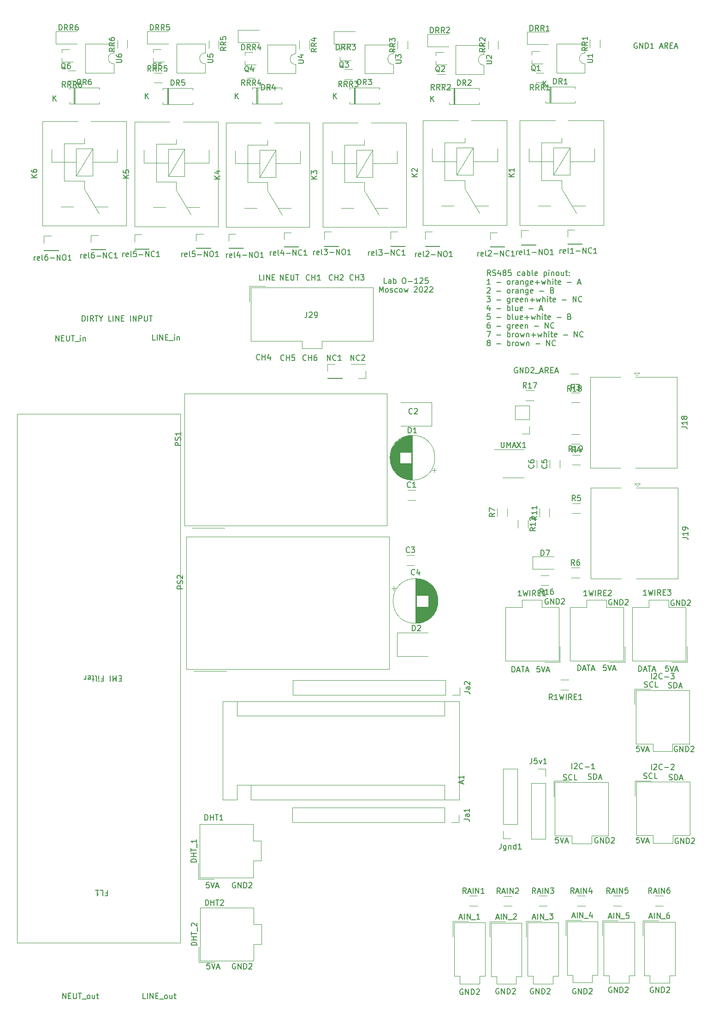
<source format=gto>
%TF.GenerationSoftware,KiCad,Pcbnew,6.0.5-a6ca702e91~116~ubuntu20.04.1*%
%TF.CreationDate,2022-07-08T00:26:13+03:00*%
%TF.ProjectId,kolos_system_2022,6b6f6c6f-735f-4737-9973-74656d5f3230,rev?*%
%TF.SameCoordinates,Original*%
%TF.FileFunction,Legend,Top*%
%TF.FilePolarity,Positive*%
%FSLAX46Y46*%
G04 Gerber Fmt 4.6, Leading zero omitted, Abs format (unit mm)*
G04 Created by KiCad (PCBNEW 6.0.5-a6ca702e91~116~ubuntu20.04.1) date 2022-07-08 00:26:13*
%MOMM*%
%LPD*%
G01*
G04 APERTURE LIST*
%ADD10C,0.150000*%
%ADD11C,0.120000*%
G04 APERTURE END LIST*
D10*
X105799380Y-91087380D02*
X105323190Y-91087380D01*
X105323190Y-90087380D01*
X106561285Y-91087380D02*
X106561285Y-90563571D01*
X106513666Y-90468333D01*
X106418428Y-90420714D01*
X106227952Y-90420714D01*
X106132714Y-90468333D01*
X106561285Y-91039761D02*
X106466047Y-91087380D01*
X106227952Y-91087380D01*
X106132714Y-91039761D01*
X106085095Y-90944523D01*
X106085095Y-90849285D01*
X106132714Y-90754047D01*
X106227952Y-90706428D01*
X106466047Y-90706428D01*
X106561285Y-90658809D01*
X107037476Y-91087380D02*
X107037476Y-90087380D01*
X107037476Y-90468333D02*
X107132714Y-90420714D01*
X107323190Y-90420714D01*
X107418428Y-90468333D01*
X107466047Y-90515952D01*
X107513666Y-90611190D01*
X107513666Y-90896904D01*
X107466047Y-90992142D01*
X107418428Y-91039761D01*
X107323190Y-91087380D01*
X107132714Y-91087380D01*
X107037476Y-91039761D01*
X108894619Y-90087380D02*
X109085095Y-90087380D01*
X109180333Y-90135000D01*
X109275571Y-90230238D01*
X109323190Y-90420714D01*
X109323190Y-90754047D01*
X109275571Y-90944523D01*
X109180333Y-91039761D01*
X109085095Y-91087380D01*
X108894619Y-91087380D01*
X108799380Y-91039761D01*
X108704142Y-90944523D01*
X108656523Y-90754047D01*
X108656523Y-90420714D01*
X108704142Y-90230238D01*
X108799380Y-90135000D01*
X108894619Y-90087380D01*
X109751761Y-90706428D02*
X110513666Y-90706428D01*
X111513666Y-91087380D02*
X110942238Y-91087380D01*
X111227952Y-91087380D02*
X111227952Y-90087380D01*
X111132714Y-90230238D01*
X111037476Y-90325476D01*
X110942238Y-90373095D01*
X111894619Y-90182619D02*
X111942238Y-90135000D01*
X112037476Y-90087380D01*
X112275571Y-90087380D01*
X112370809Y-90135000D01*
X112418428Y-90182619D01*
X112466047Y-90277857D01*
X112466047Y-90373095D01*
X112418428Y-90515952D01*
X111847000Y-91087380D01*
X112466047Y-91087380D01*
X113370809Y-90087380D02*
X112894619Y-90087380D01*
X112847000Y-90563571D01*
X112894619Y-90515952D01*
X112989857Y-90468333D01*
X113227952Y-90468333D01*
X113323190Y-90515952D01*
X113370809Y-90563571D01*
X113418428Y-90658809D01*
X113418428Y-90896904D01*
X113370809Y-90992142D01*
X113323190Y-91039761D01*
X113227952Y-91087380D01*
X112989857Y-91087380D01*
X112894619Y-91039761D01*
X112847000Y-90992142D01*
X104466047Y-92697380D02*
X104466047Y-91697380D01*
X104799380Y-92411666D01*
X105132714Y-91697380D01*
X105132714Y-92697380D01*
X105751761Y-92697380D02*
X105656523Y-92649761D01*
X105608904Y-92602142D01*
X105561285Y-92506904D01*
X105561285Y-92221190D01*
X105608904Y-92125952D01*
X105656523Y-92078333D01*
X105751761Y-92030714D01*
X105894619Y-92030714D01*
X105989857Y-92078333D01*
X106037476Y-92125952D01*
X106085095Y-92221190D01*
X106085095Y-92506904D01*
X106037476Y-92602142D01*
X105989857Y-92649761D01*
X105894619Y-92697380D01*
X105751761Y-92697380D01*
X106466047Y-92649761D02*
X106561285Y-92697380D01*
X106751761Y-92697380D01*
X106847000Y-92649761D01*
X106894619Y-92554523D01*
X106894619Y-92506904D01*
X106847000Y-92411666D01*
X106751761Y-92364047D01*
X106608904Y-92364047D01*
X106513666Y-92316428D01*
X106466047Y-92221190D01*
X106466047Y-92173571D01*
X106513666Y-92078333D01*
X106608904Y-92030714D01*
X106751761Y-92030714D01*
X106847000Y-92078333D01*
X107751761Y-92649761D02*
X107656523Y-92697380D01*
X107466047Y-92697380D01*
X107370809Y-92649761D01*
X107323190Y-92602142D01*
X107275571Y-92506904D01*
X107275571Y-92221190D01*
X107323190Y-92125952D01*
X107370809Y-92078333D01*
X107466047Y-92030714D01*
X107656523Y-92030714D01*
X107751761Y-92078333D01*
X108323190Y-92697380D02*
X108227952Y-92649761D01*
X108180333Y-92602142D01*
X108132714Y-92506904D01*
X108132714Y-92221190D01*
X108180333Y-92125952D01*
X108227952Y-92078333D01*
X108323190Y-92030714D01*
X108466047Y-92030714D01*
X108561285Y-92078333D01*
X108608904Y-92125952D01*
X108656523Y-92221190D01*
X108656523Y-92506904D01*
X108608904Y-92602142D01*
X108561285Y-92649761D01*
X108466047Y-92697380D01*
X108323190Y-92697380D01*
X108989857Y-92030714D02*
X109180333Y-92697380D01*
X109370809Y-92221190D01*
X109561285Y-92697380D01*
X109751761Y-92030714D01*
X110847000Y-91792619D02*
X110894619Y-91745000D01*
X110989857Y-91697380D01*
X111227952Y-91697380D01*
X111323190Y-91745000D01*
X111370809Y-91792619D01*
X111418428Y-91887857D01*
X111418428Y-91983095D01*
X111370809Y-92125952D01*
X110799380Y-92697380D01*
X111418428Y-92697380D01*
X112037476Y-91697380D02*
X112132714Y-91697380D01*
X112227952Y-91745000D01*
X112275571Y-91792619D01*
X112323190Y-91887857D01*
X112370809Y-92078333D01*
X112370809Y-92316428D01*
X112323190Y-92506904D01*
X112275571Y-92602142D01*
X112227952Y-92649761D01*
X112132714Y-92697380D01*
X112037476Y-92697380D01*
X111942238Y-92649761D01*
X111894619Y-92602142D01*
X111847000Y-92506904D01*
X111799380Y-92316428D01*
X111799380Y-92078333D01*
X111847000Y-91887857D01*
X111894619Y-91792619D01*
X111942238Y-91745000D01*
X112037476Y-91697380D01*
X112751761Y-91792619D02*
X112799380Y-91745000D01*
X112894619Y-91697380D01*
X113132714Y-91697380D01*
X113227952Y-91745000D01*
X113275571Y-91792619D01*
X113323190Y-91887857D01*
X113323190Y-91983095D01*
X113275571Y-92125952D01*
X112704142Y-92697380D01*
X113323190Y-92697380D01*
X113704142Y-91792619D02*
X113751761Y-91745000D01*
X113847000Y-91697380D01*
X114085095Y-91697380D01*
X114180333Y-91745000D01*
X114227952Y-91792619D01*
X114275571Y-91887857D01*
X114275571Y-91983095D01*
X114227952Y-92125952D01*
X113656523Y-92697380D01*
X114275571Y-92697380D01*
X99195095Y-105227380D02*
X99195095Y-104227380D01*
X99766523Y-105227380D01*
X99766523Y-104227380D01*
X100814142Y-105132142D02*
X100766523Y-105179761D01*
X100623666Y-105227380D01*
X100528428Y-105227380D01*
X100385571Y-105179761D01*
X100290333Y-105084523D01*
X100242714Y-104989285D01*
X100195095Y-104798809D01*
X100195095Y-104655952D01*
X100242714Y-104465476D01*
X100290333Y-104370238D01*
X100385571Y-104275000D01*
X100528428Y-104227380D01*
X100623666Y-104227380D01*
X100766523Y-104275000D01*
X100814142Y-104322619D01*
X101195095Y-104322619D02*
X101242714Y-104275000D01*
X101337952Y-104227380D01*
X101576047Y-104227380D01*
X101671285Y-104275000D01*
X101718904Y-104322619D01*
X101766523Y-104417857D01*
X101766523Y-104513095D01*
X101718904Y-104655952D01*
X101147476Y-105227380D01*
X101766523Y-105227380D01*
X94877095Y-105227380D02*
X94877095Y-104227380D01*
X95448523Y-105227380D01*
X95448523Y-104227380D01*
X96496142Y-105132142D02*
X96448523Y-105179761D01*
X96305666Y-105227380D01*
X96210428Y-105227380D01*
X96067571Y-105179761D01*
X95972333Y-105084523D01*
X95924714Y-104989285D01*
X95877095Y-104798809D01*
X95877095Y-104655952D01*
X95924714Y-104465476D01*
X95972333Y-104370238D01*
X96067571Y-104275000D01*
X96210428Y-104227380D01*
X96305666Y-104227380D01*
X96448523Y-104275000D01*
X96496142Y-104322619D01*
X97448523Y-105227380D02*
X96877095Y-105227380D01*
X97162809Y-105227380D02*
X97162809Y-104227380D01*
X97067571Y-104370238D01*
X96972333Y-104465476D01*
X96877095Y-104513095D01*
X91003523Y-105132142D02*
X90955904Y-105179761D01*
X90813047Y-105227380D01*
X90717809Y-105227380D01*
X90574952Y-105179761D01*
X90479714Y-105084523D01*
X90432095Y-104989285D01*
X90384476Y-104798809D01*
X90384476Y-104655952D01*
X90432095Y-104465476D01*
X90479714Y-104370238D01*
X90574952Y-104275000D01*
X90717809Y-104227380D01*
X90813047Y-104227380D01*
X90955904Y-104275000D01*
X91003523Y-104322619D01*
X91432095Y-105227380D02*
X91432095Y-104227380D01*
X91432095Y-104703571D02*
X92003523Y-104703571D01*
X92003523Y-105227380D02*
X92003523Y-104227380D01*
X92908285Y-104227380D02*
X92717809Y-104227380D01*
X92622571Y-104275000D01*
X92574952Y-104322619D01*
X92479714Y-104465476D01*
X92432095Y-104655952D01*
X92432095Y-105036904D01*
X92479714Y-105132142D01*
X92527333Y-105179761D01*
X92622571Y-105227380D01*
X92813047Y-105227380D01*
X92908285Y-105179761D01*
X92955904Y-105132142D01*
X93003523Y-105036904D01*
X93003523Y-104798809D01*
X92955904Y-104703571D01*
X92908285Y-104655952D01*
X92813047Y-104608333D01*
X92622571Y-104608333D01*
X92527333Y-104655952D01*
X92479714Y-104703571D01*
X92432095Y-104798809D01*
X86939523Y-105132142D02*
X86891904Y-105179761D01*
X86749047Y-105227380D01*
X86653809Y-105227380D01*
X86510952Y-105179761D01*
X86415714Y-105084523D01*
X86368095Y-104989285D01*
X86320476Y-104798809D01*
X86320476Y-104655952D01*
X86368095Y-104465476D01*
X86415714Y-104370238D01*
X86510952Y-104275000D01*
X86653809Y-104227380D01*
X86749047Y-104227380D01*
X86891904Y-104275000D01*
X86939523Y-104322619D01*
X87368095Y-105227380D02*
X87368095Y-104227380D01*
X87368095Y-104703571D02*
X87939523Y-104703571D01*
X87939523Y-105227380D02*
X87939523Y-104227380D01*
X88891904Y-104227380D02*
X88415714Y-104227380D01*
X88368095Y-104703571D01*
X88415714Y-104655952D01*
X88510952Y-104608333D01*
X88749047Y-104608333D01*
X88844285Y-104655952D01*
X88891904Y-104703571D01*
X88939523Y-104798809D01*
X88939523Y-105036904D01*
X88891904Y-105132142D01*
X88844285Y-105179761D01*
X88749047Y-105227380D01*
X88510952Y-105227380D01*
X88415714Y-105179761D01*
X88368095Y-105132142D01*
X82494523Y-105005142D02*
X82446904Y-105052761D01*
X82304047Y-105100380D01*
X82208809Y-105100380D01*
X82065952Y-105052761D01*
X81970714Y-104957523D01*
X81923095Y-104862285D01*
X81875476Y-104671809D01*
X81875476Y-104528952D01*
X81923095Y-104338476D01*
X81970714Y-104243238D01*
X82065952Y-104148000D01*
X82208809Y-104100380D01*
X82304047Y-104100380D01*
X82446904Y-104148000D01*
X82494523Y-104195619D01*
X82923095Y-105100380D02*
X82923095Y-104100380D01*
X82923095Y-104576571D02*
X83494523Y-104576571D01*
X83494523Y-105100380D02*
X83494523Y-104100380D01*
X84399285Y-104433714D02*
X84399285Y-105100380D01*
X84161190Y-104052761D02*
X83923095Y-104767047D01*
X84542142Y-104767047D01*
X99639523Y-90400142D02*
X99591904Y-90447761D01*
X99449047Y-90495380D01*
X99353809Y-90495380D01*
X99210952Y-90447761D01*
X99115714Y-90352523D01*
X99068095Y-90257285D01*
X99020476Y-90066809D01*
X99020476Y-89923952D01*
X99068095Y-89733476D01*
X99115714Y-89638238D01*
X99210952Y-89543000D01*
X99353809Y-89495380D01*
X99449047Y-89495380D01*
X99591904Y-89543000D01*
X99639523Y-89590619D01*
X100068095Y-90495380D02*
X100068095Y-89495380D01*
X100068095Y-89971571D02*
X100639523Y-89971571D01*
X100639523Y-90495380D02*
X100639523Y-89495380D01*
X101020476Y-89495380D02*
X101639523Y-89495380D01*
X101306190Y-89876333D01*
X101449047Y-89876333D01*
X101544285Y-89923952D01*
X101591904Y-89971571D01*
X101639523Y-90066809D01*
X101639523Y-90304904D01*
X101591904Y-90400142D01*
X101544285Y-90447761D01*
X101449047Y-90495380D01*
X101163333Y-90495380D01*
X101068095Y-90447761D01*
X101020476Y-90400142D01*
X95829523Y-90400142D02*
X95781904Y-90447761D01*
X95639047Y-90495380D01*
X95543809Y-90495380D01*
X95400952Y-90447761D01*
X95305714Y-90352523D01*
X95258095Y-90257285D01*
X95210476Y-90066809D01*
X95210476Y-89923952D01*
X95258095Y-89733476D01*
X95305714Y-89638238D01*
X95400952Y-89543000D01*
X95543809Y-89495380D01*
X95639047Y-89495380D01*
X95781904Y-89543000D01*
X95829523Y-89590619D01*
X96258095Y-90495380D02*
X96258095Y-89495380D01*
X96258095Y-89971571D02*
X96829523Y-89971571D01*
X96829523Y-90495380D02*
X96829523Y-89495380D01*
X97258095Y-89590619D02*
X97305714Y-89543000D01*
X97400952Y-89495380D01*
X97639047Y-89495380D01*
X97734285Y-89543000D01*
X97781904Y-89590619D01*
X97829523Y-89685857D01*
X97829523Y-89781095D01*
X97781904Y-89923952D01*
X97210476Y-90495380D01*
X97829523Y-90495380D01*
X91638523Y-90400142D02*
X91590904Y-90447761D01*
X91448047Y-90495380D01*
X91352809Y-90495380D01*
X91209952Y-90447761D01*
X91114714Y-90352523D01*
X91067095Y-90257285D01*
X91019476Y-90066809D01*
X91019476Y-89923952D01*
X91067095Y-89733476D01*
X91114714Y-89638238D01*
X91209952Y-89543000D01*
X91352809Y-89495380D01*
X91448047Y-89495380D01*
X91590904Y-89543000D01*
X91638523Y-89590619D01*
X92067095Y-90495380D02*
X92067095Y-89495380D01*
X92067095Y-89971571D02*
X92638523Y-89971571D01*
X92638523Y-90495380D02*
X92638523Y-89495380D01*
X93638523Y-90495380D02*
X93067095Y-90495380D01*
X93352809Y-90495380D02*
X93352809Y-89495380D01*
X93257571Y-89638238D01*
X93162333Y-89733476D01*
X93067095Y-89781095D01*
X86241142Y-90495380D02*
X86241142Y-89495380D01*
X86812571Y-90495380D01*
X86812571Y-89495380D01*
X87288761Y-89971571D02*
X87622095Y-89971571D01*
X87764952Y-90495380D02*
X87288761Y-90495380D01*
X87288761Y-89495380D01*
X87764952Y-89495380D01*
X88193523Y-89495380D02*
X88193523Y-90304904D01*
X88241142Y-90400142D01*
X88288761Y-90447761D01*
X88384000Y-90495380D01*
X88574476Y-90495380D01*
X88669714Y-90447761D01*
X88717333Y-90400142D01*
X88764952Y-90304904D01*
X88764952Y-89495380D01*
X89098285Y-89495380D02*
X89669714Y-89495380D01*
X89384000Y-90495380D02*
X89384000Y-89495380D01*
X82915238Y-90495380D02*
X82439047Y-90495380D01*
X82439047Y-89495380D01*
X83248571Y-90495380D02*
X83248571Y-89495380D01*
X83724761Y-90495380D02*
X83724761Y-89495380D01*
X84296190Y-90495380D01*
X84296190Y-89495380D01*
X84772380Y-89971571D02*
X85105714Y-89971571D01*
X85248571Y-90495380D02*
X84772380Y-90495380D01*
X84772380Y-89495380D01*
X85248571Y-89495380D01*
X132746904Y-220480000D02*
X132651666Y-220432380D01*
X132508809Y-220432380D01*
X132365952Y-220480000D01*
X132270714Y-220575238D01*
X132223095Y-220670476D01*
X132175476Y-220860952D01*
X132175476Y-221003809D01*
X132223095Y-221194285D01*
X132270714Y-221289523D01*
X132365952Y-221384761D01*
X132508809Y-221432380D01*
X132604047Y-221432380D01*
X132746904Y-221384761D01*
X132794523Y-221337142D01*
X132794523Y-221003809D01*
X132604047Y-221003809D01*
X133223095Y-221432380D02*
X133223095Y-220432380D01*
X133794523Y-221432380D01*
X133794523Y-220432380D01*
X134270714Y-221432380D02*
X134270714Y-220432380D01*
X134508809Y-220432380D01*
X134651666Y-220480000D01*
X134746904Y-220575238D01*
X134794523Y-220670476D01*
X134842142Y-220860952D01*
X134842142Y-221003809D01*
X134794523Y-221194285D01*
X134746904Y-221289523D01*
X134651666Y-221384761D01*
X134508809Y-221432380D01*
X134270714Y-221432380D01*
X135223095Y-220527619D02*
X135270714Y-220480000D01*
X135365952Y-220432380D01*
X135604047Y-220432380D01*
X135699285Y-220480000D01*
X135746904Y-220527619D01*
X135794523Y-220622857D01*
X135794523Y-220718095D01*
X135746904Y-220860952D01*
X135175476Y-221432380D01*
X135794523Y-221432380D01*
X144557904Y-192794000D02*
X144462666Y-192746380D01*
X144319809Y-192746380D01*
X144176952Y-192794000D01*
X144081714Y-192889238D01*
X144034095Y-192984476D01*
X143986476Y-193174952D01*
X143986476Y-193317809D01*
X144034095Y-193508285D01*
X144081714Y-193603523D01*
X144176952Y-193698761D01*
X144319809Y-193746380D01*
X144415047Y-193746380D01*
X144557904Y-193698761D01*
X144605523Y-193651142D01*
X144605523Y-193317809D01*
X144415047Y-193317809D01*
X145034095Y-193746380D02*
X145034095Y-192746380D01*
X145605523Y-193746380D01*
X145605523Y-192746380D01*
X146081714Y-193746380D02*
X146081714Y-192746380D01*
X146319809Y-192746380D01*
X146462666Y-192794000D01*
X146557904Y-192889238D01*
X146605523Y-192984476D01*
X146653142Y-193174952D01*
X146653142Y-193317809D01*
X146605523Y-193508285D01*
X146557904Y-193603523D01*
X146462666Y-193698761D01*
X146319809Y-193746380D01*
X146081714Y-193746380D01*
X147034095Y-192841619D02*
X147081714Y-192794000D01*
X147176952Y-192746380D01*
X147415047Y-192746380D01*
X147510285Y-192794000D01*
X147557904Y-192841619D01*
X147605523Y-192936857D01*
X147605523Y-193032095D01*
X147557904Y-193174952D01*
X146986476Y-193746380D01*
X147605523Y-193746380D01*
X73294952Y-215860380D02*
X72818761Y-215860380D01*
X72771142Y-216336571D01*
X72818761Y-216288952D01*
X72914000Y-216241333D01*
X73152095Y-216241333D01*
X73247333Y-216288952D01*
X73294952Y-216336571D01*
X73342571Y-216431809D01*
X73342571Y-216669904D01*
X73294952Y-216765142D01*
X73247333Y-216812761D01*
X73152095Y-216860380D01*
X72914000Y-216860380D01*
X72818761Y-216812761D01*
X72771142Y-216765142D01*
X73628285Y-215860380D02*
X73961619Y-216860380D01*
X74294952Y-215860380D01*
X74580666Y-216574666D02*
X75056857Y-216574666D01*
X74485428Y-216860380D02*
X74818761Y-215860380D01*
X75152095Y-216860380D01*
X137302952Y-192746380D02*
X136826761Y-192746380D01*
X136779142Y-193222571D01*
X136826761Y-193174952D01*
X136922000Y-193127333D01*
X137160095Y-193127333D01*
X137255333Y-193174952D01*
X137302952Y-193222571D01*
X137350571Y-193317809D01*
X137350571Y-193555904D01*
X137302952Y-193651142D01*
X137255333Y-193698761D01*
X137160095Y-193746380D01*
X136922000Y-193746380D01*
X136826761Y-193698761D01*
X136779142Y-193651142D01*
X137636285Y-192746380D02*
X137969619Y-193746380D01*
X138302952Y-192746380D01*
X138588666Y-193460666D02*
X139064857Y-193460666D01*
X138493428Y-193746380D02*
X138826761Y-192746380D01*
X139160095Y-193746380D01*
X146065952Y-161123380D02*
X145589761Y-161123380D01*
X145542142Y-161599571D01*
X145589761Y-161551952D01*
X145685000Y-161504333D01*
X145923095Y-161504333D01*
X146018333Y-161551952D01*
X146065952Y-161599571D01*
X146113571Y-161694809D01*
X146113571Y-161932904D01*
X146065952Y-162028142D01*
X146018333Y-162075761D01*
X145923095Y-162123380D01*
X145685000Y-162123380D01*
X145589761Y-162075761D01*
X145542142Y-162028142D01*
X146399285Y-161123380D02*
X146732619Y-162123380D01*
X147065952Y-161123380D01*
X147351666Y-161837666D02*
X147827857Y-161837666D01*
X147256428Y-162123380D02*
X147589761Y-161123380D01*
X147923095Y-162123380D01*
X159289904Y-192921000D02*
X159194666Y-192873380D01*
X159051809Y-192873380D01*
X158908952Y-192921000D01*
X158813714Y-193016238D01*
X158766095Y-193111476D01*
X158718476Y-193301952D01*
X158718476Y-193444809D01*
X158766095Y-193635285D01*
X158813714Y-193730523D01*
X158908952Y-193825761D01*
X159051809Y-193873380D01*
X159147047Y-193873380D01*
X159289904Y-193825761D01*
X159337523Y-193778142D01*
X159337523Y-193444809D01*
X159147047Y-193444809D01*
X159766095Y-193873380D02*
X159766095Y-192873380D01*
X160337523Y-193873380D01*
X160337523Y-192873380D01*
X160813714Y-193873380D02*
X160813714Y-192873380D01*
X161051809Y-192873380D01*
X161194666Y-192921000D01*
X161289904Y-193016238D01*
X161337523Y-193111476D01*
X161385142Y-193301952D01*
X161385142Y-193444809D01*
X161337523Y-193635285D01*
X161289904Y-193730523D01*
X161194666Y-193825761D01*
X161051809Y-193873380D01*
X160813714Y-193873380D01*
X161766095Y-192968619D02*
X161813714Y-192921000D01*
X161908952Y-192873380D01*
X162147047Y-192873380D01*
X162242285Y-192921000D01*
X162289904Y-192968619D01*
X162337523Y-193063857D01*
X162337523Y-193159095D01*
X162289904Y-193301952D01*
X161718476Y-193873380D01*
X162337523Y-193873380D01*
X129794428Y-106561000D02*
X129699190Y-106513380D01*
X129556333Y-106513380D01*
X129413476Y-106561000D01*
X129318238Y-106656238D01*
X129270619Y-106751476D01*
X129223000Y-106941952D01*
X129223000Y-107084809D01*
X129270619Y-107275285D01*
X129318238Y-107370523D01*
X129413476Y-107465761D01*
X129556333Y-107513380D01*
X129651571Y-107513380D01*
X129794428Y-107465761D01*
X129842047Y-107418142D01*
X129842047Y-107084809D01*
X129651571Y-107084809D01*
X130270619Y-107513380D02*
X130270619Y-106513380D01*
X130842047Y-107513380D01*
X130842047Y-106513380D01*
X131318238Y-107513380D02*
X131318238Y-106513380D01*
X131556333Y-106513380D01*
X131699190Y-106561000D01*
X131794428Y-106656238D01*
X131842047Y-106751476D01*
X131889666Y-106941952D01*
X131889666Y-107084809D01*
X131842047Y-107275285D01*
X131794428Y-107370523D01*
X131699190Y-107465761D01*
X131556333Y-107513380D01*
X131318238Y-107513380D01*
X132270619Y-106608619D02*
X132318238Y-106561000D01*
X132413476Y-106513380D01*
X132651571Y-106513380D01*
X132746809Y-106561000D01*
X132794428Y-106608619D01*
X132842047Y-106703857D01*
X132842047Y-106799095D01*
X132794428Y-106941952D01*
X132223000Y-107513380D01*
X132842047Y-107513380D01*
X133032523Y-107608619D02*
X133794428Y-107608619D01*
X133984904Y-107227666D02*
X134461095Y-107227666D01*
X133889666Y-107513380D02*
X134223000Y-106513380D01*
X134556333Y-107513380D01*
X135461095Y-107513380D02*
X135127761Y-107037190D01*
X134889666Y-107513380D02*
X134889666Y-106513380D01*
X135270619Y-106513380D01*
X135365857Y-106561000D01*
X135413476Y-106608619D01*
X135461095Y-106703857D01*
X135461095Y-106846714D01*
X135413476Y-106941952D01*
X135365857Y-106989571D01*
X135270619Y-107037190D01*
X134889666Y-107037190D01*
X135889666Y-106989571D02*
X136223000Y-106989571D01*
X136365857Y-107513380D02*
X135889666Y-107513380D01*
X135889666Y-106513380D01*
X136365857Y-106513380D01*
X136746809Y-107227666D02*
X137223000Y-107227666D01*
X136651571Y-107513380D02*
X136984904Y-106513380D01*
X137318238Y-107513380D01*
X140493904Y-220480000D02*
X140398666Y-220432380D01*
X140255809Y-220432380D01*
X140112952Y-220480000D01*
X140017714Y-220575238D01*
X139970095Y-220670476D01*
X139922476Y-220860952D01*
X139922476Y-221003809D01*
X139970095Y-221194285D01*
X140017714Y-221289523D01*
X140112952Y-221384761D01*
X140255809Y-221432380D01*
X140351047Y-221432380D01*
X140493904Y-221384761D01*
X140541523Y-221337142D01*
X140541523Y-221003809D01*
X140351047Y-221003809D01*
X140970095Y-221432380D02*
X140970095Y-220432380D01*
X141541523Y-221432380D01*
X141541523Y-220432380D01*
X142017714Y-221432380D02*
X142017714Y-220432380D01*
X142255809Y-220432380D01*
X142398666Y-220480000D01*
X142493904Y-220575238D01*
X142541523Y-220670476D01*
X142589142Y-220860952D01*
X142589142Y-221003809D01*
X142541523Y-221194285D01*
X142493904Y-221289523D01*
X142398666Y-221384761D01*
X142255809Y-221432380D01*
X142017714Y-221432380D01*
X142970095Y-220527619D02*
X143017714Y-220480000D01*
X143112952Y-220432380D01*
X143351047Y-220432380D01*
X143446285Y-220480000D01*
X143493904Y-220527619D01*
X143541523Y-220622857D01*
X143541523Y-220718095D01*
X143493904Y-220860952D01*
X142922476Y-221432380D01*
X143541523Y-221432380D01*
X151765428Y-46998000D02*
X151670190Y-46950380D01*
X151527333Y-46950380D01*
X151384476Y-46998000D01*
X151289238Y-47093238D01*
X151241619Y-47188476D01*
X151194000Y-47378952D01*
X151194000Y-47521809D01*
X151241619Y-47712285D01*
X151289238Y-47807523D01*
X151384476Y-47902761D01*
X151527333Y-47950380D01*
X151622571Y-47950380D01*
X151765428Y-47902761D01*
X151813047Y-47855142D01*
X151813047Y-47521809D01*
X151622571Y-47521809D01*
X152241619Y-47950380D02*
X152241619Y-46950380D01*
X152813047Y-47950380D01*
X152813047Y-46950380D01*
X153289238Y-47950380D02*
X153289238Y-46950380D01*
X153527333Y-46950380D01*
X153670190Y-46998000D01*
X153765428Y-47093238D01*
X153813047Y-47188476D01*
X153860666Y-47378952D01*
X153860666Y-47521809D01*
X153813047Y-47712285D01*
X153765428Y-47807523D01*
X153670190Y-47902761D01*
X153527333Y-47950380D01*
X153289238Y-47950380D01*
X154813047Y-47950380D02*
X154241619Y-47950380D01*
X154527333Y-47950380D02*
X154527333Y-46950380D01*
X154432095Y-47093238D01*
X154336857Y-47188476D01*
X154241619Y-47236095D01*
X155955904Y-47664666D02*
X156432095Y-47664666D01*
X155860666Y-47950380D02*
X156194000Y-46950380D01*
X156527333Y-47950380D01*
X157432095Y-47950380D02*
X157098761Y-47474190D01*
X156860666Y-47950380D02*
X156860666Y-46950380D01*
X157241619Y-46950380D01*
X157336857Y-46998000D01*
X157384476Y-47045619D01*
X157432095Y-47140857D01*
X157432095Y-47283714D01*
X157384476Y-47378952D01*
X157336857Y-47426571D01*
X157241619Y-47474190D01*
X156860666Y-47474190D01*
X157860666Y-47426571D02*
X158194000Y-47426571D01*
X158336857Y-47950380D02*
X157860666Y-47950380D01*
X157860666Y-46950380D01*
X158336857Y-46950380D01*
X158717809Y-47664666D02*
X159194000Y-47664666D01*
X158622571Y-47950380D02*
X158955904Y-46950380D01*
X159289238Y-47950380D01*
X152161952Y-175982380D02*
X151685761Y-175982380D01*
X151638142Y-176458571D01*
X151685761Y-176410952D01*
X151781000Y-176363333D01*
X152019095Y-176363333D01*
X152114333Y-176410952D01*
X152161952Y-176458571D01*
X152209571Y-176553809D01*
X152209571Y-176791904D01*
X152161952Y-176887142D01*
X152114333Y-176934761D01*
X152019095Y-176982380D01*
X151781000Y-176982380D01*
X151685761Y-176934761D01*
X151638142Y-176887142D01*
X152495285Y-175982380D02*
X152828619Y-176982380D01*
X153161952Y-175982380D01*
X153447666Y-176696666D02*
X153923857Y-176696666D01*
X153352428Y-176982380D02*
X153685761Y-175982380D01*
X154019095Y-176982380D01*
X147097904Y-220226000D02*
X147002666Y-220178380D01*
X146859809Y-220178380D01*
X146716952Y-220226000D01*
X146621714Y-220321238D01*
X146574095Y-220416476D01*
X146526476Y-220606952D01*
X146526476Y-220749809D01*
X146574095Y-220940285D01*
X146621714Y-221035523D01*
X146716952Y-221130761D01*
X146859809Y-221178380D01*
X146955047Y-221178380D01*
X147097904Y-221130761D01*
X147145523Y-221083142D01*
X147145523Y-220749809D01*
X146955047Y-220749809D01*
X147574095Y-221178380D02*
X147574095Y-220178380D01*
X148145523Y-221178380D01*
X148145523Y-220178380D01*
X148621714Y-221178380D02*
X148621714Y-220178380D01*
X148859809Y-220178380D01*
X149002666Y-220226000D01*
X149097904Y-220321238D01*
X149145523Y-220416476D01*
X149193142Y-220606952D01*
X149193142Y-220749809D01*
X149145523Y-220940285D01*
X149097904Y-221035523D01*
X149002666Y-221130761D01*
X148859809Y-221178380D01*
X148621714Y-221178380D01*
X149574095Y-220273619D02*
X149621714Y-220226000D01*
X149716952Y-220178380D01*
X149955047Y-220178380D01*
X150050285Y-220226000D01*
X150097904Y-220273619D01*
X150145523Y-220368857D01*
X150145523Y-220464095D01*
X150097904Y-220606952D01*
X149526476Y-221178380D01*
X150145523Y-221178380D01*
X78009904Y-201049000D02*
X77914666Y-201001380D01*
X77771809Y-201001380D01*
X77628952Y-201049000D01*
X77533714Y-201144238D01*
X77486095Y-201239476D01*
X77438476Y-201429952D01*
X77438476Y-201572809D01*
X77486095Y-201763285D01*
X77533714Y-201858523D01*
X77628952Y-201953761D01*
X77771809Y-202001380D01*
X77867047Y-202001380D01*
X78009904Y-201953761D01*
X78057523Y-201906142D01*
X78057523Y-201572809D01*
X77867047Y-201572809D01*
X78486095Y-202001380D02*
X78486095Y-201001380D01*
X79057523Y-202001380D01*
X79057523Y-201001380D01*
X79533714Y-202001380D02*
X79533714Y-201001380D01*
X79771809Y-201001380D01*
X79914666Y-201049000D01*
X80009904Y-201144238D01*
X80057523Y-201239476D01*
X80105142Y-201429952D01*
X80105142Y-201572809D01*
X80057523Y-201763285D01*
X80009904Y-201858523D01*
X79914666Y-201953761D01*
X79771809Y-202001380D01*
X79533714Y-202001380D01*
X80486095Y-201096619D02*
X80533714Y-201049000D01*
X80628952Y-201001380D01*
X80867047Y-201001380D01*
X80962285Y-201049000D01*
X81009904Y-201096619D01*
X81057523Y-201191857D01*
X81057523Y-201287095D01*
X81009904Y-201429952D01*
X80438476Y-202001380D01*
X81057523Y-202001380D01*
X159162904Y-176030000D02*
X159067666Y-175982380D01*
X158924809Y-175982380D01*
X158781952Y-176030000D01*
X158686714Y-176125238D01*
X158639095Y-176220476D01*
X158591476Y-176410952D01*
X158591476Y-176553809D01*
X158639095Y-176744285D01*
X158686714Y-176839523D01*
X158781952Y-176934761D01*
X158924809Y-176982380D01*
X159020047Y-176982380D01*
X159162904Y-176934761D01*
X159210523Y-176887142D01*
X159210523Y-176553809D01*
X159020047Y-176553809D01*
X159639095Y-176982380D02*
X159639095Y-175982380D01*
X160210523Y-176982380D01*
X160210523Y-175982380D01*
X160686714Y-176982380D02*
X160686714Y-175982380D01*
X160924809Y-175982380D01*
X161067666Y-176030000D01*
X161162904Y-176125238D01*
X161210523Y-176220476D01*
X161258142Y-176410952D01*
X161258142Y-176553809D01*
X161210523Y-176744285D01*
X161162904Y-176839523D01*
X161067666Y-176934761D01*
X160924809Y-176982380D01*
X160686714Y-176982380D01*
X161639095Y-176077619D02*
X161686714Y-176030000D01*
X161781952Y-175982380D01*
X162020047Y-175982380D01*
X162115285Y-176030000D01*
X162162904Y-176077619D01*
X162210523Y-176172857D01*
X162210523Y-176268095D01*
X162162904Y-176410952D01*
X161591476Y-176982380D01*
X162210523Y-176982380D01*
X157662714Y-182141761D02*
X157805571Y-182189380D01*
X158043666Y-182189380D01*
X158138904Y-182141761D01*
X158186523Y-182094142D01*
X158234142Y-181998904D01*
X158234142Y-181903666D01*
X158186523Y-181808428D01*
X158138904Y-181760809D01*
X158043666Y-181713190D01*
X157853190Y-181665571D01*
X157757952Y-181617952D01*
X157710333Y-181570333D01*
X157662714Y-181475095D01*
X157662714Y-181379857D01*
X157710333Y-181284619D01*
X157757952Y-181237000D01*
X157853190Y-181189380D01*
X158091285Y-181189380D01*
X158234142Y-181237000D01*
X158662714Y-182189380D02*
X158662714Y-181189380D01*
X158900809Y-181189380D01*
X159043666Y-181237000D01*
X159138904Y-181332238D01*
X159186523Y-181427476D01*
X159234142Y-181617952D01*
X159234142Y-181760809D01*
X159186523Y-181951285D01*
X159138904Y-182046523D01*
X159043666Y-182141761D01*
X158900809Y-182189380D01*
X158662714Y-182189380D01*
X159615095Y-181903666D02*
X160091285Y-181903666D01*
X159519857Y-182189380D02*
X159853190Y-181189380D01*
X160186523Y-182189380D01*
X133873952Y-161377380D02*
X133397761Y-161377380D01*
X133350142Y-161853571D01*
X133397761Y-161805952D01*
X133493000Y-161758333D01*
X133731095Y-161758333D01*
X133826333Y-161805952D01*
X133873952Y-161853571D01*
X133921571Y-161948809D01*
X133921571Y-162186904D01*
X133873952Y-162282142D01*
X133826333Y-162329761D01*
X133731095Y-162377380D01*
X133493000Y-162377380D01*
X133397761Y-162329761D01*
X133350142Y-162282142D01*
X134207285Y-161377380D02*
X134540619Y-162377380D01*
X134873952Y-161377380D01*
X135159666Y-162091666D02*
X135635857Y-162091666D01*
X135064428Y-162377380D02*
X135397761Y-161377380D01*
X135731095Y-162377380D01*
X78009904Y-215908000D02*
X77914666Y-215860380D01*
X77771809Y-215860380D01*
X77628952Y-215908000D01*
X77533714Y-216003238D01*
X77486095Y-216098476D01*
X77438476Y-216288952D01*
X77438476Y-216431809D01*
X77486095Y-216622285D01*
X77533714Y-216717523D01*
X77628952Y-216812761D01*
X77771809Y-216860380D01*
X77867047Y-216860380D01*
X78009904Y-216812761D01*
X78057523Y-216765142D01*
X78057523Y-216431809D01*
X77867047Y-216431809D01*
X78486095Y-216860380D02*
X78486095Y-215860380D01*
X79057523Y-216860380D01*
X79057523Y-215860380D01*
X79533714Y-216860380D02*
X79533714Y-215860380D01*
X79771809Y-215860380D01*
X79914666Y-215908000D01*
X80009904Y-216003238D01*
X80057523Y-216098476D01*
X80105142Y-216288952D01*
X80105142Y-216431809D01*
X80057523Y-216622285D01*
X80009904Y-216717523D01*
X79914666Y-216812761D01*
X79771809Y-216860380D01*
X79533714Y-216860380D01*
X80486095Y-215955619D02*
X80533714Y-215908000D01*
X80628952Y-215860380D01*
X80867047Y-215860380D01*
X80962285Y-215908000D01*
X81009904Y-215955619D01*
X81057523Y-216050857D01*
X81057523Y-216146095D01*
X81009904Y-216288952D01*
X80438476Y-216860380D01*
X81057523Y-216860380D01*
X140867000Y-162123380D02*
X140867000Y-161123380D01*
X141105095Y-161123380D01*
X141247952Y-161171000D01*
X141343190Y-161266238D01*
X141390809Y-161361476D01*
X141438428Y-161551952D01*
X141438428Y-161694809D01*
X141390809Y-161885285D01*
X141343190Y-161980523D01*
X141247952Y-162075761D01*
X141105095Y-162123380D01*
X140867000Y-162123380D01*
X141819380Y-161837666D02*
X142295571Y-161837666D01*
X141724142Y-162123380D02*
X142057476Y-161123380D01*
X142390809Y-162123380D01*
X142581285Y-161123380D02*
X143152714Y-161123380D01*
X142867000Y-162123380D02*
X142867000Y-161123380D01*
X143438428Y-161837666D02*
X143914619Y-161837666D01*
X143343190Y-162123380D02*
X143676523Y-161123380D01*
X144009857Y-162123380D01*
X72398142Y-189555380D02*
X72398142Y-188555380D01*
X72636238Y-188555380D01*
X72779095Y-188603000D01*
X72874333Y-188698238D01*
X72921952Y-188793476D01*
X72969571Y-188983952D01*
X72969571Y-189126809D01*
X72921952Y-189317285D01*
X72874333Y-189412523D01*
X72779095Y-189507761D01*
X72636238Y-189555380D01*
X72398142Y-189555380D01*
X73398142Y-189555380D02*
X73398142Y-188555380D01*
X73398142Y-189031571D02*
X73969571Y-189031571D01*
X73969571Y-189555380D02*
X73969571Y-188555380D01*
X74302904Y-188555380D02*
X74874333Y-188555380D01*
X74588619Y-189555380D02*
X74588619Y-188555380D01*
X75731476Y-189555380D02*
X75160047Y-189555380D01*
X75445761Y-189555380D02*
X75445761Y-188555380D01*
X75350523Y-188698238D01*
X75255285Y-188793476D01*
X75160047Y-188841095D01*
X147097904Y-149106000D02*
X147002666Y-149058380D01*
X146859809Y-149058380D01*
X146716952Y-149106000D01*
X146621714Y-149201238D01*
X146574095Y-149296476D01*
X146526476Y-149486952D01*
X146526476Y-149629809D01*
X146574095Y-149820285D01*
X146621714Y-149915523D01*
X146716952Y-150010761D01*
X146859809Y-150058380D01*
X146955047Y-150058380D01*
X147097904Y-150010761D01*
X147145523Y-149963142D01*
X147145523Y-149629809D01*
X146955047Y-149629809D01*
X147574095Y-150058380D02*
X147574095Y-149058380D01*
X148145523Y-150058380D01*
X148145523Y-149058380D01*
X148621714Y-150058380D02*
X148621714Y-149058380D01*
X148859809Y-149058380D01*
X149002666Y-149106000D01*
X149097904Y-149201238D01*
X149145523Y-149296476D01*
X149193142Y-149486952D01*
X149193142Y-149629809D01*
X149145523Y-149820285D01*
X149097904Y-149915523D01*
X149002666Y-150010761D01*
X148859809Y-150058380D01*
X148621714Y-150058380D01*
X149574095Y-149153619D02*
X149621714Y-149106000D01*
X149716952Y-149058380D01*
X149955047Y-149058380D01*
X150050285Y-149106000D01*
X150097904Y-149153619D01*
X150145523Y-149248857D01*
X150145523Y-149344095D01*
X150097904Y-149486952D01*
X149526476Y-150058380D01*
X150145523Y-150058380D01*
X142803714Y-182014761D02*
X142946571Y-182062380D01*
X143184666Y-182062380D01*
X143279904Y-182014761D01*
X143327523Y-181967142D01*
X143375142Y-181871904D01*
X143375142Y-181776666D01*
X143327523Y-181681428D01*
X143279904Y-181633809D01*
X143184666Y-181586190D01*
X142994190Y-181538571D01*
X142898952Y-181490952D01*
X142851333Y-181443333D01*
X142803714Y-181348095D01*
X142803714Y-181252857D01*
X142851333Y-181157619D01*
X142898952Y-181110000D01*
X142994190Y-181062380D01*
X143232285Y-181062380D01*
X143375142Y-181110000D01*
X143803714Y-182062380D02*
X143803714Y-181062380D01*
X144041809Y-181062380D01*
X144184666Y-181110000D01*
X144279904Y-181205238D01*
X144327523Y-181300476D01*
X144375142Y-181490952D01*
X144375142Y-181633809D01*
X144327523Y-181824285D01*
X144279904Y-181919523D01*
X144184666Y-182014761D01*
X144041809Y-182062380D01*
X143803714Y-182062380D01*
X144756095Y-181776666D02*
X145232285Y-181776666D01*
X144660857Y-182062380D02*
X144994190Y-181062380D01*
X145327523Y-182062380D01*
X126396904Y-220480000D02*
X126301666Y-220432380D01*
X126158809Y-220432380D01*
X126015952Y-220480000D01*
X125920714Y-220575238D01*
X125873095Y-220670476D01*
X125825476Y-220860952D01*
X125825476Y-221003809D01*
X125873095Y-221194285D01*
X125920714Y-221289523D01*
X126015952Y-221384761D01*
X126158809Y-221432380D01*
X126254047Y-221432380D01*
X126396904Y-221384761D01*
X126444523Y-221337142D01*
X126444523Y-221003809D01*
X126254047Y-221003809D01*
X126873095Y-221432380D02*
X126873095Y-220432380D01*
X127444523Y-221432380D01*
X127444523Y-220432380D01*
X127920714Y-221432380D02*
X127920714Y-220432380D01*
X128158809Y-220432380D01*
X128301666Y-220480000D01*
X128396904Y-220575238D01*
X128444523Y-220670476D01*
X128492142Y-220860952D01*
X128492142Y-221003809D01*
X128444523Y-221194285D01*
X128396904Y-221289523D01*
X128301666Y-221384761D01*
X128158809Y-221432380D01*
X127920714Y-221432380D01*
X128873095Y-220527619D02*
X128920714Y-220480000D01*
X129015952Y-220432380D01*
X129254047Y-220432380D01*
X129349285Y-220480000D01*
X129396904Y-220527619D01*
X129444523Y-220622857D01*
X129444523Y-220718095D01*
X129396904Y-220860952D01*
X128825476Y-221432380D01*
X129444523Y-221432380D01*
X154717904Y-220226000D02*
X154622666Y-220178380D01*
X154479809Y-220178380D01*
X154336952Y-220226000D01*
X154241714Y-220321238D01*
X154194095Y-220416476D01*
X154146476Y-220606952D01*
X154146476Y-220749809D01*
X154194095Y-220940285D01*
X154241714Y-221035523D01*
X154336952Y-221130761D01*
X154479809Y-221178380D01*
X154575047Y-221178380D01*
X154717904Y-221130761D01*
X154765523Y-221083142D01*
X154765523Y-220749809D01*
X154575047Y-220749809D01*
X155194095Y-221178380D02*
X155194095Y-220178380D01*
X155765523Y-221178380D01*
X155765523Y-220178380D01*
X156241714Y-221178380D02*
X156241714Y-220178380D01*
X156479809Y-220178380D01*
X156622666Y-220226000D01*
X156717904Y-220321238D01*
X156765523Y-220416476D01*
X156813142Y-220606952D01*
X156813142Y-220749809D01*
X156765523Y-220940285D01*
X156717904Y-221035523D01*
X156622666Y-221130761D01*
X156479809Y-221178380D01*
X156241714Y-221178380D01*
X157194095Y-220273619D02*
X157241714Y-220226000D01*
X157336952Y-220178380D01*
X157575047Y-220178380D01*
X157670285Y-220226000D01*
X157717904Y-220273619D01*
X157765523Y-220368857D01*
X157765523Y-220464095D01*
X157717904Y-220606952D01*
X157146476Y-221178380D01*
X157765523Y-221178380D01*
X135413904Y-148979000D02*
X135318666Y-148931380D01*
X135175809Y-148931380D01*
X135032952Y-148979000D01*
X134937714Y-149074238D01*
X134890095Y-149169476D01*
X134842476Y-149359952D01*
X134842476Y-149502809D01*
X134890095Y-149693285D01*
X134937714Y-149788523D01*
X135032952Y-149883761D01*
X135175809Y-149931380D01*
X135271047Y-149931380D01*
X135413904Y-149883761D01*
X135461523Y-149836142D01*
X135461523Y-149502809D01*
X135271047Y-149502809D01*
X135890095Y-149931380D02*
X135890095Y-148931380D01*
X136461523Y-149931380D01*
X136461523Y-148931380D01*
X136937714Y-149931380D02*
X136937714Y-148931380D01*
X137175809Y-148931380D01*
X137318666Y-148979000D01*
X137413904Y-149074238D01*
X137461523Y-149169476D01*
X137509142Y-149359952D01*
X137509142Y-149502809D01*
X137461523Y-149693285D01*
X137413904Y-149788523D01*
X137318666Y-149883761D01*
X137175809Y-149931380D01*
X136937714Y-149931380D01*
X137890095Y-149026619D02*
X137937714Y-148979000D01*
X138032952Y-148931380D01*
X138271047Y-148931380D01*
X138366285Y-148979000D01*
X138413904Y-149026619D01*
X138461523Y-149121857D01*
X138461523Y-149217095D01*
X138413904Y-149359952D01*
X137842476Y-149931380D01*
X138461523Y-149931380D01*
X153114523Y-165123761D02*
X153257380Y-165171380D01*
X153495476Y-165171380D01*
X153590714Y-165123761D01*
X153638333Y-165076142D01*
X153685952Y-164980904D01*
X153685952Y-164885666D01*
X153638333Y-164790428D01*
X153590714Y-164742809D01*
X153495476Y-164695190D01*
X153305000Y-164647571D01*
X153209761Y-164599952D01*
X153162142Y-164552333D01*
X153114523Y-164457095D01*
X153114523Y-164361857D01*
X153162142Y-164266619D01*
X153209761Y-164219000D01*
X153305000Y-164171380D01*
X153543095Y-164171380D01*
X153685952Y-164219000D01*
X154685952Y-165076142D02*
X154638333Y-165123761D01*
X154495476Y-165171380D01*
X154400238Y-165171380D01*
X154257380Y-165123761D01*
X154162142Y-165028523D01*
X154114523Y-164933285D01*
X154066904Y-164742809D01*
X154066904Y-164599952D01*
X154114523Y-164409476D01*
X154162142Y-164314238D01*
X154257380Y-164219000D01*
X154400238Y-164171380D01*
X154495476Y-164171380D01*
X154638333Y-164219000D01*
X154685952Y-164266619D01*
X155590714Y-165171380D02*
X155114523Y-165171380D01*
X155114523Y-164171380D01*
X152043000Y-162250380D02*
X152043000Y-161250380D01*
X152281095Y-161250380D01*
X152423952Y-161298000D01*
X152519190Y-161393238D01*
X152566809Y-161488476D01*
X152614428Y-161678952D01*
X152614428Y-161821809D01*
X152566809Y-162012285D01*
X152519190Y-162107523D01*
X152423952Y-162202761D01*
X152281095Y-162250380D01*
X152043000Y-162250380D01*
X152995380Y-161964666D02*
X153471571Y-161964666D01*
X152900142Y-162250380D02*
X153233476Y-161250380D01*
X153566809Y-162250380D01*
X153757285Y-161250380D02*
X154328714Y-161250380D01*
X154043000Y-162250380D02*
X154043000Y-161250380D01*
X154614428Y-161964666D02*
X155090619Y-161964666D01*
X154519190Y-162250380D02*
X154852523Y-161250380D01*
X155185857Y-162250380D01*
X124859023Y-89643380D02*
X124525690Y-89167190D01*
X124287595Y-89643380D02*
X124287595Y-88643380D01*
X124668547Y-88643380D01*
X124763785Y-88691000D01*
X124811404Y-88738619D01*
X124859023Y-88833857D01*
X124859023Y-88976714D01*
X124811404Y-89071952D01*
X124763785Y-89119571D01*
X124668547Y-89167190D01*
X124287595Y-89167190D01*
X125239976Y-89595761D02*
X125382833Y-89643380D01*
X125620928Y-89643380D01*
X125716166Y-89595761D01*
X125763785Y-89548142D01*
X125811404Y-89452904D01*
X125811404Y-89357666D01*
X125763785Y-89262428D01*
X125716166Y-89214809D01*
X125620928Y-89167190D01*
X125430452Y-89119571D01*
X125335214Y-89071952D01*
X125287595Y-89024333D01*
X125239976Y-88929095D01*
X125239976Y-88833857D01*
X125287595Y-88738619D01*
X125335214Y-88691000D01*
X125430452Y-88643380D01*
X125668547Y-88643380D01*
X125811404Y-88691000D01*
X126668547Y-88976714D02*
X126668547Y-89643380D01*
X126430452Y-88595761D02*
X126192357Y-89310047D01*
X126811404Y-89310047D01*
X127335214Y-89071952D02*
X127239976Y-89024333D01*
X127192357Y-88976714D01*
X127144738Y-88881476D01*
X127144738Y-88833857D01*
X127192357Y-88738619D01*
X127239976Y-88691000D01*
X127335214Y-88643380D01*
X127525690Y-88643380D01*
X127620928Y-88691000D01*
X127668547Y-88738619D01*
X127716166Y-88833857D01*
X127716166Y-88881476D01*
X127668547Y-88976714D01*
X127620928Y-89024333D01*
X127525690Y-89071952D01*
X127335214Y-89071952D01*
X127239976Y-89119571D01*
X127192357Y-89167190D01*
X127144738Y-89262428D01*
X127144738Y-89452904D01*
X127192357Y-89548142D01*
X127239976Y-89595761D01*
X127335214Y-89643380D01*
X127525690Y-89643380D01*
X127620928Y-89595761D01*
X127668547Y-89548142D01*
X127716166Y-89452904D01*
X127716166Y-89262428D01*
X127668547Y-89167190D01*
X127620928Y-89119571D01*
X127525690Y-89071952D01*
X128620928Y-88643380D02*
X128144738Y-88643380D01*
X128097119Y-89119571D01*
X128144738Y-89071952D01*
X128239976Y-89024333D01*
X128478071Y-89024333D01*
X128573309Y-89071952D01*
X128620928Y-89119571D01*
X128668547Y-89214809D01*
X128668547Y-89452904D01*
X128620928Y-89548142D01*
X128573309Y-89595761D01*
X128478071Y-89643380D01*
X128239976Y-89643380D01*
X128144738Y-89595761D01*
X128097119Y-89548142D01*
X130287595Y-89595761D02*
X130192357Y-89643380D01*
X130001880Y-89643380D01*
X129906642Y-89595761D01*
X129859023Y-89548142D01*
X129811404Y-89452904D01*
X129811404Y-89167190D01*
X129859023Y-89071952D01*
X129906642Y-89024333D01*
X130001880Y-88976714D01*
X130192357Y-88976714D01*
X130287595Y-89024333D01*
X131144738Y-89643380D02*
X131144738Y-89119571D01*
X131097119Y-89024333D01*
X131001880Y-88976714D01*
X130811404Y-88976714D01*
X130716166Y-89024333D01*
X131144738Y-89595761D02*
X131049500Y-89643380D01*
X130811404Y-89643380D01*
X130716166Y-89595761D01*
X130668547Y-89500523D01*
X130668547Y-89405285D01*
X130716166Y-89310047D01*
X130811404Y-89262428D01*
X131049500Y-89262428D01*
X131144738Y-89214809D01*
X131620928Y-89643380D02*
X131620928Y-88643380D01*
X131620928Y-89024333D02*
X131716166Y-88976714D01*
X131906642Y-88976714D01*
X132001880Y-89024333D01*
X132049500Y-89071952D01*
X132097119Y-89167190D01*
X132097119Y-89452904D01*
X132049500Y-89548142D01*
X132001880Y-89595761D01*
X131906642Y-89643380D01*
X131716166Y-89643380D01*
X131620928Y-89595761D01*
X132668547Y-89643380D02*
X132573309Y-89595761D01*
X132525690Y-89500523D01*
X132525690Y-88643380D01*
X133430452Y-89595761D02*
X133335214Y-89643380D01*
X133144738Y-89643380D01*
X133049500Y-89595761D01*
X133001880Y-89500523D01*
X133001880Y-89119571D01*
X133049500Y-89024333D01*
X133144738Y-88976714D01*
X133335214Y-88976714D01*
X133430452Y-89024333D01*
X133478071Y-89119571D01*
X133478071Y-89214809D01*
X133001880Y-89310047D01*
X134668547Y-88976714D02*
X134668547Y-89976714D01*
X134668547Y-89024333D02*
X134763785Y-88976714D01*
X134954261Y-88976714D01*
X135049500Y-89024333D01*
X135097119Y-89071952D01*
X135144738Y-89167190D01*
X135144738Y-89452904D01*
X135097119Y-89548142D01*
X135049500Y-89595761D01*
X134954261Y-89643380D01*
X134763785Y-89643380D01*
X134668547Y-89595761D01*
X135573309Y-89643380D02*
X135573309Y-88976714D01*
X135573309Y-88643380D02*
X135525690Y-88691000D01*
X135573309Y-88738619D01*
X135620928Y-88691000D01*
X135573309Y-88643380D01*
X135573309Y-88738619D01*
X136049500Y-88976714D02*
X136049500Y-89643380D01*
X136049500Y-89071952D02*
X136097119Y-89024333D01*
X136192357Y-88976714D01*
X136335214Y-88976714D01*
X136430452Y-89024333D01*
X136478071Y-89119571D01*
X136478071Y-89643380D01*
X137097119Y-89643380D02*
X137001880Y-89595761D01*
X136954261Y-89548142D01*
X136906642Y-89452904D01*
X136906642Y-89167190D01*
X136954261Y-89071952D01*
X137001880Y-89024333D01*
X137097119Y-88976714D01*
X137239976Y-88976714D01*
X137335214Y-89024333D01*
X137382833Y-89071952D01*
X137430452Y-89167190D01*
X137430452Y-89452904D01*
X137382833Y-89548142D01*
X137335214Y-89595761D01*
X137239976Y-89643380D01*
X137097119Y-89643380D01*
X138287595Y-88976714D02*
X138287595Y-89643380D01*
X137859023Y-88976714D02*
X137859023Y-89500523D01*
X137906642Y-89595761D01*
X138001880Y-89643380D01*
X138144738Y-89643380D01*
X138239976Y-89595761D01*
X138287595Y-89548142D01*
X138620928Y-88976714D02*
X139001880Y-88976714D01*
X138763785Y-88643380D02*
X138763785Y-89500523D01*
X138811404Y-89595761D01*
X138906642Y-89643380D01*
X139001880Y-89643380D01*
X139335214Y-89548142D02*
X139382833Y-89595761D01*
X139335214Y-89643380D01*
X139287595Y-89595761D01*
X139335214Y-89548142D01*
X139335214Y-89643380D01*
X139335214Y-89024333D02*
X139382833Y-89071952D01*
X139335214Y-89119571D01*
X139287595Y-89071952D01*
X139335214Y-89024333D01*
X139335214Y-89119571D01*
X124811404Y-91253380D02*
X124239976Y-91253380D01*
X124525690Y-91253380D02*
X124525690Y-90253380D01*
X124430452Y-90396238D01*
X124335214Y-90491476D01*
X124239976Y-90539095D01*
X126001880Y-90872428D02*
X126763785Y-90872428D01*
X128144738Y-91253380D02*
X128049500Y-91205761D01*
X128001880Y-91158142D01*
X127954261Y-91062904D01*
X127954261Y-90777190D01*
X128001880Y-90681952D01*
X128049500Y-90634333D01*
X128144738Y-90586714D01*
X128287595Y-90586714D01*
X128382833Y-90634333D01*
X128430452Y-90681952D01*
X128478071Y-90777190D01*
X128478071Y-91062904D01*
X128430452Y-91158142D01*
X128382833Y-91205761D01*
X128287595Y-91253380D01*
X128144738Y-91253380D01*
X128906642Y-91253380D02*
X128906642Y-90586714D01*
X128906642Y-90777190D02*
X128954261Y-90681952D01*
X129001880Y-90634333D01*
X129097119Y-90586714D01*
X129192357Y-90586714D01*
X129954261Y-91253380D02*
X129954261Y-90729571D01*
X129906642Y-90634333D01*
X129811404Y-90586714D01*
X129620928Y-90586714D01*
X129525690Y-90634333D01*
X129954261Y-91205761D02*
X129859023Y-91253380D01*
X129620928Y-91253380D01*
X129525690Y-91205761D01*
X129478071Y-91110523D01*
X129478071Y-91015285D01*
X129525690Y-90920047D01*
X129620928Y-90872428D01*
X129859023Y-90872428D01*
X129954261Y-90824809D01*
X130430452Y-90586714D02*
X130430452Y-91253380D01*
X130430452Y-90681952D02*
X130478071Y-90634333D01*
X130573309Y-90586714D01*
X130716166Y-90586714D01*
X130811404Y-90634333D01*
X130859023Y-90729571D01*
X130859023Y-91253380D01*
X131763785Y-90586714D02*
X131763785Y-91396238D01*
X131716166Y-91491476D01*
X131668547Y-91539095D01*
X131573309Y-91586714D01*
X131430452Y-91586714D01*
X131335214Y-91539095D01*
X131763785Y-91205761D02*
X131668547Y-91253380D01*
X131478071Y-91253380D01*
X131382833Y-91205761D01*
X131335214Y-91158142D01*
X131287595Y-91062904D01*
X131287595Y-90777190D01*
X131335214Y-90681952D01*
X131382833Y-90634333D01*
X131478071Y-90586714D01*
X131668547Y-90586714D01*
X131763785Y-90634333D01*
X132620928Y-91205761D02*
X132525690Y-91253380D01*
X132335214Y-91253380D01*
X132239976Y-91205761D01*
X132192357Y-91110523D01*
X132192357Y-90729571D01*
X132239976Y-90634333D01*
X132335214Y-90586714D01*
X132525690Y-90586714D01*
X132620928Y-90634333D01*
X132668547Y-90729571D01*
X132668547Y-90824809D01*
X132192357Y-90920047D01*
X133097119Y-90872428D02*
X133859023Y-90872428D01*
X133478071Y-91253380D02*
X133478071Y-90491476D01*
X134239976Y-90586714D02*
X134430452Y-91253380D01*
X134620928Y-90777190D01*
X134811404Y-91253380D01*
X135001880Y-90586714D01*
X135382833Y-91253380D02*
X135382833Y-90253380D01*
X135811404Y-91253380D02*
X135811404Y-90729571D01*
X135763785Y-90634333D01*
X135668547Y-90586714D01*
X135525690Y-90586714D01*
X135430452Y-90634333D01*
X135382833Y-90681952D01*
X136287595Y-91253380D02*
X136287595Y-90586714D01*
X136287595Y-90253380D02*
X136239976Y-90301000D01*
X136287595Y-90348619D01*
X136335214Y-90301000D01*
X136287595Y-90253380D01*
X136287595Y-90348619D01*
X136620928Y-90586714D02*
X137001880Y-90586714D01*
X136763785Y-90253380D02*
X136763785Y-91110523D01*
X136811404Y-91205761D01*
X136906642Y-91253380D01*
X137001880Y-91253380D01*
X137716166Y-91205761D02*
X137620928Y-91253380D01*
X137430452Y-91253380D01*
X137335214Y-91205761D01*
X137287595Y-91110523D01*
X137287595Y-90729571D01*
X137335214Y-90634333D01*
X137430452Y-90586714D01*
X137620928Y-90586714D01*
X137716166Y-90634333D01*
X137763785Y-90729571D01*
X137763785Y-90824809D01*
X137287595Y-90920047D01*
X138954261Y-90872428D02*
X139716166Y-90872428D01*
X140906642Y-90967666D02*
X141382833Y-90967666D01*
X140811404Y-91253380D02*
X141144738Y-90253380D01*
X141478071Y-91253380D01*
X124239976Y-91958619D02*
X124287595Y-91911000D01*
X124382833Y-91863380D01*
X124620928Y-91863380D01*
X124716166Y-91911000D01*
X124763785Y-91958619D01*
X124811404Y-92053857D01*
X124811404Y-92149095D01*
X124763785Y-92291952D01*
X124192357Y-92863380D01*
X124811404Y-92863380D01*
X126001880Y-92482428D02*
X126763785Y-92482428D01*
X128144738Y-92863380D02*
X128049500Y-92815761D01*
X128001880Y-92768142D01*
X127954261Y-92672904D01*
X127954261Y-92387190D01*
X128001880Y-92291952D01*
X128049500Y-92244333D01*
X128144738Y-92196714D01*
X128287595Y-92196714D01*
X128382833Y-92244333D01*
X128430452Y-92291952D01*
X128478071Y-92387190D01*
X128478071Y-92672904D01*
X128430452Y-92768142D01*
X128382833Y-92815761D01*
X128287595Y-92863380D01*
X128144738Y-92863380D01*
X128906642Y-92863380D02*
X128906642Y-92196714D01*
X128906642Y-92387190D02*
X128954261Y-92291952D01*
X129001880Y-92244333D01*
X129097119Y-92196714D01*
X129192357Y-92196714D01*
X129954261Y-92863380D02*
X129954261Y-92339571D01*
X129906642Y-92244333D01*
X129811404Y-92196714D01*
X129620928Y-92196714D01*
X129525690Y-92244333D01*
X129954261Y-92815761D02*
X129859023Y-92863380D01*
X129620928Y-92863380D01*
X129525690Y-92815761D01*
X129478071Y-92720523D01*
X129478071Y-92625285D01*
X129525690Y-92530047D01*
X129620928Y-92482428D01*
X129859023Y-92482428D01*
X129954261Y-92434809D01*
X130430452Y-92196714D02*
X130430452Y-92863380D01*
X130430452Y-92291952D02*
X130478071Y-92244333D01*
X130573309Y-92196714D01*
X130716166Y-92196714D01*
X130811404Y-92244333D01*
X130859023Y-92339571D01*
X130859023Y-92863380D01*
X131763785Y-92196714D02*
X131763785Y-93006238D01*
X131716166Y-93101476D01*
X131668547Y-93149095D01*
X131573309Y-93196714D01*
X131430452Y-93196714D01*
X131335214Y-93149095D01*
X131763785Y-92815761D02*
X131668547Y-92863380D01*
X131478071Y-92863380D01*
X131382833Y-92815761D01*
X131335214Y-92768142D01*
X131287595Y-92672904D01*
X131287595Y-92387190D01*
X131335214Y-92291952D01*
X131382833Y-92244333D01*
X131478071Y-92196714D01*
X131668547Y-92196714D01*
X131763785Y-92244333D01*
X132620928Y-92815761D02*
X132525690Y-92863380D01*
X132335214Y-92863380D01*
X132239976Y-92815761D01*
X132192357Y-92720523D01*
X132192357Y-92339571D01*
X132239976Y-92244333D01*
X132335214Y-92196714D01*
X132525690Y-92196714D01*
X132620928Y-92244333D01*
X132668547Y-92339571D01*
X132668547Y-92434809D01*
X132192357Y-92530047D01*
X133859023Y-92482428D02*
X134620928Y-92482428D01*
X136192357Y-92339571D02*
X136335214Y-92387190D01*
X136382833Y-92434809D01*
X136430452Y-92530047D01*
X136430452Y-92672904D01*
X136382833Y-92768142D01*
X136335214Y-92815761D01*
X136239976Y-92863380D01*
X135859023Y-92863380D01*
X135859023Y-91863380D01*
X136192357Y-91863380D01*
X136287595Y-91911000D01*
X136335214Y-91958619D01*
X136382833Y-92053857D01*
X136382833Y-92149095D01*
X136335214Y-92244333D01*
X136287595Y-92291952D01*
X136192357Y-92339571D01*
X135859023Y-92339571D01*
X124192357Y-93473380D02*
X124811404Y-93473380D01*
X124478071Y-93854333D01*
X124620928Y-93854333D01*
X124716166Y-93901952D01*
X124763785Y-93949571D01*
X124811404Y-94044809D01*
X124811404Y-94282904D01*
X124763785Y-94378142D01*
X124716166Y-94425761D01*
X124620928Y-94473380D01*
X124335214Y-94473380D01*
X124239976Y-94425761D01*
X124192357Y-94378142D01*
X126001880Y-94092428D02*
X126763785Y-94092428D01*
X128430452Y-93806714D02*
X128430452Y-94616238D01*
X128382833Y-94711476D01*
X128335214Y-94759095D01*
X128239976Y-94806714D01*
X128097119Y-94806714D01*
X128001880Y-94759095D01*
X128430452Y-94425761D02*
X128335214Y-94473380D01*
X128144738Y-94473380D01*
X128049500Y-94425761D01*
X128001880Y-94378142D01*
X127954261Y-94282904D01*
X127954261Y-93997190D01*
X128001880Y-93901952D01*
X128049500Y-93854333D01*
X128144738Y-93806714D01*
X128335214Y-93806714D01*
X128430452Y-93854333D01*
X128906642Y-94473380D02*
X128906642Y-93806714D01*
X128906642Y-93997190D02*
X128954261Y-93901952D01*
X129001880Y-93854333D01*
X129097119Y-93806714D01*
X129192357Y-93806714D01*
X129906642Y-94425761D02*
X129811404Y-94473380D01*
X129620928Y-94473380D01*
X129525690Y-94425761D01*
X129478071Y-94330523D01*
X129478071Y-93949571D01*
X129525690Y-93854333D01*
X129620928Y-93806714D01*
X129811404Y-93806714D01*
X129906642Y-93854333D01*
X129954261Y-93949571D01*
X129954261Y-94044809D01*
X129478071Y-94140047D01*
X130763785Y-94425761D02*
X130668547Y-94473380D01*
X130478071Y-94473380D01*
X130382833Y-94425761D01*
X130335214Y-94330523D01*
X130335214Y-93949571D01*
X130382833Y-93854333D01*
X130478071Y-93806714D01*
X130668547Y-93806714D01*
X130763785Y-93854333D01*
X130811404Y-93949571D01*
X130811404Y-94044809D01*
X130335214Y-94140047D01*
X131239976Y-93806714D02*
X131239976Y-94473380D01*
X131239976Y-93901952D02*
X131287595Y-93854333D01*
X131382833Y-93806714D01*
X131525690Y-93806714D01*
X131620928Y-93854333D01*
X131668547Y-93949571D01*
X131668547Y-94473380D01*
X132144738Y-94092428D02*
X132906642Y-94092428D01*
X132525690Y-94473380D02*
X132525690Y-93711476D01*
X133287595Y-93806714D02*
X133478071Y-94473380D01*
X133668547Y-93997190D01*
X133859023Y-94473380D01*
X134049500Y-93806714D01*
X134430452Y-94473380D02*
X134430452Y-93473380D01*
X134859023Y-94473380D02*
X134859023Y-93949571D01*
X134811404Y-93854333D01*
X134716166Y-93806714D01*
X134573309Y-93806714D01*
X134478071Y-93854333D01*
X134430452Y-93901952D01*
X135335214Y-94473380D02*
X135335214Y-93806714D01*
X135335214Y-93473380D02*
X135287595Y-93521000D01*
X135335214Y-93568619D01*
X135382833Y-93521000D01*
X135335214Y-93473380D01*
X135335214Y-93568619D01*
X135668547Y-93806714D02*
X136049500Y-93806714D01*
X135811404Y-93473380D02*
X135811404Y-94330523D01*
X135859023Y-94425761D01*
X135954261Y-94473380D01*
X136049500Y-94473380D01*
X136763785Y-94425761D02*
X136668547Y-94473380D01*
X136478071Y-94473380D01*
X136382833Y-94425761D01*
X136335214Y-94330523D01*
X136335214Y-93949571D01*
X136382833Y-93854333D01*
X136478071Y-93806714D01*
X136668547Y-93806714D01*
X136763785Y-93854333D01*
X136811404Y-93949571D01*
X136811404Y-94044809D01*
X136335214Y-94140047D01*
X138001880Y-94092428D02*
X138763785Y-94092428D01*
X140001880Y-94473380D02*
X140001880Y-93473380D01*
X140573309Y-94473380D01*
X140573309Y-93473380D01*
X141620928Y-94378142D02*
X141573309Y-94425761D01*
X141430452Y-94473380D01*
X141335214Y-94473380D01*
X141192357Y-94425761D01*
X141097119Y-94330523D01*
X141049500Y-94235285D01*
X141001880Y-94044809D01*
X141001880Y-93901952D01*
X141049500Y-93711476D01*
X141097119Y-93616238D01*
X141192357Y-93521000D01*
X141335214Y-93473380D01*
X141430452Y-93473380D01*
X141573309Y-93521000D01*
X141620928Y-93568619D01*
X124716166Y-95416714D02*
X124716166Y-96083380D01*
X124478071Y-95035761D02*
X124239976Y-95750047D01*
X124859023Y-95750047D01*
X126001880Y-95702428D02*
X126763785Y-95702428D01*
X128001880Y-96083380D02*
X128001880Y-95083380D01*
X128001880Y-95464333D02*
X128097119Y-95416714D01*
X128287595Y-95416714D01*
X128382833Y-95464333D01*
X128430452Y-95511952D01*
X128478071Y-95607190D01*
X128478071Y-95892904D01*
X128430452Y-95988142D01*
X128382833Y-96035761D01*
X128287595Y-96083380D01*
X128097119Y-96083380D01*
X128001880Y-96035761D01*
X129049500Y-96083380D02*
X128954261Y-96035761D01*
X128906642Y-95940523D01*
X128906642Y-95083380D01*
X129859023Y-95416714D02*
X129859023Y-96083380D01*
X129430452Y-95416714D02*
X129430452Y-95940523D01*
X129478071Y-96035761D01*
X129573309Y-96083380D01*
X129716166Y-96083380D01*
X129811404Y-96035761D01*
X129859023Y-95988142D01*
X130716166Y-96035761D02*
X130620928Y-96083380D01*
X130430452Y-96083380D01*
X130335214Y-96035761D01*
X130287595Y-95940523D01*
X130287595Y-95559571D01*
X130335214Y-95464333D01*
X130430452Y-95416714D01*
X130620928Y-95416714D01*
X130716166Y-95464333D01*
X130763785Y-95559571D01*
X130763785Y-95654809D01*
X130287595Y-95750047D01*
X131954261Y-95702428D02*
X132716166Y-95702428D01*
X133906642Y-95797666D02*
X134382833Y-95797666D01*
X133811404Y-96083380D02*
X134144738Y-95083380D01*
X134478071Y-96083380D01*
X124763785Y-96693380D02*
X124287595Y-96693380D01*
X124239976Y-97169571D01*
X124287595Y-97121952D01*
X124382833Y-97074333D01*
X124620928Y-97074333D01*
X124716166Y-97121952D01*
X124763785Y-97169571D01*
X124811404Y-97264809D01*
X124811404Y-97502904D01*
X124763785Y-97598142D01*
X124716166Y-97645761D01*
X124620928Y-97693380D01*
X124382833Y-97693380D01*
X124287595Y-97645761D01*
X124239976Y-97598142D01*
X126001880Y-97312428D02*
X126763785Y-97312428D01*
X128001880Y-97693380D02*
X128001880Y-96693380D01*
X128001880Y-97074333D02*
X128097119Y-97026714D01*
X128287595Y-97026714D01*
X128382833Y-97074333D01*
X128430452Y-97121952D01*
X128478071Y-97217190D01*
X128478071Y-97502904D01*
X128430452Y-97598142D01*
X128382833Y-97645761D01*
X128287595Y-97693380D01*
X128097119Y-97693380D01*
X128001880Y-97645761D01*
X129049500Y-97693380D02*
X128954261Y-97645761D01*
X128906642Y-97550523D01*
X128906642Y-96693380D01*
X129859023Y-97026714D02*
X129859023Y-97693380D01*
X129430452Y-97026714D02*
X129430452Y-97550523D01*
X129478071Y-97645761D01*
X129573309Y-97693380D01*
X129716166Y-97693380D01*
X129811404Y-97645761D01*
X129859023Y-97598142D01*
X130716166Y-97645761D02*
X130620928Y-97693380D01*
X130430452Y-97693380D01*
X130335214Y-97645761D01*
X130287595Y-97550523D01*
X130287595Y-97169571D01*
X130335214Y-97074333D01*
X130430452Y-97026714D01*
X130620928Y-97026714D01*
X130716166Y-97074333D01*
X130763785Y-97169571D01*
X130763785Y-97264809D01*
X130287595Y-97360047D01*
X131192357Y-97312428D02*
X131954261Y-97312428D01*
X131573309Y-97693380D02*
X131573309Y-96931476D01*
X132335214Y-97026714D02*
X132525690Y-97693380D01*
X132716166Y-97217190D01*
X132906642Y-97693380D01*
X133097119Y-97026714D01*
X133478071Y-97693380D02*
X133478071Y-96693380D01*
X133906642Y-97693380D02*
X133906642Y-97169571D01*
X133859023Y-97074333D01*
X133763785Y-97026714D01*
X133620928Y-97026714D01*
X133525690Y-97074333D01*
X133478071Y-97121952D01*
X134382833Y-97693380D02*
X134382833Y-97026714D01*
X134382833Y-96693380D02*
X134335214Y-96741000D01*
X134382833Y-96788619D01*
X134430452Y-96741000D01*
X134382833Y-96693380D01*
X134382833Y-96788619D01*
X134716166Y-97026714D02*
X135097119Y-97026714D01*
X134859023Y-96693380D02*
X134859023Y-97550523D01*
X134906642Y-97645761D01*
X135001880Y-97693380D01*
X135097119Y-97693380D01*
X135811404Y-97645761D02*
X135716166Y-97693380D01*
X135525690Y-97693380D01*
X135430452Y-97645761D01*
X135382833Y-97550523D01*
X135382833Y-97169571D01*
X135430452Y-97074333D01*
X135525690Y-97026714D01*
X135716166Y-97026714D01*
X135811404Y-97074333D01*
X135859023Y-97169571D01*
X135859023Y-97264809D01*
X135382833Y-97360047D01*
X137049500Y-97312428D02*
X137811404Y-97312428D01*
X139382833Y-97169571D02*
X139525690Y-97217190D01*
X139573309Y-97264809D01*
X139620928Y-97360047D01*
X139620928Y-97502904D01*
X139573309Y-97598142D01*
X139525690Y-97645761D01*
X139430452Y-97693380D01*
X139049500Y-97693380D01*
X139049500Y-96693380D01*
X139382833Y-96693380D01*
X139478071Y-96741000D01*
X139525690Y-96788619D01*
X139573309Y-96883857D01*
X139573309Y-96979095D01*
X139525690Y-97074333D01*
X139478071Y-97121952D01*
X139382833Y-97169571D01*
X139049500Y-97169571D01*
X124716166Y-98303380D02*
X124525690Y-98303380D01*
X124430452Y-98351000D01*
X124382833Y-98398619D01*
X124287595Y-98541476D01*
X124239976Y-98731952D01*
X124239976Y-99112904D01*
X124287595Y-99208142D01*
X124335214Y-99255761D01*
X124430452Y-99303380D01*
X124620928Y-99303380D01*
X124716166Y-99255761D01*
X124763785Y-99208142D01*
X124811404Y-99112904D01*
X124811404Y-98874809D01*
X124763785Y-98779571D01*
X124716166Y-98731952D01*
X124620928Y-98684333D01*
X124430452Y-98684333D01*
X124335214Y-98731952D01*
X124287595Y-98779571D01*
X124239976Y-98874809D01*
X126001880Y-98922428D02*
X126763785Y-98922428D01*
X128430452Y-98636714D02*
X128430452Y-99446238D01*
X128382833Y-99541476D01*
X128335214Y-99589095D01*
X128239976Y-99636714D01*
X128097119Y-99636714D01*
X128001880Y-99589095D01*
X128430452Y-99255761D02*
X128335214Y-99303380D01*
X128144738Y-99303380D01*
X128049500Y-99255761D01*
X128001880Y-99208142D01*
X127954261Y-99112904D01*
X127954261Y-98827190D01*
X128001880Y-98731952D01*
X128049500Y-98684333D01*
X128144738Y-98636714D01*
X128335214Y-98636714D01*
X128430452Y-98684333D01*
X128906642Y-99303380D02*
X128906642Y-98636714D01*
X128906642Y-98827190D02*
X128954261Y-98731952D01*
X129001880Y-98684333D01*
X129097119Y-98636714D01*
X129192357Y-98636714D01*
X129906642Y-99255761D02*
X129811404Y-99303380D01*
X129620928Y-99303380D01*
X129525690Y-99255761D01*
X129478071Y-99160523D01*
X129478071Y-98779571D01*
X129525690Y-98684333D01*
X129620928Y-98636714D01*
X129811404Y-98636714D01*
X129906642Y-98684333D01*
X129954261Y-98779571D01*
X129954261Y-98874809D01*
X129478071Y-98970047D01*
X130763785Y-99255761D02*
X130668547Y-99303380D01*
X130478071Y-99303380D01*
X130382833Y-99255761D01*
X130335214Y-99160523D01*
X130335214Y-98779571D01*
X130382833Y-98684333D01*
X130478071Y-98636714D01*
X130668547Y-98636714D01*
X130763785Y-98684333D01*
X130811404Y-98779571D01*
X130811404Y-98874809D01*
X130335214Y-98970047D01*
X131239976Y-98636714D02*
X131239976Y-99303380D01*
X131239976Y-98731952D02*
X131287595Y-98684333D01*
X131382833Y-98636714D01*
X131525690Y-98636714D01*
X131620928Y-98684333D01*
X131668547Y-98779571D01*
X131668547Y-99303380D01*
X132906642Y-98922428D02*
X133668547Y-98922428D01*
X134906642Y-99303380D02*
X134906642Y-98303380D01*
X135478071Y-99303380D01*
X135478071Y-98303380D01*
X136525690Y-99208142D02*
X136478071Y-99255761D01*
X136335214Y-99303380D01*
X136239976Y-99303380D01*
X136097119Y-99255761D01*
X136001880Y-99160523D01*
X135954261Y-99065285D01*
X135906642Y-98874809D01*
X135906642Y-98731952D01*
X135954261Y-98541476D01*
X136001880Y-98446238D01*
X136097119Y-98351000D01*
X136239976Y-98303380D01*
X136335214Y-98303380D01*
X136478071Y-98351000D01*
X136525690Y-98398619D01*
X124192357Y-99913380D02*
X124859023Y-99913380D01*
X124430452Y-100913380D01*
X126001880Y-100532428D02*
X126763785Y-100532428D01*
X128001880Y-100913380D02*
X128001880Y-99913380D01*
X128001880Y-100294333D02*
X128097119Y-100246714D01*
X128287595Y-100246714D01*
X128382833Y-100294333D01*
X128430452Y-100341952D01*
X128478071Y-100437190D01*
X128478071Y-100722904D01*
X128430452Y-100818142D01*
X128382833Y-100865761D01*
X128287595Y-100913380D01*
X128097119Y-100913380D01*
X128001880Y-100865761D01*
X128906642Y-100913380D02*
X128906642Y-100246714D01*
X128906642Y-100437190D02*
X128954261Y-100341952D01*
X129001880Y-100294333D01*
X129097119Y-100246714D01*
X129192357Y-100246714D01*
X129668547Y-100913380D02*
X129573309Y-100865761D01*
X129525690Y-100818142D01*
X129478071Y-100722904D01*
X129478071Y-100437190D01*
X129525690Y-100341952D01*
X129573309Y-100294333D01*
X129668547Y-100246714D01*
X129811404Y-100246714D01*
X129906642Y-100294333D01*
X129954261Y-100341952D01*
X130001880Y-100437190D01*
X130001880Y-100722904D01*
X129954261Y-100818142D01*
X129906642Y-100865761D01*
X129811404Y-100913380D01*
X129668547Y-100913380D01*
X130335214Y-100246714D02*
X130525690Y-100913380D01*
X130716166Y-100437190D01*
X130906642Y-100913380D01*
X131097119Y-100246714D01*
X131478071Y-100246714D02*
X131478071Y-100913380D01*
X131478071Y-100341952D02*
X131525690Y-100294333D01*
X131620928Y-100246714D01*
X131763785Y-100246714D01*
X131859023Y-100294333D01*
X131906642Y-100389571D01*
X131906642Y-100913380D01*
X132382833Y-100532428D02*
X133144738Y-100532428D01*
X132763785Y-100913380D02*
X132763785Y-100151476D01*
X133525690Y-100246714D02*
X133716166Y-100913380D01*
X133906642Y-100437190D01*
X134097119Y-100913380D01*
X134287595Y-100246714D01*
X134668547Y-100913380D02*
X134668547Y-99913380D01*
X135097119Y-100913380D02*
X135097119Y-100389571D01*
X135049500Y-100294333D01*
X134954261Y-100246714D01*
X134811404Y-100246714D01*
X134716166Y-100294333D01*
X134668547Y-100341952D01*
X135573309Y-100913380D02*
X135573309Y-100246714D01*
X135573309Y-99913380D02*
X135525690Y-99961000D01*
X135573309Y-100008619D01*
X135620928Y-99961000D01*
X135573309Y-99913380D01*
X135573309Y-100008619D01*
X135906642Y-100246714D02*
X136287595Y-100246714D01*
X136049500Y-99913380D02*
X136049500Y-100770523D01*
X136097119Y-100865761D01*
X136192357Y-100913380D01*
X136287595Y-100913380D01*
X137001880Y-100865761D02*
X136906642Y-100913380D01*
X136716166Y-100913380D01*
X136620928Y-100865761D01*
X136573309Y-100770523D01*
X136573309Y-100389571D01*
X136620928Y-100294333D01*
X136716166Y-100246714D01*
X136906642Y-100246714D01*
X137001880Y-100294333D01*
X137049500Y-100389571D01*
X137049500Y-100484809D01*
X136573309Y-100580047D01*
X138239976Y-100532428D02*
X139001880Y-100532428D01*
X140239976Y-100913380D02*
X140239976Y-99913380D01*
X140811404Y-100913380D01*
X140811404Y-99913380D01*
X141859023Y-100818142D02*
X141811404Y-100865761D01*
X141668547Y-100913380D01*
X141573309Y-100913380D01*
X141430452Y-100865761D01*
X141335214Y-100770523D01*
X141287595Y-100675285D01*
X141239976Y-100484809D01*
X141239976Y-100341952D01*
X141287595Y-100151476D01*
X141335214Y-100056238D01*
X141430452Y-99961000D01*
X141573309Y-99913380D01*
X141668547Y-99913380D01*
X141811404Y-99961000D01*
X141859023Y-100008619D01*
X124430452Y-101951952D02*
X124335214Y-101904333D01*
X124287595Y-101856714D01*
X124239976Y-101761476D01*
X124239976Y-101713857D01*
X124287595Y-101618619D01*
X124335214Y-101571000D01*
X124430452Y-101523380D01*
X124620928Y-101523380D01*
X124716166Y-101571000D01*
X124763785Y-101618619D01*
X124811404Y-101713857D01*
X124811404Y-101761476D01*
X124763785Y-101856714D01*
X124716166Y-101904333D01*
X124620928Y-101951952D01*
X124430452Y-101951952D01*
X124335214Y-101999571D01*
X124287595Y-102047190D01*
X124239976Y-102142428D01*
X124239976Y-102332904D01*
X124287595Y-102428142D01*
X124335214Y-102475761D01*
X124430452Y-102523380D01*
X124620928Y-102523380D01*
X124716166Y-102475761D01*
X124763785Y-102428142D01*
X124811404Y-102332904D01*
X124811404Y-102142428D01*
X124763785Y-102047190D01*
X124716166Y-101999571D01*
X124620928Y-101951952D01*
X126001880Y-102142428D02*
X126763785Y-102142428D01*
X128001880Y-102523380D02*
X128001880Y-101523380D01*
X128001880Y-101904333D02*
X128097119Y-101856714D01*
X128287595Y-101856714D01*
X128382833Y-101904333D01*
X128430452Y-101951952D01*
X128478071Y-102047190D01*
X128478071Y-102332904D01*
X128430452Y-102428142D01*
X128382833Y-102475761D01*
X128287595Y-102523380D01*
X128097119Y-102523380D01*
X128001880Y-102475761D01*
X128906642Y-102523380D02*
X128906642Y-101856714D01*
X128906642Y-102047190D02*
X128954261Y-101951952D01*
X129001880Y-101904333D01*
X129097119Y-101856714D01*
X129192357Y-101856714D01*
X129668547Y-102523380D02*
X129573309Y-102475761D01*
X129525690Y-102428142D01*
X129478071Y-102332904D01*
X129478071Y-102047190D01*
X129525690Y-101951952D01*
X129573309Y-101904333D01*
X129668547Y-101856714D01*
X129811404Y-101856714D01*
X129906642Y-101904333D01*
X129954261Y-101951952D01*
X130001880Y-102047190D01*
X130001880Y-102332904D01*
X129954261Y-102428142D01*
X129906642Y-102475761D01*
X129811404Y-102523380D01*
X129668547Y-102523380D01*
X130335214Y-101856714D02*
X130525690Y-102523380D01*
X130716166Y-102047190D01*
X130906642Y-102523380D01*
X131097119Y-101856714D01*
X131478071Y-101856714D02*
X131478071Y-102523380D01*
X131478071Y-101951952D02*
X131525690Y-101904333D01*
X131620928Y-101856714D01*
X131763785Y-101856714D01*
X131859023Y-101904333D01*
X131906642Y-101999571D01*
X131906642Y-102523380D01*
X133144738Y-102142428D02*
X133906642Y-102142428D01*
X135144738Y-102523380D02*
X135144738Y-101523380D01*
X135716166Y-102523380D01*
X135716166Y-101523380D01*
X136763785Y-102428142D02*
X136716166Y-102475761D01*
X136573309Y-102523380D01*
X136478071Y-102523380D01*
X136335214Y-102475761D01*
X136239976Y-102380523D01*
X136192357Y-102285285D01*
X136144738Y-102094809D01*
X136144738Y-101951952D01*
X136192357Y-101761476D01*
X136239976Y-101666238D01*
X136335214Y-101571000D01*
X136478071Y-101523380D01*
X136573309Y-101523380D01*
X136716166Y-101571000D01*
X136763785Y-101618619D01*
X138255523Y-182141761D02*
X138398380Y-182189380D01*
X138636476Y-182189380D01*
X138731714Y-182141761D01*
X138779333Y-182094142D01*
X138826952Y-181998904D01*
X138826952Y-181903666D01*
X138779333Y-181808428D01*
X138731714Y-181760809D01*
X138636476Y-181713190D01*
X138446000Y-181665571D01*
X138350761Y-181617952D01*
X138303142Y-181570333D01*
X138255523Y-181475095D01*
X138255523Y-181379857D01*
X138303142Y-181284619D01*
X138350761Y-181237000D01*
X138446000Y-181189380D01*
X138684095Y-181189380D01*
X138826952Y-181237000D01*
X139826952Y-182094142D02*
X139779333Y-182141761D01*
X139636476Y-182189380D01*
X139541238Y-182189380D01*
X139398380Y-182141761D01*
X139303142Y-182046523D01*
X139255523Y-181951285D01*
X139207904Y-181760809D01*
X139207904Y-181617952D01*
X139255523Y-181427476D01*
X139303142Y-181332238D01*
X139398380Y-181237000D01*
X139541238Y-181189380D01*
X139636476Y-181189380D01*
X139779333Y-181237000D01*
X139826952Y-181284619D01*
X140731714Y-182189380D02*
X140255523Y-182189380D01*
X140255523Y-181189380D01*
X157495952Y-161250380D02*
X157019761Y-161250380D01*
X156972142Y-161726571D01*
X157019761Y-161678952D01*
X157115000Y-161631333D01*
X157353095Y-161631333D01*
X157448333Y-161678952D01*
X157495952Y-161726571D01*
X157543571Y-161821809D01*
X157543571Y-162059904D01*
X157495952Y-162155142D01*
X157448333Y-162202761D01*
X157353095Y-162250380D01*
X157115000Y-162250380D01*
X157019761Y-162202761D01*
X156972142Y-162155142D01*
X157829285Y-161250380D02*
X158162619Y-162250380D01*
X158495952Y-161250380D01*
X158781666Y-161964666D02*
X159257857Y-161964666D01*
X158686428Y-162250380D02*
X159019761Y-161250380D01*
X159353095Y-162250380D01*
X73167952Y-201001380D02*
X72691761Y-201001380D01*
X72644142Y-201477571D01*
X72691761Y-201429952D01*
X72787000Y-201382333D01*
X73025095Y-201382333D01*
X73120333Y-201429952D01*
X73167952Y-201477571D01*
X73215571Y-201572809D01*
X73215571Y-201810904D01*
X73167952Y-201906142D01*
X73120333Y-201953761D01*
X73025095Y-202001380D01*
X72787000Y-202001380D01*
X72691761Y-201953761D01*
X72644142Y-201906142D01*
X73501285Y-201001380D02*
X73834619Y-202001380D01*
X74167952Y-201001380D01*
X74453666Y-201715666D02*
X74929857Y-201715666D01*
X74358428Y-202001380D02*
X74691761Y-201001380D01*
X75025095Y-202001380D01*
X49903857Y-97988380D02*
X49903857Y-96988380D01*
X50141952Y-96988380D01*
X50284809Y-97036000D01*
X50380047Y-97131238D01*
X50427666Y-97226476D01*
X50475285Y-97416952D01*
X50475285Y-97559809D01*
X50427666Y-97750285D01*
X50380047Y-97845523D01*
X50284809Y-97940761D01*
X50141952Y-97988380D01*
X49903857Y-97988380D01*
X50903857Y-97988380D02*
X50903857Y-96988380D01*
X51951476Y-97988380D02*
X51618142Y-97512190D01*
X51380047Y-97988380D02*
X51380047Y-96988380D01*
X51761000Y-96988380D01*
X51856238Y-97036000D01*
X51903857Y-97083619D01*
X51951476Y-97178857D01*
X51951476Y-97321714D01*
X51903857Y-97416952D01*
X51856238Y-97464571D01*
X51761000Y-97512190D01*
X51380047Y-97512190D01*
X52237190Y-96988380D02*
X52808619Y-96988380D01*
X52522904Y-97988380D02*
X52522904Y-96988380D01*
X53332428Y-97512190D02*
X53332428Y-97988380D01*
X52999095Y-96988380D02*
X53332428Y-97512190D01*
X53665761Y-96988380D01*
X55237190Y-97988380D02*
X54761000Y-97988380D01*
X54761000Y-96988380D01*
X55570523Y-97988380D02*
X55570523Y-96988380D01*
X56046714Y-97988380D02*
X56046714Y-96988380D01*
X56618142Y-97988380D01*
X56618142Y-96988380D01*
X57094333Y-97464571D02*
X57427666Y-97464571D01*
X57570523Y-97988380D02*
X57094333Y-97988380D01*
X57094333Y-96988380D01*
X57570523Y-96988380D01*
X58761000Y-97988380D02*
X58761000Y-96988380D01*
X59237190Y-97988380D02*
X59237190Y-96988380D01*
X59808619Y-97988380D01*
X59808619Y-96988380D01*
X60284809Y-97988380D02*
X60284809Y-96988380D01*
X60665761Y-96988380D01*
X60761000Y-97036000D01*
X60808619Y-97083619D01*
X60856238Y-97178857D01*
X60856238Y-97321714D01*
X60808619Y-97416952D01*
X60761000Y-97464571D01*
X60665761Y-97512190D01*
X60284809Y-97512190D01*
X61284809Y-96988380D02*
X61284809Y-97797904D01*
X61332428Y-97893142D01*
X61380047Y-97940761D01*
X61475285Y-97988380D01*
X61665761Y-97988380D01*
X61761000Y-97940761D01*
X61808619Y-97893142D01*
X61856238Y-97797904D01*
X61856238Y-96988380D01*
X62189571Y-96988380D02*
X62760999Y-96988380D01*
X62475285Y-97988380D02*
X62475285Y-96988380D01*
X119792904Y-220607000D02*
X119697666Y-220559380D01*
X119554809Y-220559380D01*
X119411952Y-220607000D01*
X119316714Y-220702238D01*
X119269095Y-220797476D01*
X119221476Y-220987952D01*
X119221476Y-221130809D01*
X119269095Y-221321285D01*
X119316714Y-221416523D01*
X119411952Y-221511761D01*
X119554809Y-221559380D01*
X119650047Y-221559380D01*
X119792904Y-221511761D01*
X119840523Y-221464142D01*
X119840523Y-221130809D01*
X119650047Y-221130809D01*
X120269095Y-221559380D02*
X120269095Y-220559380D01*
X120840523Y-221559380D01*
X120840523Y-220559380D01*
X121316714Y-221559380D02*
X121316714Y-220559380D01*
X121554809Y-220559380D01*
X121697666Y-220607000D01*
X121792904Y-220702238D01*
X121840523Y-220797476D01*
X121888142Y-220987952D01*
X121888142Y-221130809D01*
X121840523Y-221321285D01*
X121792904Y-221416523D01*
X121697666Y-221511761D01*
X121554809Y-221559380D01*
X121316714Y-221559380D01*
X122269095Y-220654619D02*
X122316714Y-220607000D01*
X122411952Y-220559380D01*
X122650047Y-220559380D01*
X122745285Y-220607000D01*
X122792904Y-220654619D01*
X122840523Y-220749857D01*
X122840523Y-220845095D01*
X122792904Y-220987952D01*
X122221476Y-221559380D01*
X122840523Y-221559380D01*
X158527904Y-149233000D02*
X158432666Y-149185380D01*
X158289809Y-149185380D01*
X158146952Y-149233000D01*
X158051714Y-149328238D01*
X158004095Y-149423476D01*
X157956476Y-149613952D01*
X157956476Y-149756809D01*
X158004095Y-149947285D01*
X158051714Y-150042523D01*
X158146952Y-150137761D01*
X158289809Y-150185380D01*
X158385047Y-150185380D01*
X158527904Y-150137761D01*
X158575523Y-150090142D01*
X158575523Y-149756809D01*
X158385047Y-149756809D01*
X159004095Y-150185380D02*
X159004095Y-149185380D01*
X159575523Y-150185380D01*
X159575523Y-149185380D01*
X160051714Y-150185380D02*
X160051714Y-149185380D01*
X160289809Y-149185380D01*
X160432666Y-149233000D01*
X160527904Y-149328238D01*
X160575523Y-149423476D01*
X160623142Y-149613952D01*
X160623142Y-149756809D01*
X160575523Y-149947285D01*
X160527904Y-150042523D01*
X160432666Y-150137761D01*
X160289809Y-150185380D01*
X160051714Y-150185380D01*
X161004095Y-149280619D02*
X161051714Y-149233000D01*
X161146952Y-149185380D01*
X161385047Y-149185380D01*
X161480285Y-149233000D01*
X161527904Y-149280619D01*
X161575523Y-149375857D01*
X161575523Y-149471095D01*
X161527904Y-149613952D01*
X160956476Y-150185380D01*
X161575523Y-150185380D01*
X157535714Y-165250761D02*
X157678571Y-165298380D01*
X157916666Y-165298380D01*
X158011904Y-165250761D01*
X158059523Y-165203142D01*
X158107142Y-165107904D01*
X158107142Y-165012666D01*
X158059523Y-164917428D01*
X158011904Y-164869809D01*
X157916666Y-164822190D01*
X157726190Y-164774571D01*
X157630952Y-164726952D01*
X157583333Y-164679333D01*
X157535714Y-164584095D01*
X157535714Y-164488857D01*
X157583333Y-164393619D01*
X157630952Y-164346000D01*
X157726190Y-164298380D01*
X157964285Y-164298380D01*
X158107142Y-164346000D01*
X158535714Y-165298380D02*
X158535714Y-164298380D01*
X158773809Y-164298380D01*
X158916666Y-164346000D01*
X159011904Y-164441238D01*
X159059523Y-164536476D01*
X159107142Y-164726952D01*
X159107142Y-164869809D01*
X159059523Y-165060285D01*
X159011904Y-165155523D01*
X158916666Y-165250761D01*
X158773809Y-165298380D01*
X158535714Y-165298380D01*
X159488095Y-165012666D02*
X159964285Y-165012666D01*
X159392857Y-165298380D02*
X159726190Y-164298380D01*
X160059523Y-165298380D01*
X72525142Y-205176380D02*
X72525142Y-204176380D01*
X72763238Y-204176380D01*
X72906095Y-204224000D01*
X73001333Y-204319238D01*
X73048952Y-204414476D01*
X73096571Y-204604952D01*
X73096571Y-204747809D01*
X73048952Y-204938285D01*
X73001333Y-205033523D01*
X72906095Y-205128761D01*
X72763238Y-205176380D01*
X72525142Y-205176380D01*
X73525142Y-205176380D02*
X73525142Y-204176380D01*
X73525142Y-204652571D02*
X74096571Y-204652571D01*
X74096571Y-205176380D02*
X74096571Y-204176380D01*
X74429904Y-204176380D02*
X75001333Y-204176380D01*
X74715619Y-205176380D02*
X74715619Y-204176380D01*
X75287047Y-204271619D02*
X75334666Y-204224000D01*
X75429904Y-204176380D01*
X75668000Y-204176380D01*
X75763238Y-204224000D01*
X75810857Y-204271619D01*
X75858476Y-204366857D01*
X75858476Y-204462095D01*
X75810857Y-204604952D01*
X75239428Y-205176380D01*
X75858476Y-205176380D01*
X128802000Y-162377380D02*
X128802000Y-161377380D01*
X129040095Y-161377380D01*
X129182952Y-161425000D01*
X129278190Y-161520238D01*
X129325809Y-161615476D01*
X129373428Y-161805952D01*
X129373428Y-161948809D01*
X129325809Y-162139285D01*
X129278190Y-162234523D01*
X129182952Y-162329761D01*
X129040095Y-162377380D01*
X128802000Y-162377380D01*
X129754380Y-162091666D02*
X130230571Y-162091666D01*
X129659142Y-162377380D02*
X129992476Y-161377380D01*
X130325809Y-162377380D01*
X130516285Y-161377380D02*
X131087714Y-161377380D01*
X130802000Y-162377380D02*
X130802000Y-161377380D01*
X131373428Y-162091666D02*
X131849619Y-162091666D01*
X131278190Y-162377380D02*
X131611523Y-161377380D01*
X131944857Y-162377380D01*
X152987523Y-181887761D02*
X153130380Y-181935380D01*
X153368476Y-181935380D01*
X153463714Y-181887761D01*
X153511333Y-181840142D01*
X153558952Y-181744904D01*
X153558952Y-181649666D01*
X153511333Y-181554428D01*
X153463714Y-181506809D01*
X153368476Y-181459190D01*
X153178000Y-181411571D01*
X153082761Y-181363952D01*
X153035142Y-181316333D01*
X152987523Y-181221095D01*
X152987523Y-181125857D01*
X153035142Y-181030619D01*
X153082761Y-180983000D01*
X153178000Y-180935380D01*
X153416095Y-180935380D01*
X153558952Y-180983000D01*
X154558952Y-181840142D02*
X154511333Y-181887761D01*
X154368476Y-181935380D01*
X154273238Y-181935380D01*
X154130380Y-181887761D01*
X154035142Y-181792523D01*
X153987523Y-181697285D01*
X153939904Y-181506809D01*
X153939904Y-181363952D01*
X153987523Y-181173476D01*
X154035142Y-181078238D01*
X154130380Y-180983000D01*
X154273238Y-180935380D01*
X154368476Y-180935380D01*
X154511333Y-180983000D01*
X154558952Y-181030619D01*
X155463714Y-181935380D02*
X154987523Y-181935380D01*
X154987523Y-180935380D01*
X152161952Y-192746380D02*
X151685761Y-192746380D01*
X151638142Y-193222571D01*
X151685761Y-193174952D01*
X151781000Y-193127333D01*
X152019095Y-193127333D01*
X152114333Y-193174952D01*
X152161952Y-193222571D01*
X152209571Y-193317809D01*
X152209571Y-193555904D01*
X152161952Y-193651142D01*
X152114333Y-193698761D01*
X152019095Y-193746380D01*
X151781000Y-193746380D01*
X151685761Y-193698761D01*
X151638142Y-193651142D01*
X152495285Y-192746380D02*
X152828619Y-193746380D01*
X153161952Y-192746380D01*
X153447666Y-193460666D02*
X153923857Y-193460666D01*
X153352428Y-193746380D02*
X153685761Y-192746380D01*
X154019095Y-193746380D01*
%TO.C,Jgnd1*%
X126808523Y-193835380D02*
X126808523Y-194549666D01*
X126760904Y-194692523D01*
X126665666Y-194787761D01*
X126522809Y-194835380D01*
X126427571Y-194835380D01*
X127713285Y-194168714D02*
X127713285Y-194978238D01*
X127665666Y-195073476D01*
X127618047Y-195121095D01*
X127522809Y-195168714D01*
X127379952Y-195168714D01*
X127284714Y-195121095D01*
X127713285Y-194787761D02*
X127618047Y-194835380D01*
X127427571Y-194835380D01*
X127332333Y-194787761D01*
X127284714Y-194740142D01*
X127237095Y-194644904D01*
X127237095Y-194359190D01*
X127284714Y-194263952D01*
X127332333Y-194216333D01*
X127427571Y-194168714D01*
X127618047Y-194168714D01*
X127713285Y-194216333D01*
X128189476Y-194168714D02*
X128189476Y-194835380D01*
X128189476Y-194263952D02*
X128237095Y-194216333D01*
X128332333Y-194168714D01*
X128475190Y-194168714D01*
X128570428Y-194216333D01*
X128618047Y-194311571D01*
X128618047Y-194835380D01*
X129522809Y-194835380D02*
X129522809Y-193835380D01*
X129522809Y-194787761D02*
X129427571Y-194835380D01*
X129237095Y-194835380D01*
X129141857Y-194787761D01*
X129094238Y-194740142D01*
X129046619Y-194644904D01*
X129046619Y-194359190D01*
X129094238Y-194263952D01*
X129141857Y-194216333D01*
X129237095Y-194168714D01*
X129427571Y-194168714D01*
X129522809Y-194216333D01*
X130522809Y-194835380D02*
X129951380Y-194835380D01*
X130237095Y-194835380D02*
X130237095Y-193835380D01*
X130141857Y-193978238D01*
X130046619Y-194073476D01*
X129951380Y-194121095D01*
%TO.C,J19*%
X160084380Y-137719523D02*
X160798666Y-137719523D01*
X160941523Y-137767142D01*
X161036761Y-137862380D01*
X161084380Y-138005238D01*
X161084380Y-138100476D01*
X161084380Y-136719523D02*
X161084380Y-137290952D01*
X161084380Y-137005238D02*
X160084380Y-137005238D01*
X160227238Y-137100476D01*
X160322476Y-137195714D01*
X160370095Y-137290952D01*
X161084380Y-136243333D02*
X161084380Y-136052857D01*
X161036761Y-135957619D01*
X160989142Y-135910000D01*
X160846285Y-135814761D01*
X160655809Y-135767142D01*
X160274857Y-135767142D01*
X160179619Y-135814761D01*
X160132000Y-135862380D01*
X160084380Y-135957619D01*
X160084380Y-136148095D01*
X160132000Y-136243333D01*
X160179619Y-136290952D01*
X160274857Y-136338571D01*
X160512952Y-136338571D01*
X160608190Y-136290952D01*
X160655809Y-136243333D01*
X160703428Y-136148095D01*
X160703428Y-135957619D01*
X160655809Y-135862380D01*
X160608190Y-135814761D01*
X160512952Y-135767142D01*
%TO.C,J18*%
X159955380Y-117399523D02*
X160669666Y-117399523D01*
X160812523Y-117447142D01*
X160907761Y-117542380D01*
X160955380Y-117685238D01*
X160955380Y-117780476D01*
X160955380Y-116399523D02*
X160955380Y-116970952D01*
X160955380Y-116685238D02*
X159955380Y-116685238D01*
X160098238Y-116780476D01*
X160193476Y-116875714D01*
X160241095Y-116970952D01*
X160383952Y-115828095D02*
X160336333Y-115923333D01*
X160288714Y-115970952D01*
X160193476Y-116018571D01*
X160145857Y-116018571D01*
X160050619Y-115970952D01*
X160003000Y-115923333D01*
X159955380Y-115828095D01*
X159955380Y-115637619D01*
X160003000Y-115542380D01*
X160050619Y-115494761D01*
X160145857Y-115447142D01*
X160193476Y-115447142D01*
X160288714Y-115494761D01*
X160336333Y-115542380D01*
X160383952Y-115637619D01*
X160383952Y-115828095D01*
X160431571Y-115923333D01*
X160479190Y-115970952D01*
X160574428Y-116018571D01*
X160764904Y-116018571D01*
X160860142Y-115970952D01*
X160907761Y-115923333D01*
X160955380Y-115828095D01*
X160955380Y-115637619D01*
X160907761Y-115542380D01*
X160860142Y-115494761D01*
X160764904Y-115447142D01*
X160574428Y-115447142D01*
X160479190Y-115494761D01*
X160431571Y-115542380D01*
X160383952Y-115637619D01*
%TO.C,J5v1*%
X132438523Y-178195380D02*
X132438523Y-178909666D01*
X132390904Y-179052523D01*
X132295666Y-179147761D01*
X132152809Y-179195380D01*
X132057571Y-179195380D01*
X133390904Y-178195380D02*
X132914714Y-178195380D01*
X132867095Y-178671571D01*
X132914714Y-178623952D01*
X133009952Y-178576333D01*
X133248047Y-178576333D01*
X133343285Y-178623952D01*
X133390904Y-178671571D01*
X133438523Y-178766809D01*
X133438523Y-179004904D01*
X133390904Y-179100142D01*
X133343285Y-179147761D01*
X133248047Y-179195380D01*
X133009952Y-179195380D01*
X132914714Y-179147761D01*
X132867095Y-179100142D01*
X133771857Y-178528714D02*
X134009952Y-179195380D01*
X134248047Y-178528714D01*
X135152809Y-179195380D02*
X134581380Y-179195380D01*
X134867095Y-179195380D02*
X134867095Y-178195380D01*
X134771857Y-178338238D01*
X134676619Y-178433476D01*
X134581380Y-178481095D01*
%TO.C,I2C-3*%
X154392571Y-163647380D02*
X154392571Y-162647380D01*
X154821142Y-162742619D02*
X154868761Y-162695000D01*
X154964000Y-162647380D01*
X155202095Y-162647380D01*
X155297333Y-162695000D01*
X155344952Y-162742619D01*
X155392571Y-162837857D01*
X155392571Y-162933095D01*
X155344952Y-163075952D01*
X154773523Y-163647380D01*
X155392571Y-163647380D01*
X156392571Y-163552142D02*
X156344952Y-163599761D01*
X156202095Y-163647380D01*
X156106857Y-163647380D01*
X155964000Y-163599761D01*
X155868761Y-163504523D01*
X155821142Y-163409285D01*
X155773523Y-163218809D01*
X155773523Y-163075952D01*
X155821142Y-162885476D01*
X155868761Y-162790238D01*
X155964000Y-162695000D01*
X156106857Y-162647380D01*
X156202095Y-162647380D01*
X156344952Y-162695000D01*
X156392571Y-162742619D01*
X156821142Y-163266428D02*
X157583047Y-163266428D01*
X157964000Y-162647380D02*
X158583047Y-162647380D01*
X158249714Y-163028333D01*
X158392571Y-163028333D01*
X158487809Y-163075952D01*
X158535428Y-163123571D01*
X158583047Y-163218809D01*
X158583047Y-163456904D01*
X158535428Y-163552142D01*
X158487809Y-163599761D01*
X158392571Y-163647380D01*
X158106857Y-163647380D01*
X158011619Y-163599761D01*
X157964000Y-163552142D01*
%TO.C,RR1*%
X142650380Y-47783666D02*
X142174190Y-48117000D01*
X142650380Y-48355095D02*
X141650380Y-48355095D01*
X141650380Y-47974142D01*
X141698000Y-47878904D01*
X141745619Y-47831285D01*
X141840857Y-47783666D01*
X141983714Y-47783666D01*
X142078952Y-47831285D01*
X142126571Y-47878904D01*
X142174190Y-47974142D01*
X142174190Y-48355095D01*
X142650380Y-46783666D02*
X142174190Y-47117000D01*
X142650380Y-47355095D02*
X141650380Y-47355095D01*
X141650380Y-46974142D01*
X141698000Y-46878904D01*
X141745619Y-46831285D01*
X141840857Y-46783666D01*
X141983714Y-46783666D01*
X142078952Y-46831285D01*
X142126571Y-46878904D01*
X142174190Y-46974142D01*
X142174190Y-47355095D01*
X142650380Y-45831285D02*
X142650380Y-46402714D01*
X142650380Y-46117000D02*
X141650380Y-46117000D01*
X141793238Y-46212238D01*
X141888476Y-46307476D01*
X141936095Y-46402714D01*
%TO.C,D1*%
X109760904Y-118514380D02*
X109760904Y-117514380D01*
X109999000Y-117514380D01*
X110141857Y-117562000D01*
X110237095Y-117657238D01*
X110284714Y-117752476D01*
X110332333Y-117942952D01*
X110332333Y-118085809D01*
X110284714Y-118276285D01*
X110237095Y-118371523D01*
X110141857Y-118466761D01*
X109999000Y-118514380D01*
X109760904Y-118514380D01*
X111284714Y-118514380D02*
X110713285Y-118514380D01*
X110999000Y-118514380D02*
X110999000Y-117514380D01*
X110903761Y-117657238D01*
X110808523Y-117752476D01*
X110713285Y-117800095D01*
%TO.C,rel2-NC1*%
X122499857Y-86050380D02*
X122499857Y-85383714D01*
X122499857Y-85574190D02*
X122547476Y-85478952D01*
X122595095Y-85431333D01*
X122690333Y-85383714D01*
X122785571Y-85383714D01*
X123499857Y-86002761D02*
X123404619Y-86050380D01*
X123214142Y-86050380D01*
X123118904Y-86002761D01*
X123071285Y-85907523D01*
X123071285Y-85526571D01*
X123118904Y-85431333D01*
X123214142Y-85383714D01*
X123404619Y-85383714D01*
X123499857Y-85431333D01*
X123547476Y-85526571D01*
X123547476Y-85621809D01*
X123071285Y-85717047D01*
X124118904Y-86050380D02*
X124023666Y-86002761D01*
X123976047Y-85907523D01*
X123976047Y-85050380D01*
X124452238Y-85145619D02*
X124499857Y-85098000D01*
X124595095Y-85050380D01*
X124833190Y-85050380D01*
X124928428Y-85098000D01*
X124976047Y-85145619D01*
X125023666Y-85240857D01*
X125023666Y-85336095D01*
X124976047Y-85478952D01*
X124404619Y-86050380D01*
X125023666Y-86050380D01*
X125452238Y-85669428D02*
X126214142Y-85669428D01*
X126690333Y-86050380D02*
X126690333Y-85050380D01*
X127261761Y-86050380D01*
X127261761Y-85050380D01*
X128309380Y-85955142D02*
X128261761Y-86002761D01*
X128118904Y-86050380D01*
X128023666Y-86050380D01*
X127880809Y-86002761D01*
X127785571Y-85907523D01*
X127737952Y-85812285D01*
X127690333Y-85621809D01*
X127690333Y-85478952D01*
X127737952Y-85288476D01*
X127785571Y-85193238D01*
X127880809Y-85098000D01*
X128023666Y-85050380D01*
X128118904Y-85050380D01*
X128261761Y-85098000D01*
X128309380Y-85145619D01*
X129261761Y-86050380D02*
X128690333Y-86050380D01*
X128976047Y-86050380D02*
X128976047Y-85050380D01*
X128880809Y-85193238D01*
X128785571Y-85288476D01*
X128690333Y-85336095D01*
%TO.C,rel3-NC1*%
X102433857Y-85923380D02*
X102433857Y-85256714D01*
X102433857Y-85447190D02*
X102481476Y-85351952D01*
X102529095Y-85304333D01*
X102624333Y-85256714D01*
X102719571Y-85256714D01*
X103433857Y-85875761D02*
X103338619Y-85923380D01*
X103148142Y-85923380D01*
X103052904Y-85875761D01*
X103005285Y-85780523D01*
X103005285Y-85399571D01*
X103052904Y-85304333D01*
X103148142Y-85256714D01*
X103338619Y-85256714D01*
X103433857Y-85304333D01*
X103481476Y-85399571D01*
X103481476Y-85494809D01*
X103005285Y-85590047D01*
X104052904Y-85923380D02*
X103957666Y-85875761D01*
X103910047Y-85780523D01*
X103910047Y-84923380D01*
X104338619Y-84923380D02*
X104957666Y-84923380D01*
X104624333Y-85304333D01*
X104767190Y-85304333D01*
X104862428Y-85351952D01*
X104910047Y-85399571D01*
X104957666Y-85494809D01*
X104957666Y-85732904D01*
X104910047Y-85828142D01*
X104862428Y-85875761D01*
X104767190Y-85923380D01*
X104481476Y-85923380D01*
X104386238Y-85875761D01*
X104338619Y-85828142D01*
X105386238Y-85542428D02*
X106148142Y-85542428D01*
X106624333Y-85923380D02*
X106624333Y-84923380D01*
X107195761Y-85923380D01*
X107195761Y-84923380D01*
X108243380Y-85828142D02*
X108195761Y-85875761D01*
X108052904Y-85923380D01*
X107957666Y-85923380D01*
X107814809Y-85875761D01*
X107719571Y-85780523D01*
X107671952Y-85685285D01*
X107624333Y-85494809D01*
X107624333Y-85351952D01*
X107671952Y-85161476D01*
X107719571Y-85066238D01*
X107814809Y-84971000D01*
X107957666Y-84923380D01*
X108052904Y-84923380D01*
X108195761Y-84971000D01*
X108243380Y-85018619D01*
X109195761Y-85923380D02*
X108624333Y-85923380D01*
X108910047Y-85923380D02*
X108910047Y-84923380D01*
X108814809Y-85066238D01*
X108719571Y-85161476D01*
X108624333Y-85209095D01*
%TO.C,Q6*%
X46817761Y-51773619D02*
X46722523Y-51726000D01*
X46627285Y-51630761D01*
X46484428Y-51487904D01*
X46389190Y-51440285D01*
X46293952Y-51440285D01*
X46341571Y-51678380D02*
X46246333Y-51630761D01*
X46151095Y-51535523D01*
X46103476Y-51345047D01*
X46103476Y-51011714D01*
X46151095Y-50821238D01*
X46246333Y-50726000D01*
X46341571Y-50678380D01*
X46532047Y-50678380D01*
X46627285Y-50726000D01*
X46722523Y-50821238D01*
X46770142Y-51011714D01*
X46770142Y-51345047D01*
X46722523Y-51535523D01*
X46627285Y-51630761D01*
X46532047Y-51678380D01*
X46341571Y-51678380D01*
X47627285Y-50678380D02*
X47436809Y-50678380D01*
X47341571Y-50726000D01*
X47293952Y-50773619D01*
X47198714Y-50916476D01*
X47151095Y-51106952D01*
X47151095Y-51487904D01*
X47198714Y-51583142D01*
X47246333Y-51630761D01*
X47341571Y-51678380D01*
X47532047Y-51678380D01*
X47627285Y-51630761D01*
X47674904Y-51583142D01*
X47722523Y-51487904D01*
X47722523Y-51249809D01*
X47674904Y-51154571D01*
X47627285Y-51106952D01*
X47532047Y-51059333D01*
X47341571Y-51059333D01*
X47246333Y-51106952D01*
X47198714Y-51154571D01*
X47151095Y-51249809D01*
%TO.C,DRR1*%
X132116904Y-44733380D02*
X132116904Y-43733380D01*
X132355000Y-43733380D01*
X132497857Y-43781000D01*
X132593095Y-43876238D01*
X132640714Y-43971476D01*
X132688333Y-44161952D01*
X132688333Y-44304809D01*
X132640714Y-44495285D01*
X132593095Y-44590523D01*
X132497857Y-44685761D01*
X132355000Y-44733380D01*
X132116904Y-44733380D01*
X133688333Y-44733380D02*
X133355000Y-44257190D01*
X133116904Y-44733380D02*
X133116904Y-43733380D01*
X133497857Y-43733380D01*
X133593095Y-43781000D01*
X133640714Y-43828619D01*
X133688333Y-43923857D01*
X133688333Y-44066714D01*
X133640714Y-44161952D01*
X133593095Y-44209571D01*
X133497857Y-44257190D01*
X133116904Y-44257190D01*
X134688333Y-44733380D02*
X134355000Y-44257190D01*
X134116904Y-44733380D02*
X134116904Y-43733380D01*
X134497857Y-43733380D01*
X134593095Y-43781000D01*
X134640714Y-43828619D01*
X134688333Y-43923857D01*
X134688333Y-44066714D01*
X134640714Y-44161952D01*
X134593095Y-44209571D01*
X134497857Y-44257190D01*
X134116904Y-44257190D01*
X135640714Y-44733380D02*
X135069285Y-44733380D01*
X135355000Y-44733380D02*
X135355000Y-43733380D01*
X135259761Y-43876238D01*
X135164523Y-43971476D01*
X135069285Y-44019095D01*
%TO.C,PS2*%
X68342380Y-147121785D02*
X67342380Y-147121785D01*
X67342380Y-146740833D01*
X67390000Y-146645595D01*
X67437619Y-146597976D01*
X67532857Y-146550357D01*
X67675714Y-146550357D01*
X67770952Y-146597976D01*
X67818571Y-146645595D01*
X67866190Y-146740833D01*
X67866190Y-147121785D01*
X68294761Y-146169404D02*
X68342380Y-146026547D01*
X68342380Y-145788452D01*
X68294761Y-145693214D01*
X68247142Y-145645595D01*
X68151904Y-145597976D01*
X68056666Y-145597976D01*
X67961428Y-145645595D01*
X67913809Y-145693214D01*
X67866190Y-145788452D01*
X67818571Y-145978928D01*
X67770952Y-146074166D01*
X67723333Y-146121785D01*
X67628095Y-146169404D01*
X67532857Y-146169404D01*
X67437619Y-146121785D01*
X67390000Y-146074166D01*
X67342380Y-145978928D01*
X67342380Y-145740833D01*
X67390000Y-145597976D01*
X67437619Y-145217023D02*
X67390000Y-145169404D01*
X67342380Y-145074166D01*
X67342380Y-144836071D01*
X67390000Y-144740833D01*
X67437619Y-144693214D01*
X67532857Y-144645595D01*
X67628095Y-144645595D01*
X67770952Y-144693214D01*
X68342380Y-145264642D01*
X68342380Y-144645595D01*
%TO.C,R16*%
X134533642Y-148116380D02*
X134200309Y-147640190D01*
X133962214Y-148116380D02*
X133962214Y-147116380D01*
X134343166Y-147116380D01*
X134438404Y-147164000D01*
X134486023Y-147211619D01*
X134533642Y-147306857D01*
X134533642Y-147449714D01*
X134486023Y-147544952D01*
X134438404Y-147592571D01*
X134343166Y-147640190D01*
X133962214Y-147640190D01*
X135486023Y-148116380D02*
X134914595Y-148116380D01*
X135200309Y-148116380D02*
X135200309Y-147116380D01*
X135105071Y-147259238D01*
X135009833Y-147354476D01*
X134914595Y-147402095D01*
X136343166Y-147116380D02*
X136152690Y-147116380D01*
X136057452Y-147164000D01*
X136009833Y-147211619D01*
X135914595Y-147354476D01*
X135866976Y-147544952D01*
X135866976Y-147925904D01*
X135914595Y-148021142D01*
X135962214Y-148068761D01*
X136057452Y-148116380D01*
X136247928Y-148116380D01*
X136343166Y-148068761D01*
X136390785Y-148021142D01*
X136438404Y-147925904D01*
X136438404Y-147687809D01*
X136390785Y-147592571D01*
X136343166Y-147544952D01*
X136247928Y-147497333D01*
X136057452Y-147497333D01*
X135962214Y-147544952D01*
X135914595Y-147592571D01*
X135866976Y-147687809D01*
%TO.C,D7*%
X134138904Y-140999380D02*
X134138904Y-139999380D01*
X134377000Y-139999380D01*
X134519857Y-140047000D01*
X134615095Y-140142238D01*
X134662714Y-140237476D01*
X134710333Y-140427952D01*
X134710333Y-140570809D01*
X134662714Y-140761285D01*
X134615095Y-140856523D01*
X134519857Y-140951761D01*
X134377000Y-140999380D01*
X134138904Y-140999380D01*
X135043666Y-139999380D02*
X135710333Y-139999380D01*
X135281761Y-140999380D01*
%TO.C,Ja2*%
X120078380Y-166012714D02*
X120792666Y-166012714D01*
X120935523Y-166060333D01*
X121030761Y-166155571D01*
X121078380Y-166298428D01*
X121078380Y-166393666D01*
X121078380Y-165107952D02*
X120554571Y-165107952D01*
X120459333Y-165155571D01*
X120411714Y-165250809D01*
X120411714Y-165441285D01*
X120459333Y-165536523D01*
X121030761Y-165107952D02*
X121078380Y-165203190D01*
X121078380Y-165441285D01*
X121030761Y-165536523D01*
X120935523Y-165584142D01*
X120840285Y-165584142D01*
X120745047Y-165536523D01*
X120697428Y-165441285D01*
X120697428Y-165203190D01*
X120649809Y-165107952D01*
X120173619Y-164679380D02*
X120126000Y-164631761D01*
X120078380Y-164536523D01*
X120078380Y-164298428D01*
X120126000Y-164203190D01*
X120173619Y-164155571D01*
X120268857Y-164107952D01*
X120364095Y-164107952D01*
X120506952Y-164155571D01*
X121078380Y-164727000D01*
X121078380Y-164107952D01*
%TO.C,RR5*%
X76271380Y-47765666D02*
X75795190Y-48099000D01*
X76271380Y-48337095D02*
X75271380Y-48337095D01*
X75271380Y-47956142D01*
X75319000Y-47860904D01*
X75366619Y-47813285D01*
X75461857Y-47765666D01*
X75604714Y-47765666D01*
X75699952Y-47813285D01*
X75747571Y-47860904D01*
X75795190Y-47956142D01*
X75795190Y-48337095D01*
X76271380Y-46765666D02*
X75795190Y-47099000D01*
X76271380Y-47337095D02*
X75271380Y-47337095D01*
X75271380Y-46956142D01*
X75319000Y-46860904D01*
X75366619Y-46813285D01*
X75461857Y-46765666D01*
X75604714Y-46765666D01*
X75699952Y-46813285D01*
X75747571Y-46860904D01*
X75795190Y-46956142D01*
X75795190Y-47337095D01*
X75271380Y-45860904D02*
X75271380Y-46337095D01*
X75747571Y-46384714D01*
X75699952Y-46337095D01*
X75652333Y-46241857D01*
X75652333Y-46003761D01*
X75699952Y-45908523D01*
X75747571Y-45860904D01*
X75842809Y-45813285D01*
X76080904Y-45813285D01*
X76176142Y-45860904D01*
X76223761Y-45908523D01*
X76271380Y-46003761D01*
X76271380Y-46241857D01*
X76223761Y-46337095D01*
X76176142Y-46384714D01*
%TO.C,DRR5*%
X62393904Y-44606380D02*
X62393904Y-43606380D01*
X62632000Y-43606380D01*
X62774857Y-43654000D01*
X62870095Y-43749238D01*
X62917714Y-43844476D01*
X62965333Y-44034952D01*
X62965333Y-44177809D01*
X62917714Y-44368285D01*
X62870095Y-44463523D01*
X62774857Y-44558761D01*
X62632000Y-44606380D01*
X62393904Y-44606380D01*
X63965333Y-44606380D02*
X63632000Y-44130190D01*
X63393904Y-44606380D02*
X63393904Y-43606380D01*
X63774857Y-43606380D01*
X63870095Y-43654000D01*
X63917714Y-43701619D01*
X63965333Y-43796857D01*
X63965333Y-43939714D01*
X63917714Y-44034952D01*
X63870095Y-44082571D01*
X63774857Y-44130190D01*
X63393904Y-44130190D01*
X64965333Y-44606380D02*
X64632000Y-44130190D01*
X64393904Y-44606380D02*
X64393904Y-43606380D01*
X64774857Y-43606380D01*
X64870095Y-43654000D01*
X64917714Y-43701619D01*
X64965333Y-43796857D01*
X64965333Y-43939714D01*
X64917714Y-44034952D01*
X64870095Y-44082571D01*
X64774857Y-44130190D01*
X64393904Y-44130190D01*
X65870095Y-43606380D02*
X65393904Y-43606380D01*
X65346285Y-44082571D01*
X65393904Y-44034952D01*
X65489142Y-43987333D01*
X65727238Y-43987333D01*
X65822476Y-44034952D01*
X65870095Y-44082571D01*
X65917714Y-44177809D01*
X65917714Y-44415904D01*
X65870095Y-44511142D01*
X65822476Y-44558761D01*
X65727238Y-44606380D01*
X65489142Y-44606380D01*
X65393904Y-44558761D01*
X65346285Y-44511142D01*
%TO.C,C5*%
X135159142Y-124372666D02*
X135206761Y-124420285D01*
X135254380Y-124563142D01*
X135254380Y-124658380D01*
X135206761Y-124801238D01*
X135111523Y-124896476D01*
X135016285Y-124944095D01*
X134825809Y-124991714D01*
X134682952Y-124991714D01*
X134492476Y-124944095D01*
X134397238Y-124896476D01*
X134302000Y-124801238D01*
X134254380Y-124658380D01*
X134254380Y-124563142D01*
X134302000Y-124420285D01*
X134349619Y-124372666D01*
X134254380Y-123467904D02*
X134254380Y-123944095D01*
X134730571Y-123991714D01*
X134682952Y-123944095D01*
X134635333Y-123848857D01*
X134635333Y-123610761D01*
X134682952Y-123515523D01*
X134730571Y-123467904D01*
X134825809Y-123420285D01*
X135063904Y-123420285D01*
X135159142Y-123467904D01*
X135206761Y-123515523D01*
X135254380Y-123610761D01*
X135254380Y-123848857D01*
X135206761Y-123944095D01*
X135159142Y-123991714D01*
%TO.C,UMAX1*%
X126793904Y-120180380D02*
X126793904Y-120989904D01*
X126841523Y-121085142D01*
X126889142Y-121132761D01*
X126984380Y-121180380D01*
X127174857Y-121180380D01*
X127270095Y-121132761D01*
X127317714Y-121085142D01*
X127365333Y-120989904D01*
X127365333Y-120180380D01*
X127841523Y-121180380D02*
X127841523Y-120180380D01*
X128174857Y-120894666D01*
X128508190Y-120180380D01*
X128508190Y-121180380D01*
X128936761Y-120894666D02*
X129412952Y-120894666D01*
X128841523Y-121180380D02*
X129174857Y-120180380D01*
X129508190Y-121180380D01*
X129746285Y-120180380D02*
X130412952Y-121180380D01*
X130412952Y-120180380D02*
X129746285Y-121180380D01*
X131317714Y-121180380D02*
X130746285Y-121180380D01*
X131032000Y-121180380D02*
X131032000Y-120180380D01*
X130936761Y-120323238D01*
X130841523Y-120418476D01*
X130746285Y-120466095D01*
%TO.C,U1*%
X142630380Y-50555904D02*
X143439904Y-50555904D01*
X143535142Y-50508285D01*
X143582761Y-50460666D01*
X143630380Y-50365428D01*
X143630380Y-50174952D01*
X143582761Y-50079714D01*
X143535142Y-50032095D01*
X143439904Y-49984476D01*
X142630380Y-49984476D01*
X143630380Y-48984476D02*
X143630380Y-49555904D01*
X143630380Y-49270190D02*
X142630380Y-49270190D01*
X142773238Y-49365428D01*
X142868476Y-49460666D01*
X142916095Y-49555904D01*
%TO.C,C3*%
X109991333Y-140366142D02*
X109943714Y-140413761D01*
X109800857Y-140461380D01*
X109705619Y-140461380D01*
X109562761Y-140413761D01*
X109467523Y-140318523D01*
X109419904Y-140223285D01*
X109372285Y-140032809D01*
X109372285Y-139889952D01*
X109419904Y-139699476D01*
X109467523Y-139604238D01*
X109562761Y-139509000D01*
X109705619Y-139461380D01*
X109800857Y-139461380D01*
X109943714Y-139509000D01*
X109991333Y-139556619D01*
X110324666Y-139461380D02*
X110943714Y-139461380D01*
X110610380Y-139842333D01*
X110753238Y-139842333D01*
X110848476Y-139889952D01*
X110896095Y-139937571D01*
X110943714Y-140032809D01*
X110943714Y-140270904D01*
X110896095Y-140366142D01*
X110848476Y-140413761D01*
X110753238Y-140461380D01*
X110467523Y-140461380D01*
X110372285Y-140413761D01*
X110324666Y-140366142D01*
%TO.C,Q2*%
X115524761Y-52281619D02*
X115429523Y-52234000D01*
X115334285Y-52138761D01*
X115191428Y-51995904D01*
X115096190Y-51948285D01*
X115000952Y-51948285D01*
X115048571Y-52186380D02*
X114953333Y-52138761D01*
X114858095Y-52043523D01*
X114810476Y-51853047D01*
X114810476Y-51519714D01*
X114858095Y-51329238D01*
X114953333Y-51234000D01*
X115048571Y-51186380D01*
X115239047Y-51186380D01*
X115334285Y-51234000D01*
X115429523Y-51329238D01*
X115477142Y-51519714D01*
X115477142Y-51853047D01*
X115429523Y-52043523D01*
X115334285Y-52138761D01*
X115239047Y-52186380D01*
X115048571Y-52186380D01*
X115858095Y-51281619D02*
X115905714Y-51234000D01*
X116000952Y-51186380D01*
X116239047Y-51186380D01*
X116334285Y-51234000D01*
X116381904Y-51281619D01*
X116429523Y-51376857D01*
X116429523Y-51472095D01*
X116381904Y-51614952D01*
X115810476Y-52186380D01*
X116429523Y-52186380D01*
%TO.C,AIN_6*%
X154055857Y-207298666D02*
X154532047Y-207298666D01*
X153960619Y-207584380D02*
X154293952Y-206584380D01*
X154627285Y-207584380D01*
X154960619Y-207584380D02*
X154960619Y-206584380D01*
X155436809Y-207584380D02*
X155436809Y-206584380D01*
X156008238Y-207584380D01*
X156008238Y-206584380D01*
X156246333Y-207679619D02*
X157008238Y-207679619D01*
X157674904Y-206584380D02*
X157484428Y-206584380D01*
X157389190Y-206632000D01*
X157341571Y-206679619D01*
X157246333Y-206822476D01*
X157198714Y-207012952D01*
X157198714Y-207393904D01*
X157246333Y-207489142D01*
X157293952Y-207536761D01*
X157389190Y-207584380D01*
X157579666Y-207584380D01*
X157674904Y-207536761D01*
X157722523Y-207489142D01*
X157770142Y-207393904D01*
X157770142Y-207155809D01*
X157722523Y-207060571D01*
X157674904Y-207012952D01*
X157579666Y-206965333D01*
X157389190Y-206965333D01*
X157293952Y-207012952D01*
X157246333Y-207060571D01*
X157198714Y-207155809D01*
%TO.C,1WIRE2*%
X142573619Y-148407380D02*
X142002190Y-148407380D01*
X142287904Y-148407380D02*
X142287904Y-147407380D01*
X142192666Y-147550238D01*
X142097428Y-147645476D01*
X142002190Y-147693095D01*
X142906952Y-147407380D02*
X143145047Y-148407380D01*
X143335523Y-147693095D01*
X143526000Y-148407380D01*
X143764095Y-147407380D01*
X144145047Y-148407380D02*
X144145047Y-147407380D01*
X145192666Y-148407380D02*
X144859333Y-147931190D01*
X144621238Y-148407380D02*
X144621238Y-147407380D01*
X145002190Y-147407380D01*
X145097428Y-147455000D01*
X145145047Y-147502619D01*
X145192666Y-147597857D01*
X145192666Y-147740714D01*
X145145047Y-147835952D01*
X145097428Y-147883571D01*
X145002190Y-147931190D01*
X144621238Y-147931190D01*
X145621238Y-147883571D02*
X145954571Y-147883571D01*
X146097428Y-148407380D02*
X145621238Y-148407380D01*
X145621238Y-147407380D01*
X146097428Y-147407380D01*
X146478380Y-147502619D02*
X146526000Y-147455000D01*
X146621238Y-147407380D01*
X146859333Y-147407380D01*
X146954571Y-147455000D01*
X147002190Y-147502619D01*
X147049809Y-147597857D01*
X147049809Y-147693095D01*
X147002190Y-147835952D01*
X146430761Y-148407380D01*
X147049809Y-148407380D01*
%TO.C,DRR3*%
X96553904Y-48204380D02*
X96553904Y-47204380D01*
X96792000Y-47204380D01*
X96934857Y-47252000D01*
X97030095Y-47347238D01*
X97077714Y-47442476D01*
X97125333Y-47632952D01*
X97125333Y-47775809D01*
X97077714Y-47966285D01*
X97030095Y-48061523D01*
X96934857Y-48156761D01*
X96792000Y-48204380D01*
X96553904Y-48204380D01*
X98125333Y-48204380D02*
X97792000Y-47728190D01*
X97553904Y-48204380D02*
X97553904Y-47204380D01*
X97934857Y-47204380D01*
X98030095Y-47252000D01*
X98077714Y-47299619D01*
X98125333Y-47394857D01*
X98125333Y-47537714D01*
X98077714Y-47632952D01*
X98030095Y-47680571D01*
X97934857Y-47728190D01*
X97553904Y-47728190D01*
X99125333Y-48204380D02*
X98792000Y-47728190D01*
X98553904Y-48204380D02*
X98553904Y-47204380D01*
X98934857Y-47204380D01*
X99030095Y-47252000D01*
X99077714Y-47299619D01*
X99125333Y-47394857D01*
X99125333Y-47537714D01*
X99077714Y-47632952D01*
X99030095Y-47680571D01*
X98934857Y-47728190D01*
X98553904Y-47728190D01*
X99458666Y-47204380D02*
X100077714Y-47204380D01*
X99744380Y-47585333D01*
X99887238Y-47585333D01*
X99982476Y-47632952D01*
X100030095Y-47680571D01*
X100077714Y-47775809D01*
X100077714Y-48013904D01*
X100030095Y-48109142D01*
X99982476Y-48156761D01*
X99887238Y-48204380D01*
X99601523Y-48204380D01*
X99506285Y-48156761D01*
X99458666Y-48109142D01*
%TO.C,AIN_3*%
X132635857Y-207425666D02*
X133112047Y-207425666D01*
X132540619Y-207711380D02*
X132873952Y-206711380D01*
X133207285Y-207711380D01*
X133540619Y-207711380D02*
X133540619Y-206711380D01*
X134016809Y-207711380D02*
X134016809Y-206711380D01*
X134588238Y-207711380D01*
X134588238Y-206711380D01*
X134826333Y-207806619D02*
X135588238Y-207806619D01*
X135731095Y-206711380D02*
X136350142Y-206711380D01*
X136016809Y-207092333D01*
X136159666Y-207092333D01*
X136254904Y-207139952D01*
X136302523Y-207187571D01*
X136350142Y-207282809D01*
X136350142Y-207520904D01*
X136302523Y-207616142D01*
X136254904Y-207663761D01*
X136159666Y-207711380D01*
X135873952Y-207711380D01*
X135778714Y-207663761D01*
X135731095Y-207616142D01*
%TO.C,rel1-NC1*%
X137612857Y-85542380D02*
X137612857Y-84875714D01*
X137612857Y-85066190D02*
X137660476Y-84970952D01*
X137708095Y-84923333D01*
X137803333Y-84875714D01*
X137898571Y-84875714D01*
X138612857Y-85494761D02*
X138517619Y-85542380D01*
X138327142Y-85542380D01*
X138231904Y-85494761D01*
X138184285Y-85399523D01*
X138184285Y-85018571D01*
X138231904Y-84923333D01*
X138327142Y-84875714D01*
X138517619Y-84875714D01*
X138612857Y-84923333D01*
X138660476Y-85018571D01*
X138660476Y-85113809D01*
X138184285Y-85209047D01*
X139231904Y-85542380D02*
X139136666Y-85494761D01*
X139089047Y-85399523D01*
X139089047Y-84542380D01*
X140136666Y-85542380D02*
X139565238Y-85542380D01*
X139850952Y-85542380D02*
X139850952Y-84542380D01*
X139755714Y-84685238D01*
X139660476Y-84780476D01*
X139565238Y-84828095D01*
X140565238Y-85161428D02*
X141327142Y-85161428D01*
X141803333Y-85542380D02*
X141803333Y-84542380D01*
X142374761Y-85542380D01*
X142374761Y-84542380D01*
X143422380Y-85447142D02*
X143374761Y-85494761D01*
X143231904Y-85542380D01*
X143136666Y-85542380D01*
X142993809Y-85494761D01*
X142898571Y-85399523D01*
X142850952Y-85304285D01*
X142803333Y-85113809D01*
X142803333Y-84970952D01*
X142850952Y-84780476D01*
X142898571Y-84685238D01*
X142993809Y-84590000D01*
X143136666Y-84542380D01*
X143231904Y-84542380D01*
X143374761Y-84590000D01*
X143422380Y-84637619D01*
X144374761Y-85542380D02*
X143803333Y-85542380D01*
X144089047Y-85542380D02*
X144089047Y-84542380D01*
X143993809Y-84685238D01*
X143898571Y-84780476D01*
X143803333Y-84828095D01*
%TO.C,RAIN3*%
X133135857Y-202991380D02*
X132802523Y-202515190D01*
X132564428Y-202991380D02*
X132564428Y-201991380D01*
X132945380Y-201991380D01*
X133040619Y-202039000D01*
X133088238Y-202086619D01*
X133135857Y-202181857D01*
X133135857Y-202324714D01*
X133088238Y-202419952D01*
X133040619Y-202467571D01*
X132945380Y-202515190D01*
X132564428Y-202515190D01*
X133516809Y-202705666D02*
X133993000Y-202705666D01*
X133421571Y-202991380D02*
X133754904Y-201991380D01*
X134088238Y-202991380D01*
X134421571Y-202991380D02*
X134421571Y-201991380D01*
X134897761Y-202991380D02*
X134897761Y-201991380D01*
X135469190Y-202991380D01*
X135469190Y-201991380D01*
X135850142Y-201991380D02*
X136469190Y-201991380D01*
X136135857Y-202372333D01*
X136278714Y-202372333D01*
X136373952Y-202419952D01*
X136421571Y-202467571D01*
X136469190Y-202562809D01*
X136469190Y-202800904D01*
X136421571Y-202896142D01*
X136373952Y-202943761D01*
X136278714Y-202991380D01*
X135993000Y-202991380D01*
X135897761Y-202943761D01*
X135850142Y-202896142D01*
%TO.C,rel6-NC1*%
X49601857Y-86431380D02*
X49601857Y-85764714D01*
X49601857Y-85955190D02*
X49649476Y-85859952D01*
X49697095Y-85812333D01*
X49792333Y-85764714D01*
X49887571Y-85764714D01*
X50601857Y-86383761D02*
X50506619Y-86431380D01*
X50316142Y-86431380D01*
X50220904Y-86383761D01*
X50173285Y-86288523D01*
X50173285Y-85907571D01*
X50220904Y-85812333D01*
X50316142Y-85764714D01*
X50506619Y-85764714D01*
X50601857Y-85812333D01*
X50649476Y-85907571D01*
X50649476Y-86002809D01*
X50173285Y-86098047D01*
X51220904Y-86431380D02*
X51125666Y-86383761D01*
X51078047Y-86288523D01*
X51078047Y-85431380D01*
X52030428Y-85431380D02*
X51839952Y-85431380D01*
X51744714Y-85479000D01*
X51697095Y-85526619D01*
X51601857Y-85669476D01*
X51554238Y-85859952D01*
X51554238Y-86240904D01*
X51601857Y-86336142D01*
X51649476Y-86383761D01*
X51744714Y-86431380D01*
X51935190Y-86431380D01*
X52030428Y-86383761D01*
X52078047Y-86336142D01*
X52125666Y-86240904D01*
X52125666Y-86002809D01*
X52078047Y-85907571D01*
X52030428Y-85859952D01*
X51935190Y-85812333D01*
X51744714Y-85812333D01*
X51649476Y-85859952D01*
X51601857Y-85907571D01*
X51554238Y-86002809D01*
X52554238Y-86050428D02*
X53316142Y-86050428D01*
X53792333Y-86431380D02*
X53792333Y-85431380D01*
X54363761Y-86431380D01*
X54363761Y-85431380D01*
X55411380Y-86336142D02*
X55363761Y-86383761D01*
X55220904Y-86431380D01*
X55125666Y-86431380D01*
X54982809Y-86383761D01*
X54887571Y-86288523D01*
X54839952Y-86193285D01*
X54792333Y-86002809D01*
X54792333Y-85859952D01*
X54839952Y-85669476D01*
X54887571Y-85574238D01*
X54982809Y-85479000D01*
X55125666Y-85431380D01*
X55220904Y-85431380D01*
X55363761Y-85479000D01*
X55411380Y-85526619D01*
X56363761Y-86431380D02*
X55792333Y-86431380D01*
X56078047Y-86431380D02*
X56078047Y-85431380D01*
X55982809Y-85574238D01*
X55887571Y-85669476D01*
X55792333Y-85717095D01*
%TO.C,A1*%
X119673666Y-182822285D02*
X119673666Y-182346095D01*
X119959380Y-182917523D02*
X118959380Y-182584190D01*
X119959380Y-182250857D01*
X119959380Y-181393714D02*
X119959380Y-181965142D01*
X119959380Y-181679428D02*
X118959380Y-181679428D01*
X119102238Y-181774666D01*
X119197476Y-181869904D01*
X119245095Y-181965142D01*
%TO.C,AIN_1*%
X119173857Y-207425666D02*
X119650047Y-207425666D01*
X119078619Y-207711380D02*
X119411952Y-206711380D01*
X119745285Y-207711380D01*
X120078619Y-207711380D02*
X120078619Y-206711380D01*
X120554809Y-207711380D02*
X120554809Y-206711380D01*
X121126238Y-207711380D01*
X121126238Y-206711380D01*
X121364333Y-207806619D02*
X122126238Y-207806619D01*
X122888142Y-207711380D02*
X122316714Y-207711380D01*
X122602428Y-207711380D02*
X122602428Y-206711380D01*
X122507190Y-206854238D01*
X122411952Y-206949476D01*
X122316714Y-206997095D01*
%TO.C,R5*%
X140422333Y-130966380D02*
X140089000Y-130490190D01*
X139850904Y-130966380D02*
X139850904Y-129966380D01*
X140231857Y-129966380D01*
X140327095Y-130014000D01*
X140374714Y-130061619D01*
X140422333Y-130156857D01*
X140422333Y-130299714D01*
X140374714Y-130394952D01*
X140327095Y-130442571D01*
X140231857Y-130490190D01*
X139850904Y-130490190D01*
X141327095Y-129966380D02*
X140850904Y-129966380D01*
X140803285Y-130442571D01*
X140850904Y-130394952D01*
X140946142Y-130347333D01*
X141184238Y-130347333D01*
X141279476Y-130394952D01*
X141327095Y-130442571D01*
X141374714Y-130537809D01*
X141374714Y-130775904D01*
X141327095Y-130871142D01*
X141279476Y-130918761D01*
X141184238Y-130966380D01*
X140946142Y-130966380D01*
X140850904Y-130918761D01*
X140803285Y-130871142D01*
%TO.C,Q3*%
X97871761Y-51519619D02*
X97776523Y-51472000D01*
X97681285Y-51376761D01*
X97538428Y-51233904D01*
X97443190Y-51186285D01*
X97347952Y-51186285D01*
X97395571Y-51424380D02*
X97300333Y-51376761D01*
X97205095Y-51281523D01*
X97157476Y-51091047D01*
X97157476Y-50757714D01*
X97205095Y-50567238D01*
X97300333Y-50472000D01*
X97395571Y-50424380D01*
X97586047Y-50424380D01*
X97681285Y-50472000D01*
X97776523Y-50567238D01*
X97824142Y-50757714D01*
X97824142Y-51091047D01*
X97776523Y-51281523D01*
X97681285Y-51376761D01*
X97586047Y-51424380D01*
X97395571Y-51424380D01*
X98157476Y-50424380D02*
X98776523Y-50424380D01*
X98443190Y-50805333D01*
X98586047Y-50805333D01*
X98681285Y-50852952D01*
X98728904Y-50900571D01*
X98776523Y-50995809D01*
X98776523Y-51233904D01*
X98728904Y-51329142D01*
X98681285Y-51376761D01*
X98586047Y-51424380D01*
X98300333Y-51424380D01*
X98205095Y-51376761D01*
X98157476Y-51329142D01*
%TO.C,R18*%
X139630642Y-110857380D02*
X139297309Y-110381190D01*
X139059214Y-110857380D02*
X139059214Y-109857380D01*
X139440166Y-109857380D01*
X139535404Y-109905000D01*
X139583023Y-109952619D01*
X139630642Y-110047857D01*
X139630642Y-110190714D01*
X139583023Y-110285952D01*
X139535404Y-110333571D01*
X139440166Y-110381190D01*
X139059214Y-110381190D01*
X140583023Y-110857380D02*
X140011595Y-110857380D01*
X140297309Y-110857380D02*
X140297309Y-109857380D01*
X140202071Y-110000238D01*
X140106833Y-110095476D01*
X140011595Y-110143095D01*
X141154452Y-110285952D02*
X141059214Y-110238333D01*
X141011595Y-110190714D01*
X140963976Y-110095476D01*
X140963976Y-110047857D01*
X141011595Y-109952619D01*
X141059214Y-109905000D01*
X141154452Y-109857380D01*
X141344928Y-109857380D01*
X141440166Y-109905000D01*
X141487785Y-109952619D01*
X141535404Y-110047857D01*
X141535404Y-110095476D01*
X141487785Y-110190714D01*
X141440166Y-110238333D01*
X141344928Y-110285952D01*
X141154452Y-110285952D01*
X141059214Y-110333571D01*
X141011595Y-110381190D01*
X140963976Y-110476428D01*
X140963976Y-110666904D01*
X141011595Y-110762142D01*
X141059214Y-110809761D01*
X141154452Y-110857380D01*
X141344928Y-110857380D01*
X141440166Y-110809761D01*
X141487785Y-110762142D01*
X141535404Y-110666904D01*
X141535404Y-110476428D01*
X141487785Y-110381190D01*
X141440166Y-110333571D01*
X141344928Y-110285952D01*
%TO.C,DHT_2*%
X70916380Y-212521809D02*
X69916380Y-212521809D01*
X69916380Y-212283714D01*
X69964000Y-212140857D01*
X70059238Y-212045619D01*
X70154476Y-211998000D01*
X70344952Y-211950380D01*
X70487809Y-211950380D01*
X70678285Y-211998000D01*
X70773523Y-212045619D01*
X70868761Y-212140857D01*
X70916380Y-212283714D01*
X70916380Y-212521809D01*
X70916380Y-211521809D02*
X69916380Y-211521809D01*
X70392571Y-211521809D02*
X70392571Y-210950380D01*
X70916380Y-210950380D02*
X69916380Y-210950380D01*
X69916380Y-210617047D02*
X69916380Y-210045619D01*
X70916380Y-210331333D02*
X69916380Y-210331333D01*
X71011619Y-209950380D02*
X71011619Y-209188476D01*
X70011619Y-208998000D02*
X69964000Y-208950380D01*
X69916380Y-208855142D01*
X69916380Y-208617047D01*
X69964000Y-208521809D01*
X70011619Y-208474190D01*
X70106857Y-208426571D01*
X70202095Y-208426571D01*
X70344952Y-208474190D01*
X70916380Y-209045619D01*
X70916380Y-208426571D01*
%TO.C,DRR2*%
X113828904Y-45114380D02*
X113828904Y-44114380D01*
X114067000Y-44114380D01*
X114209857Y-44162000D01*
X114305095Y-44257238D01*
X114352714Y-44352476D01*
X114400333Y-44542952D01*
X114400333Y-44685809D01*
X114352714Y-44876285D01*
X114305095Y-44971523D01*
X114209857Y-45066761D01*
X114067000Y-45114380D01*
X113828904Y-45114380D01*
X115400333Y-45114380D02*
X115067000Y-44638190D01*
X114828904Y-45114380D02*
X114828904Y-44114380D01*
X115209857Y-44114380D01*
X115305095Y-44162000D01*
X115352714Y-44209619D01*
X115400333Y-44304857D01*
X115400333Y-44447714D01*
X115352714Y-44542952D01*
X115305095Y-44590571D01*
X115209857Y-44638190D01*
X114828904Y-44638190D01*
X116400333Y-45114380D02*
X116067000Y-44638190D01*
X115828904Y-45114380D02*
X115828904Y-44114380D01*
X116209857Y-44114380D01*
X116305095Y-44162000D01*
X116352714Y-44209619D01*
X116400333Y-44304857D01*
X116400333Y-44447714D01*
X116352714Y-44542952D01*
X116305095Y-44590571D01*
X116209857Y-44638190D01*
X115828904Y-44638190D01*
X116781285Y-44209619D02*
X116828904Y-44162000D01*
X116924142Y-44114380D01*
X117162238Y-44114380D01*
X117257476Y-44162000D01*
X117305095Y-44209619D01*
X117352714Y-44304857D01*
X117352714Y-44400095D01*
X117305095Y-44542952D01*
X116733666Y-45114380D01*
X117352714Y-45114380D01*
%TO.C,U6*%
X56143380Y-50555904D02*
X56952904Y-50555904D01*
X57048142Y-50508285D01*
X57095761Y-50460666D01*
X57143380Y-50365428D01*
X57143380Y-50174952D01*
X57095761Y-50079714D01*
X57048142Y-50032095D01*
X56952904Y-49984476D01*
X56143380Y-49984476D01*
X56143380Y-49079714D02*
X56143380Y-49270190D01*
X56191000Y-49365428D01*
X56238619Y-49413047D01*
X56381476Y-49508285D01*
X56571952Y-49555904D01*
X56952904Y-49555904D01*
X57048142Y-49508285D01*
X57095761Y-49460666D01*
X57143380Y-49365428D01*
X57143380Y-49174952D01*
X57095761Y-49079714D01*
X57048142Y-49032095D01*
X56952904Y-48984476D01*
X56714809Y-48984476D01*
X56619571Y-49032095D01*
X56571952Y-49079714D01*
X56524333Y-49174952D01*
X56524333Y-49365428D01*
X56571952Y-49460666D01*
X56619571Y-49508285D01*
X56714809Y-49555904D01*
%TO.C,1WIRE1*%
X130517619Y-148407380D02*
X129946190Y-148407380D01*
X130231904Y-148407380D02*
X130231904Y-147407380D01*
X130136666Y-147550238D01*
X130041428Y-147645476D01*
X129946190Y-147693095D01*
X130850952Y-147407380D02*
X131089047Y-148407380D01*
X131279523Y-147693095D01*
X131470000Y-148407380D01*
X131708095Y-147407380D01*
X132089047Y-148407380D02*
X132089047Y-147407380D01*
X133136666Y-148407380D02*
X132803333Y-147931190D01*
X132565238Y-148407380D02*
X132565238Y-147407380D01*
X132946190Y-147407380D01*
X133041428Y-147455000D01*
X133089047Y-147502619D01*
X133136666Y-147597857D01*
X133136666Y-147740714D01*
X133089047Y-147835952D01*
X133041428Y-147883571D01*
X132946190Y-147931190D01*
X132565238Y-147931190D01*
X133565238Y-147883571D02*
X133898571Y-147883571D01*
X134041428Y-148407380D02*
X133565238Y-148407380D01*
X133565238Y-147407380D01*
X134041428Y-147407380D01*
X134993809Y-148407380D02*
X134422380Y-148407380D01*
X134708095Y-148407380D02*
X134708095Y-147407380D01*
X134612857Y-147550238D01*
X134517619Y-147645476D01*
X134422380Y-147693095D01*
%TO.C,rel4-NC1*%
X84399857Y-85923380D02*
X84399857Y-85256714D01*
X84399857Y-85447190D02*
X84447476Y-85351952D01*
X84495095Y-85304333D01*
X84590333Y-85256714D01*
X84685571Y-85256714D01*
X85399857Y-85875761D02*
X85304619Y-85923380D01*
X85114142Y-85923380D01*
X85018904Y-85875761D01*
X84971285Y-85780523D01*
X84971285Y-85399571D01*
X85018904Y-85304333D01*
X85114142Y-85256714D01*
X85304619Y-85256714D01*
X85399857Y-85304333D01*
X85447476Y-85399571D01*
X85447476Y-85494809D01*
X84971285Y-85590047D01*
X86018904Y-85923380D02*
X85923666Y-85875761D01*
X85876047Y-85780523D01*
X85876047Y-84923380D01*
X86828428Y-85256714D02*
X86828428Y-85923380D01*
X86590333Y-84875761D02*
X86352238Y-85590047D01*
X86971285Y-85590047D01*
X87352238Y-85542428D02*
X88114142Y-85542428D01*
X88590333Y-85923380D02*
X88590333Y-84923380D01*
X89161761Y-85923380D01*
X89161761Y-84923380D01*
X90209380Y-85828142D02*
X90161761Y-85875761D01*
X90018904Y-85923380D01*
X89923666Y-85923380D01*
X89780809Y-85875761D01*
X89685571Y-85780523D01*
X89637952Y-85685285D01*
X89590333Y-85494809D01*
X89590333Y-85351952D01*
X89637952Y-85161476D01*
X89685571Y-85066238D01*
X89780809Y-84971000D01*
X89923666Y-84923380D01*
X90018904Y-84923380D01*
X90161761Y-84971000D01*
X90209380Y-85018619D01*
X91161761Y-85923380D02*
X90590333Y-85923380D01*
X90876047Y-85923380D02*
X90876047Y-84923380D01*
X90780809Y-85066238D01*
X90685571Y-85161476D01*
X90590333Y-85209095D01*
%TO.C,R4*%
X140422333Y-122076380D02*
X140089000Y-121600190D01*
X139850904Y-122076380D02*
X139850904Y-121076380D01*
X140231857Y-121076380D01*
X140327095Y-121124000D01*
X140374714Y-121171619D01*
X140422333Y-121266857D01*
X140422333Y-121409714D01*
X140374714Y-121504952D01*
X140327095Y-121552571D01*
X140231857Y-121600190D01*
X139850904Y-121600190D01*
X141279476Y-121409714D02*
X141279476Y-122076380D01*
X141041380Y-121028761D02*
X140803285Y-121743047D01*
X141422333Y-121743047D01*
%TO.C,rel2-NO1*%
X111046047Y-86177380D02*
X111046047Y-85510714D01*
X111046047Y-85701190D02*
X111093666Y-85605952D01*
X111141285Y-85558333D01*
X111236523Y-85510714D01*
X111331761Y-85510714D01*
X112046047Y-86129761D02*
X111950809Y-86177380D01*
X111760333Y-86177380D01*
X111665095Y-86129761D01*
X111617476Y-86034523D01*
X111617476Y-85653571D01*
X111665095Y-85558333D01*
X111760333Y-85510714D01*
X111950809Y-85510714D01*
X112046047Y-85558333D01*
X112093666Y-85653571D01*
X112093666Y-85748809D01*
X111617476Y-85844047D01*
X112665095Y-86177380D02*
X112569857Y-86129761D01*
X112522238Y-86034523D01*
X112522238Y-85177380D01*
X112998428Y-85272619D02*
X113046047Y-85225000D01*
X113141285Y-85177380D01*
X113379380Y-85177380D01*
X113474619Y-85225000D01*
X113522238Y-85272619D01*
X113569857Y-85367857D01*
X113569857Y-85463095D01*
X113522238Y-85605952D01*
X112950809Y-86177380D01*
X113569857Y-86177380D01*
X113998428Y-85796428D02*
X114760333Y-85796428D01*
X115236523Y-86177380D02*
X115236523Y-85177380D01*
X115807952Y-86177380D01*
X115807952Y-85177380D01*
X116474619Y-85177380D02*
X116665095Y-85177380D01*
X116760333Y-85225000D01*
X116855571Y-85320238D01*
X116903190Y-85510714D01*
X116903190Y-85844047D01*
X116855571Y-86034523D01*
X116760333Y-86129761D01*
X116665095Y-86177380D01*
X116474619Y-86177380D01*
X116379380Y-86129761D01*
X116284142Y-86034523D01*
X116236523Y-85844047D01*
X116236523Y-85510714D01*
X116284142Y-85320238D01*
X116379380Y-85225000D01*
X116474619Y-85177380D01*
X117855571Y-86177380D02*
X117284142Y-86177380D01*
X117569857Y-86177380D02*
X117569857Y-85177380D01*
X117474619Y-85320238D01*
X117379380Y-85415476D01*
X117284142Y-85463095D01*
%TO.C,J29*%
X91138476Y-96353380D02*
X91138476Y-97067666D01*
X91090857Y-97210523D01*
X90995619Y-97305761D01*
X90852761Y-97353380D01*
X90757523Y-97353380D01*
X91567047Y-96448619D02*
X91614666Y-96401000D01*
X91709904Y-96353380D01*
X91948000Y-96353380D01*
X92043238Y-96401000D01*
X92090857Y-96448619D01*
X92138476Y-96543857D01*
X92138476Y-96639095D01*
X92090857Y-96781952D01*
X91519428Y-97353380D01*
X92138476Y-97353380D01*
X92614666Y-97353380D02*
X92805142Y-97353380D01*
X92900380Y-97305761D01*
X92948000Y-97258142D01*
X93043238Y-97115285D01*
X93090857Y-96924809D01*
X93090857Y-96543857D01*
X93043238Y-96448619D01*
X92995619Y-96401000D01*
X92900380Y-96353380D01*
X92709904Y-96353380D01*
X92614666Y-96401000D01*
X92567047Y-96448619D01*
X92519428Y-96543857D01*
X92519428Y-96781952D01*
X92567047Y-96877190D01*
X92614666Y-96924809D01*
X92709904Y-96972428D01*
X92900380Y-96972428D01*
X92995619Y-96924809D01*
X93043238Y-96877190D01*
X93090857Y-96781952D01*
%TO.C,R17*%
X131437142Y-110265380D02*
X131103809Y-109789190D01*
X130865714Y-110265380D02*
X130865714Y-109265380D01*
X131246666Y-109265380D01*
X131341904Y-109313000D01*
X131389523Y-109360619D01*
X131437142Y-109455857D01*
X131437142Y-109598714D01*
X131389523Y-109693952D01*
X131341904Y-109741571D01*
X131246666Y-109789190D01*
X130865714Y-109789190D01*
X132389523Y-110265380D02*
X131818095Y-110265380D01*
X132103809Y-110265380D02*
X132103809Y-109265380D01*
X132008571Y-109408238D01*
X131913333Y-109503476D01*
X131818095Y-109551095D01*
X132722857Y-109265380D02*
X133389523Y-109265380D01*
X132960952Y-110265380D01*
%TO.C,R3*%
X140295333Y-110646380D02*
X139962000Y-110170190D01*
X139723904Y-110646380D02*
X139723904Y-109646380D01*
X140104857Y-109646380D01*
X140200095Y-109694000D01*
X140247714Y-109741619D01*
X140295333Y-109836857D01*
X140295333Y-109979714D01*
X140247714Y-110074952D01*
X140200095Y-110122571D01*
X140104857Y-110170190D01*
X139723904Y-110170190D01*
X140628666Y-109646380D02*
X141247714Y-109646380D01*
X140914380Y-110027333D01*
X141057238Y-110027333D01*
X141152476Y-110074952D01*
X141200095Y-110122571D01*
X141247714Y-110217809D01*
X141247714Y-110455904D01*
X141200095Y-110551142D01*
X141152476Y-110598761D01*
X141057238Y-110646380D01*
X140771523Y-110646380D01*
X140676285Y-110598761D01*
X140628666Y-110551142D01*
%TO.C,AIN_5*%
X146605857Y-207298666D02*
X147082047Y-207298666D01*
X146510619Y-207584380D02*
X146843952Y-206584380D01*
X147177285Y-207584380D01*
X147510619Y-207584380D02*
X147510619Y-206584380D01*
X147986809Y-207584380D02*
X147986809Y-206584380D01*
X148558238Y-207584380D01*
X148558238Y-206584380D01*
X148796333Y-207679619D02*
X149558238Y-207679619D01*
X150272523Y-206584380D02*
X149796333Y-206584380D01*
X149748714Y-207060571D01*
X149796333Y-207012952D01*
X149891571Y-206965333D01*
X150129666Y-206965333D01*
X150224904Y-207012952D01*
X150272523Y-207060571D01*
X150320142Y-207155809D01*
X150320142Y-207393904D01*
X150272523Y-207489142D01*
X150224904Y-207536761D01*
X150129666Y-207584380D01*
X149891571Y-207584380D01*
X149796333Y-207536761D01*
X149748714Y-207489142D01*
%TO.C,RR3*%
X107344380Y-48037666D02*
X106868190Y-48371000D01*
X107344380Y-48609095D02*
X106344380Y-48609095D01*
X106344380Y-48228142D01*
X106392000Y-48132904D01*
X106439619Y-48085285D01*
X106534857Y-48037666D01*
X106677714Y-48037666D01*
X106772952Y-48085285D01*
X106820571Y-48132904D01*
X106868190Y-48228142D01*
X106868190Y-48609095D01*
X107344380Y-47037666D02*
X106868190Y-47371000D01*
X107344380Y-47609095D02*
X106344380Y-47609095D01*
X106344380Y-47228142D01*
X106392000Y-47132904D01*
X106439619Y-47085285D01*
X106534857Y-47037666D01*
X106677714Y-47037666D01*
X106772952Y-47085285D01*
X106820571Y-47132904D01*
X106868190Y-47228142D01*
X106868190Y-47609095D01*
X106344380Y-46704333D02*
X106344380Y-46085285D01*
X106725333Y-46418619D01*
X106725333Y-46275761D01*
X106772952Y-46180523D01*
X106820571Y-46132904D01*
X106915809Y-46085285D01*
X107153904Y-46085285D01*
X107249142Y-46132904D01*
X107296761Y-46180523D01*
X107344380Y-46275761D01*
X107344380Y-46561476D01*
X107296761Y-46656714D01*
X107249142Y-46704333D01*
%TO.C,DRR4*%
X79160904Y-48204380D02*
X79160904Y-47204380D01*
X79399000Y-47204380D01*
X79541857Y-47252000D01*
X79637095Y-47347238D01*
X79684714Y-47442476D01*
X79732333Y-47632952D01*
X79732333Y-47775809D01*
X79684714Y-47966285D01*
X79637095Y-48061523D01*
X79541857Y-48156761D01*
X79399000Y-48204380D01*
X79160904Y-48204380D01*
X80732333Y-48204380D02*
X80399000Y-47728190D01*
X80160904Y-48204380D02*
X80160904Y-47204380D01*
X80541857Y-47204380D01*
X80637095Y-47252000D01*
X80684714Y-47299619D01*
X80732333Y-47394857D01*
X80732333Y-47537714D01*
X80684714Y-47632952D01*
X80637095Y-47680571D01*
X80541857Y-47728190D01*
X80160904Y-47728190D01*
X81732333Y-48204380D02*
X81399000Y-47728190D01*
X81160904Y-48204380D02*
X81160904Y-47204380D01*
X81541857Y-47204380D01*
X81637095Y-47252000D01*
X81684714Y-47299619D01*
X81732333Y-47394857D01*
X81732333Y-47537714D01*
X81684714Y-47632952D01*
X81637095Y-47680571D01*
X81541857Y-47728190D01*
X81160904Y-47728190D01*
X82589476Y-47537714D02*
X82589476Y-48204380D01*
X82351380Y-47156761D02*
X82113285Y-47871047D01*
X82732333Y-47871047D01*
%TO.C,DR1*%
X136429904Y-54497380D02*
X136429904Y-53497380D01*
X136668000Y-53497380D01*
X136810857Y-53545000D01*
X136906095Y-53640238D01*
X136953714Y-53735476D01*
X137001333Y-53925952D01*
X137001333Y-54068809D01*
X136953714Y-54259285D01*
X136906095Y-54354523D01*
X136810857Y-54449761D01*
X136668000Y-54497380D01*
X136429904Y-54497380D01*
X138001333Y-54497380D02*
X137668000Y-54021190D01*
X137429904Y-54497380D02*
X137429904Y-53497380D01*
X137810857Y-53497380D01*
X137906095Y-53545000D01*
X137953714Y-53592619D01*
X138001333Y-53687857D01*
X138001333Y-53830714D01*
X137953714Y-53925952D01*
X137906095Y-53973571D01*
X137810857Y-54021190D01*
X137429904Y-54021190D01*
X138953714Y-54497380D02*
X138382285Y-54497380D01*
X138668000Y-54497380D02*
X138668000Y-53497380D01*
X138572761Y-53640238D01*
X138477523Y-53735476D01*
X138382285Y-53783095D01*
X134546595Y-54940380D02*
X134546595Y-53940380D01*
X135118023Y-54940380D02*
X134689452Y-54368952D01*
X135118023Y-53940380D02*
X134546595Y-54511809D01*
%TO.C,rel5-NC1*%
X57348857Y-86177380D02*
X57348857Y-85510714D01*
X57348857Y-85701190D02*
X57396476Y-85605952D01*
X57444095Y-85558333D01*
X57539333Y-85510714D01*
X57634571Y-85510714D01*
X58348857Y-86129761D02*
X58253619Y-86177380D01*
X58063142Y-86177380D01*
X57967904Y-86129761D01*
X57920285Y-86034523D01*
X57920285Y-85653571D01*
X57967904Y-85558333D01*
X58063142Y-85510714D01*
X58253619Y-85510714D01*
X58348857Y-85558333D01*
X58396476Y-85653571D01*
X58396476Y-85748809D01*
X57920285Y-85844047D01*
X58967904Y-86177380D02*
X58872666Y-86129761D01*
X58825047Y-86034523D01*
X58825047Y-85177380D01*
X59825047Y-85177380D02*
X59348857Y-85177380D01*
X59301238Y-85653571D01*
X59348857Y-85605952D01*
X59444095Y-85558333D01*
X59682190Y-85558333D01*
X59777428Y-85605952D01*
X59825047Y-85653571D01*
X59872666Y-85748809D01*
X59872666Y-85986904D01*
X59825047Y-86082142D01*
X59777428Y-86129761D01*
X59682190Y-86177380D01*
X59444095Y-86177380D01*
X59348857Y-86129761D01*
X59301238Y-86082142D01*
X60301238Y-85796428D02*
X61063142Y-85796428D01*
X61539333Y-86177380D02*
X61539333Y-85177380D01*
X62110761Y-86177380D01*
X62110761Y-85177380D01*
X63158380Y-86082142D02*
X63110761Y-86129761D01*
X62967904Y-86177380D01*
X62872666Y-86177380D01*
X62729809Y-86129761D01*
X62634571Y-86034523D01*
X62586952Y-85939285D01*
X62539333Y-85748809D01*
X62539333Y-85605952D01*
X62586952Y-85415476D01*
X62634571Y-85320238D01*
X62729809Y-85225000D01*
X62872666Y-85177380D01*
X62967904Y-85177380D01*
X63110761Y-85225000D01*
X63158380Y-85272619D01*
X64110761Y-86177380D02*
X63539333Y-86177380D01*
X63825047Y-86177380D02*
X63825047Y-85177380D01*
X63729809Y-85320238D01*
X63634571Y-85415476D01*
X63539333Y-85463095D01*
%TO.C,K2*%
X111394380Y-71527095D02*
X110394380Y-71527095D01*
X111394380Y-70955666D02*
X110822952Y-71384238D01*
X110394380Y-70955666D02*
X110965809Y-71527095D01*
X110489619Y-70574714D02*
X110442000Y-70527095D01*
X110394380Y-70431857D01*
X110394380Y-70193761D01*
X110442000Y-70098523D01*
X110489619Y-70050904D01*
X110584857Y-70003285D01*
X110680095Y-70003285D01*
X110822952Y-70050904D01*
X111394380Y-70622333D01*
X111394380Y-70003285D01*
%TO.C,FL1*%
X54205095Y-202915866D02*
X54538428Y-202915866D01*
X54538428Y-202392057D02*
X54538428Y-203392057D01*
X54062238Y-203392057D01*
X53205095Y-202392057D02*
X53681285Y-202392057D01*
X53681285Y-203392057D01*
X52347952Y-202392057D02*
X52919380Y-202392057D01*
X52633666Y-202392057D02*
X52633666Y-203392057D01*
X52728904Y-203249199D01*
X52824142Y-203153961D01*
X52919380Y-203106342D01*
X45037714Y-101617818D02*
X45037714Y-100617818D01*
X45609142Y-101617818D01*
X45609142Y-100617818D01*
X46085333Y-101094009D02*
X46418666Y-101094009D01*
X46561523Y-101617818D02*
X46085333Y-101617818D01*
X46085333Y-100617818D01*
X46561523Y-100617818D01*
X46990095Y-100617818D02*
X46990095Y-101427342D01*
X47037714Y-101522580D01*
X47085333Y-101570199D01*
X47180571Y-101617818D01*
X47371047Y-101617818D01*
X47466285Y-101570199D01*
X47513904Y-101522580D01*
X47561523Y-101427342D01*
X47561523Y-100617818D01*
X47894857Y-100617818D02*
X48466285Y-100617818D01*
X48180571Y-101617818D02*
X48180571Y-100617818D01*
X48561523Y-101713057D02*
X49323428Y-101713057D01*
X49561523Y-101617818D02*
X49561523Y-100951152D01*
X49561523Y-100617818D02*
X49513904Y-100665438D01*
X49561523Y-100713057D01*
X49609142Y-100665438D01*
X49561523Y-100617818D01*
X49561523Y-100713057D01*
X50037714Y-100951152D02*
X50037714Y-101617818D01*
X50037714Y-101046390D02*
X50085333Y-100998771D01*
X50180571Y-100951152D01*
X50323428Y-100951152D01*
X50418666Y-100998771D01*
X50466285Y-101094009D01*
X50466285Y-101617818D01*
X46315714Y-222321380D02*
X46315714Y-221321380D01*
X46887142Y-222321380D01*
X46887142Y-221321380D01*
X47363333Y-221797571D02*
X47696666Y-221797571D01*
X47839523Y-222321380D02*
X47363333Y-222321380D01*
X47363333Y-221321380D01*
X47839523Y-221321380D01*
X48268095Y-221321380D02*
X48268095Y-222130904D01*
X48315714Y-222226142D01*
X48363333Y-222273761D01*
X48458571Y-222321380D01*
X48649047Y-222321380D01*
X48744285Y-222273761D01*
X48791904Y-222226142D01*
X48839523Y-222130904D01*
X48839523Y-221321380D01*
X49172857Y-221321380D02*
X49744285Y-221321380D01*
X49458571Y-222321380D02*
X49458571Y-221321380D01*
X49839523Y-222416619D02*
X50601428Y-222416619D01*
X50982380Y-222321380D02*
X50887142Y-222273761D01*
X50839523Y-222226142D01*
X50791904Y-222130904D01*
X50791904Y-221845190D01*
X50839523Y-221749952D01*
X50887142Y-221702333D01*
X50982380Y-221654714D01*
X51125238Y-221654714D01*
X51220476Y-221702333D01*
X51268095Y-221749952D01*
X51315714Y-221845190D01*
X51315714Y-222130904D01*
X51268095Y-222226142D01*
X51220476Y-222273761D01*
X51125238Y-222321380D01*
X50982380Y-222321380D01*
X52172857Y-221654714D02*
X52172857Y-222321380D01*
X51744285Y-221654714D02*
X51744285Y-222178523D01*
X51791904Y-222273761D01*
X51887142Y-222321380D01*
X52030000Y-222321380D01*
X52125238Y-222273761D01*
X52172857Y-222226142D01*
X52506190Y-221654714D02*
X52887142Y-221654714D01*
X52649047Y-221321380D02*
X52649047Y-222178523D01*
X52696666Y-222273761D01*
X52791904Y-222321380D01*
X52887142Y-222321380D01*
X63301809Y-101490818D02*
X62825619Y-101490818D01*
X62825619Y-100490818D01*
X63635142Y-101490818D02*
X63635142Y-100490818D01*
X64111333Y-101490818D02*
X64111333Y-100490818D01*
X64682761Y-101490818D01*
X64682761Y-100490818D01*
X65158952Y-100967009D02*
X65492285Y-100967009D01*
X65635142Y-101490818D02*
X65158952Y-101490818D01*
X65158952Y-100490818D01*
X65635142Y-100490818D01*
X65825619Y-101586057D02*
X66587523Y-101586057D01*
X66825619Y-101490818D02*
X66825619Y-100824152D01*
X66825619Y-100490818D02*
X66778000Y-100538438D01*
X66825619Y-100586057D01*
X66873238Y-100538438D01*
X66825619Y-100490818D01*
X66825619Y-100586057D01*
X67301809Y-100824152D02*
X67301809Y-101490818D01*
X67301809Y-100919390D02*
X67349428Y-100871771D01*
X67444666Y-100824152D01*
X67587523Y-100824152D01*
X67682761Y-100871771D01*
X67730380Y-100967009D01*
X67730380Y-101490818D01*
X57078142Y-163593866D02*
X56744809Y-163593866D01*
X56601952Y-163070057D02*
X57078142Y-163070057D01*
X57078142Y-164070057D01*
X56601952Y-164070057D01*
X56173380Y-163070057D02*
X56173380Y-164070057D01*
X55840047Y-163355771D01*
X55506714Y-164070057D01*
X55506714Y-163070057D01*
X55030523Y-163070057D02*
X55030523Y-164070057D01*
X53459095Y-163593866D02*
X53792428Y-163593866D01*
X53792428Y-163070057D02*
X53792428Y-164070057D01*
X53316238Y-164070057D01*
X52935285Y-163070057D02*
X52935285Y-163736723D01*
X52935285Y-164070057D02*
X52982904Y-164022438D01*
X52935285Y-163974818D01*
X52887666Y-164022438D01*
X52935285Y-164070057D01*
X52935285Y-163974818D01*
X52316238Y-163070057D02*
X52411476Y-163117676D01*
X52459095Y-163212914D01*
X52459095Y-164070057D01*
X52078142Y-163736723D02*
X51697190Y-163736723D01*
X51935285Y-164070057D02*
X51935285Y-163212914D01*
X51887666Y-163117676D01*
X51792428Y-163070057D01*
X51697190Y-163070057D01*
X50982904Y-163117676D02*
X51078142Y-163070057D01*
X51268619Y-163070057D01*
X51363857Y-163117676D01*
X51411476Y-163212914D01*
X51411476Y-163593866D01*
X51363857Y-163689104D01*
X51268619Y-163736723D01*
X51078142Y-163736723D01*
X50982904Y-163689104D01*
X50935285Y-163593866D01*
X50935285Y-163498628D01*
X51411476Y-163403390D01*
X50506714Y-163070057D02*
X50506714Y-163736723D01*
X50506714Y-163546247D02*
X50459095Y-163641485D01*
X50411476Y-163689104D01*
X50316238Y-163736723D01*
X50221000Y-163736723D01*
X61531809Y-222321380D02*
X61055619Y-222321380D01*
X61055619Y-221321380D01*
X61865142Y-222321380D02*
X61865142Y-221321380D01*
X62341333Y-222321380D02*
X62341333Y-221321380D01*
X62912761Y-222321380D01*
X62912761Y-221321380D01*
X63388952Y-221797571D02*
X63722285Y-221797571D01*
X63865142Y-222321380D02*
X63388952Y-222321380D01*
X63388952Y-221321380D01*
X63865142Y-221321380D01*
X64055619Y-222416619D02*
X64817523Y-222416619D01*
X65198476Y-222321380D02*
X65103238Y-222273761D01*
X65055619Y-222226142D01*
X65008000Y-222130904D01*
X65008000Y-221845190D01*
X65055619Y-221749952D01*
X65103238Y-221702333D01*
X65198476Y-221654714D01*
X65341333Y-221654714D01*
X65436571Y-221702333D01*
X65484190Y-221749952D01*
X65531809Y-221845190D01*
X65531809Y-222130904D01*
X65484190Y-222226142D01*
X65436571Y-222273761D01*
X65341333Y-222321380D01*
X65198476Y-222321380D01*
X66388952Y-221654714D02*
X66388952Y-222321380D01*
X65960380Y-221654714D02*
X65960380Y-222178523D01*
X66008000Y-222273761D01*
X66103238Y-222321380D01*
X66246095Y-222321380D01*
X66341333Y-222273761D01*
X66388952Y-222226142D01*
X66722285Y-221654714D02*
X67103238Y-221654714D01*
X66865142Y-221321380D02*
X66865142Y-222178523D01*
X66912761Y-222273761D01*
X67008000Y-222321380D01*
X67103238Y-222321380D01*
%TO.C,DR6*%
X49053904Y-54624380D02*
X49053904Y-53624380D01*
X49292000Y-53624380D01*
X49434857Y-53672000D01*
X49530095Y-53767238D01*
X49577714Y-53862476D01*
X49625333Y-54052952D01*
X49625333Y-54195809D01*
X49577714Y-54386285D01*
X49530095Y-54481523D01*
X49434857Y-54576761D01*
X49292000Y-54624380D01*
X49053904Y-54624380D01*
X50625333Y-54624380D02*
X50292000Y-54148190D01*
X50053904Y-54624380D02*
X50053904Y-53624380D01*
X50434857Y-53624380D01*
X50530095Y-53672000D01*
X50577714Y-53719619D01*
X50625333Y-53814857D01*
X50625333Y-53957714D01*
X50577714Y-54052952D01*
X50530095Y-54100571D01*
X50434857Y-54148190D01*
X50053904Y-54148190D01*
X51482476Y-53624380D02*
X51292000Y-53624380D01*
X51196761Y-53672000D01*
X51149142Y-53719619D01*
X51053904Y-53862476D01*
X51006285Y-54052952D01*
X51006285Y-54433904D01*
X51053904Y-54529142D01*
X51101523Y-54576761D01*
X51196761Y-54624380D01*
X51387238Y-54624380D01*
X51482476Y-54576761D01*
X51530095Y-54529142D01*
X51577714Y-54433904D01*
X51577714Y-54195809D01*
X51530095Y-54100571D01*
X51482476Y-54052952D01*
X51387238Y-54005333D01*
X51196761Y-54005333D01*
X51101523Y-54052952D01*
X51053904Y-54100571D01*
X51006285Y-54195809D01*
X44569095Y-57602380D02*
X44569095Y-56602380D01*
X45140523Y-57602380D02*
X44711952Y-57030952D01*
X45140523Y-56602380D02*
X44569095Y-57173809D01*
%TO.C,R7*%
X125632380Y-133262666D02*
X125156190Y-133596000D01*
X125632380Y-133834095D02*
X124632380Y-133834095D01*
X124632380Y-133453142D01*
X124680000Y-133357904D01*
X124727619Y-133310285D01*
X124822857Y-133262666D01*
X124965714Y-133262666D01*
X125060952Y-133310285D01*
X125108571Y-133357904D01*
X125156190Y-133453142D01*
X125156190Y-133834095D01*
X124632380Y-132929333D02*
X124632380Y-132262666D01*
X125632380Y-132691238D01*
%TO.C,U5*%
X72907380Y-50555904D02*
X73716904Y-50555904D01*
X73812142Y-50508285D01*
X73859761Y-50460666D01*
X73907380Y-50365428D01*
X73907380Y-50174952D01*
X73859761Y-50079714D01*
X73812142Y-50032095D01*
X73716904Y-49984476D01*
X72907380Y-49984476D01*
X72907380Y-49032095D02*
X72907380Y-49508285D01*
X73383571Y-49555904D01*
X73335952Y-49508285D01*
X73288333Y-49413047D01*
X73288333Y-49174952D01*
X73335952Y-49079714D01*
X73383571Y-49032095D01*
X73478809Y-48984476D01*
X73716904Y-48984476D01*
X73812142Y-49032095D01*
X73859761Y-49079714D01*
X73907380Y-49174952D01*
X73907380Y-49413047D01*
X73859761Y-49508285D01*
X73812142Y-49555904D01*
%TO.C,PS1*%
X67961380Y-120832785D02*
X66961380Y-120832785D01*
X66961380Y-120451833D01*
X67009000Y-120356595D01*
X67056619Y-120308976D01*
X67151857Y-120261357D01*
X67294714Y-120261357D01*
X67389952Y-120308976D01*
X67437571Y-120356595D01*
X67485190Y-120451833D01*
X67485190Y-120832785D01*
X67913761Y-119880404D02*
X67961380Y-119737547D01*
X67961380Y-119499452D01*
X67913761Y-119404214D01*
X67866142Y-119356595D01*
X67770904Y-119308976D01*
X67675666Y-119308976D01*
X67580428Y-119356595D01*
X67532809Y-119404214D01*
X67485190Y-119499452D01*
X67437571Y-119689928D01*
X67389952Y-119785166D01*
X67342333Y-119832785D01*
X67247095Y-119880404D01*
X67151857Y-119880404D01*
X67056619Y-119832785D01*
X67009000Y-119785166D01*
X66961380Y-119689928D01*
X66961380Y-119451833D01*
X67009000Y-119308976D01*
X67961380Y-118356595D02*
X67961380Y-118928023D01*
X67961380Y-118642309D02*
X66961380Y-118642309D01*
X67104238Y-118737547D01*
X67199476Y-118832785D01*
X67247095Y-118928023D01*
%TO.C,C1*%
X110196333Y-128428142D02*
X110148714Y-128475761D01*
X110005857Y-128523380D01*
X109910619Y-128523380D01*
X109767761Y-128475761D01*
X109672523Y-128380523D01*
X109624904Y-128285285D01*
X109577285Y-128094809D01*
X109577285Y-127951952D01*
X109624904Y-127761476D01*
X109672523Y-127666238D01*
X109767761Y-127571000D01*
X109910619Y-127523380D01*
X110005857Y-127523380D01*
X110148714Y-127571000D01*
X110196333Y-127618619D01*
X111148714Y-128523380D02*
X110577285Y-128523380D01*
X110863000Y-128523380D02*
X110863000Y-127523380D01*
X110767761Y-127666238D01*
X110672523Y-127761476D01*
X110577285Y-127809095D01*
%TO.C,1WIRE3*%
X153495619Y-148280380D02*
X152924190Y-148280380D01*
X153209904Y-148280380D02*
X153209904Y-147280380D01*
X153114666Y-147423238D01*
X153019428Y-147518476D01*
X152924190Y-147566095D01*
X153828952Y-147280380D02*
X154067047Y-148280380D01*
X154257523Y-147566095D01*
X154448000Y-148280380D01*
X154686095Y-147280380D01*
X155067047Y-148280380D02*
X155067047Y-147280380D01*
X156114666Y-148280380D02*
X155781333Y-147804190D01*
X155543238Y-148280380D02*
X155543238Y-147280380D01*
X155924190Y-147280380D01*
X156019428Y-147328000D01*
X156067047Y-147375619D01*
X156114666Y-147470857D01*
X156114666Y-147613714D01*
X156067047Y-147708952D01*
X156019428Y-147756571D01*
X155924190Y-147804190D01*
X155543238Y-147804190D01*
X156543238Y-147756571D02*
X156876571Y-147756571D01*
X157019428Y-148280380D02*
X156543238Y-148280380D01*
X156543238Y-147280380D01*
X157019428Y-147280380D01*
X157352761Y-147280380D02*
X157971809Y-147280380D01*
X157638476Y-147661333D01*
X157781333Y-147661333D01*
X157876571Y-147708952D01*
X157924190Y-147756571D01*
X157971809Y-147851809D01*
X157971809Y-148089904D01*
X157924190Y-148185142D01*
X157876571Y-148232761D01*
X157781333Y-148280380D01*
X157495619Y-148280380D01*
X157400380Y-148232761D01*
X157352761Y-148185142D01*
%TO.C,RRR4*%
X79732333Y-54723380D02*
X79399000Y-54247190D01*
X79160904Y-54723380D02*
X79160904Y-53723380D01*
X79541857Y-53723380D01*
X79637095Y-53771000D01*
X79684714Y-53818619D01*
X79732333Y-53913857D01*
X79732333Y-54056714D01*
X79684714Y-54151952D01*
X79637095Y-54199571D01*
X79541857Y-54247190D01*
X79160904Y-54247190D01*
X80732333Y-54723380D02*
X80399000Y-54247190D01*
X80160904Y-54723380D02*
X80160904Y-53723380D01*
X80541857Y-53723380D01*
X80637095Y-53771000D01*
X80684714Y-53818619D01*
X80732333Y-53913857D01*
X80732333Y-54056714D01*
X80684714Y-54151952D01*
X80637095Y-54199571D01*
X80541857Y-54247190D01*
X80160904Y-54247190D01*
X81732333Y-54723380D02*
X81399000Y-54247190D01*
X81160904Y-54723380D02*
X81160904Y-53723380D01*
X81541857Y-53723380D01*
X81637095Y-53771000D01*
X81684714Y-53818619D01*
X81732333Y-53913857D01*
X81732333Y-54056714D01*
X81684714Y-54151952D01*
X81637095Y-54199571D01*
X81541857Y-54247190D01*
X81160904Y-54247190D01*
X82589476Y-54056714D02*
X82589476Y-54723380D01*
X82351380Y-53675761D02*
X82113285Y-54390047D01*
X82732333Y-54390047D01*
%TO.C,K4*%
X75199380Y-71908095D02*
X74199380Y-71908095D01*
X75199380Y-71336666D02*
X74627952Y-71765238D01*
X74199380Y-71336666D02*
X74770809Y-71908095D01*
X74532714Y-70479523D02*
X75199380Y-70479523D01*
X74151761Y-70717619D02*
X74866047Y-70955714D01*
X74866047Y-70336666D01*
%TO.C,C4*%
X110928682Y-144459142D02*
X110881063Y-144506761D01*
X110738206Y-144554380D01*
X110642968Y-144554380D01*
X110500110Y-144506761D01*
X110404872Y-144411523D01*
X110357253Y-144316285D01*
X110309634Y-144125809D01*
X110309634Y-143982952D01*
X110357253Y-143792476D01*
X110404872Y-143697238D01*
X110500110Y-143602000D01*
X110642968Y-143554380D01*
X110738206Y-143554380D01*
X110881063Y-143602000D01*
X110928682Y-143649619D01*
X111785825Y-143887714D02*
X111785825Y-144554380D01*
X111547729Y-143506761D02*
X111309634Y-144221047D01*
X111928682Y-144221047D01*
%TO.C,RAIN2*%
X126658857Y-203027380D02*
X126325523Y-202551190D01*
X126087428Y-203027380D02*
X126087428Y-202027380D01*
X126468380Y-202027380D01*
X126563619Y-202075000D01*
X126611238Y-202122619D01*
X126658857Y-202217857D01*
X126658857Y-202360714D01*
X126611238Y-202455952D01*
X126563619Y-202503571D01*
X126468380Y-202551190D01*
X126087428Y-202551190D01*
X127039809Y-202741666D02*
X127516000Y-202741666D01*
X126944571Y-203027380D02*
X127277904Y-202027380D01*
X127611238Y-203027380D01*
X127944571Y-203027380D02*
X127944571Y-202027380D01*
X128420761Y-203027380D02*
X128420761Y-202027380D01*
X128992190Y-203027380D01*
X128992190Y-202027380D01*
X129420761Y-202122619D02*
X129468380Y-202075000D01*
X129563619Y-202027380D01*
X129801714Y-202027380D01*
X129896952Y-202075000D01*
X129944571Y-202122619D01*
X129992190Y-202217857D01*
X129992190Y-202313095D01*
X129944571Y-202455952D01*
X129373142Y-203027380D01*
X129992190Y-203027380D01*
%TO.C,RAIN1*%
X120370357Y-202975380D02*
X120037023Y-202499190D01*
X119798928Y-202975380D02*
X119798928Y-201975380D01*
X120179880Y-201975380D01*
X120275119Y-202023000D01*
X120322738Y-202070619D01*
X120370357Y-202165857D01*
X120370357Y-202308714D01*
X120322738Y-202403952D01*
X120275119Y-202451571D01*
X120179880Y-202499190D01*
X119798928Y-202499190D01*
X120751309Y-202689666D02*
X121227500Y-202689666D01*
X120656071Y-202975380D02*
X120989404Y-201975380D01*
X121322738Y-202975380D01*
X121656071Y-202975380D02*
X121656071Y-201975380D01*
X122132261Y-202975380D02*
X122132261Y-201975380D01*
X122703690Y-202975380D01*
X122703690Y-201975380D01*
X123703690Y-202975380D02*
X123132261Y-202975380D01*
X123417976Y-202975380D02*
X123417976Y-201975380D01*
X123322738Y-202118238D01*
X123227500Y-202213476D01*
X123132261Y-202261095D01*
%TO.C,RRR6*%
X46839333Y-55062380D02*
X46506000Y-54586190D01*
X46267904Y-55062380D02*
X46267904Y-54062380D01*
X46648857Y-54062380D01*
X46744095Y-54110000D01*
X46791714Y-54157619D01*
X46839333Y-54252857D01*
X46839333Y-54395714D01*
X46791714Y-54490952D01*
X46744095Y-54538571D01*
X46648857Y-54586190D01*
X46267904Y-54586190D01*
X47839333Y-55062380D02*
X47506000Y-54586190D01*
X47267904Y-55062380D02*
X47267904Y-54062380D01*
X47648857Y-54062380D01*
X47744095Y-54110000D01*
X47791714Y-54157619D01*
X47839333Y-54252857D01*
X47839333Y-54395714D01*
X47791714Y-54490952D01*
X47744095Y-54538571D01*
X47648857Y-54586190D01*
X47267904Y-54586190D01*
X48839333Y-55062380D02*
X48506000Y-54586190D01*
X48267904Y-55062380D02*
X48267904Y-54062380D01*
X48648857Y-54062380D01*
X48744095Y-54110000D01*
X48791714Y-54157619D01*
X48839333Y-54252857D01*
X48839333Y-54395714D01*
X48791714Y-54490952D01*
X48744095Y-54538571D01*
X48648857Y-54586190D01*
X48267904Y-54586190D01*
X49696476Y-54062380D02*
X49506000Y-54062380D01*
X49410761Y-54110000D01*
X49363142Y-54157619D01*
X49267904Y-54300476D01*
X49220285Y-54490952D01*
X49220285Y-54871904D01*
X49267904Y-54967142D01*
X49315523Y-55014761D01*
X49410761Y-55062380D01*
X49601238Y-55062380D01*
X49696476Y-55014761D01*
X49744095Y-54967142D01*
X49791714Y-54871904D01*
X49791714Y-54633809D01*
X49744095Y-54538571D01*
X49696476Y-54490952D01*
X49601238Y-54443333D01*
X49410761Y-54443333D01*
X49315523Y-54490952D01*
X49267904Y-54538571D01*
X49220285Y-54633809D01*
%TO.C,U4*%
X89544380Y-50682904D02*
X90353904Y-50682904D01*
X90449142Y-50635285D01*
X90496761Y-50587666D01*
X90544380Y-50492428D01*
X90544380Y-50301952D01*
X90496761Y-50206714D01*
X90449142Y-50159095D01*
X90353904Y-50111476D01*
X89544380Y-50111476D01*
X89877714Y-49206714D02*
X90544380Y-49206714D01*
X89496761Y-49444809D02*
X90211047Y-49682904D01*
X90211047Y-49063857D01*
%TO.C,AIN_4*%
X139874857Y-207176666D02*
X140351047Y-207176666D01*
X139779619Y-207462380D02*
X140112952Y-206462380D01*
X140446285Y-207462380D01*
X140779619Y-207462380D02*
X140779619Y-206462380D01*
X141255809Y-207462380D02*
X141255809Y-206462380D01*
X141827238Y-207462380D01*
X141827238Y-206462380D01*
X142065333Y-207557619D02*
X142827238Y-207557619D01*
X143493904Y-206795714D02*
X143493904Y-207462380D01*
X143255809Y-206414761D02*
X143017714Y-207129047D01*
X143636761Y-207129047D01*
%TO.C,K1*%
X129174380Y-71527095D02*
X128174380Y-71527095D01*
X129174380Y-70955666D02*
X128602952Y-71384238D01*
X128174380Y-70955666D02*
X128745809Y-71527095D01*
X129174380Y-70003285D02*
X129174380Y-70574714D01*
X129174380Y-70289000D02*
X128174380Y-70289000D01*
X128317238Y-70384238D01*
X128412476Y-70479476D01*
X128460095Y-70574714D01*
%TO.C,rel6-NO1*%
X41069047Y-86812380D02*
X41069047Y-86145714D01*
X41069047Y-86336190D02*
X41116666Y-86240952D01*
X41164285Y-86193333D01*
X41259523Y-86145714D01*
X41354761Y-86145714D01*
X42069047Y-86764761D02*
X41973809Y-86812380D01*
X41783333Y-86812380D01*
X41688095Y-86764761D01*
X41640476Y-86669523D01*
X41640476Y-86288571D01*
X41688095Y-86193333D01*
X41783333Y-86145714D01*
X41973809Y-86145714D01*
X42069047Y-86193333D01*
X42116666Y-86288571D01*
X42116666Y-86383809D01*
X41640476Y-86479047D01*
X42688095Y-86812380D02*
X42592857Y-86764761D01*
X42545238Y-86669523D01*
X42545238Y-85812380D01*
X43497619Y-85812380D02*
X43307142Y-85812380D01*
X43211904Y-85860000D01*
X43164285Y-85907619D01*
X43069047Y-86050476D01*
X43021428Y-86240952D01*
X43021428Y-86621904D01*
X43069047Y-86717142D01*
X43116666Y-86764761D01*
X43211904Y-86812380D01*
X43402380Y-86812380D01*
X43497619Y-86764761D01*
X43545238Y-86717142D01*
X43592857Y-86621904D01*
X43592857Y-86383809D01*
X43545238Y-86288571D01*
X43497619Y-86240952D01*
X43402380Y-86193333D01*
X43211904Y-86193333D01*
X43116666Y-86240952D01*
X43069047Y-86288571D01*
X43021428Y-86383809D01*
X44021428Y-86431428D02*
X44783333Y-86431428D01*
X45259523Y-86812380D02*
X45259523Y-85812380D01*
X45830952Y-86812380D01*
X45830952Y-85812380D01*
X46497619Y-85812380D02*
X46688095Y-85812380D01*
X46783333Y-85860000D01*
X46878571Y-85955238D01*
X46926190Y-86145714D01*
X46926190Y-86479047D01*
X46878571Y-86669523D01*
X46783333Y-86764761D01*
X46688095Y-86812380D01*
X46497619Y-86812380D01*
X46402380Y-86764761D01*
X46307142Y-86669523D01*
X46259523Y-86479047D01*
X46259523Y-86145714D01*
X46307142Y-85955238D01*
X46402380Y-85860000D01*
X46497619Y-85812380D01*
X47878571Y-86812380D02*
X47307142Y-86812380D01*
X47592857Y-86812380D02*
X47592857Y-85812380D01*
X47497619Y-85955238D01*
X47402380Y-86050476D01*
X47307142Y-86098095D01*
%TO.C,DR4*%
X82835904Y-55570380D02*
X82835904Y-54570380D01*
X83074000Y-54570380D01*
X83216857Y-54618000D01*
X83312095Y-54713238D01*
X83359714Y-54808476D01*
X83407333Y-54998952D01*
X83407333Y-55141809D01*
X83359714Y-55332285D01*
X83312095Y-55427523D01*
X83216857Y-55522761D01*
X83074000Y-55570380D01*
X82835904Y-55570380D01*
X84407333Y-55570380D02*
X84074000Y-55094190D01*
X83835904Y-55570380D02*
X83835904Y-54570380D01*
X84216857Y-54570380D01*
X84312095Y-54618000D01*
X84359714Y-54665619D01*
X84407333Y-54760857D01*
X84407333Y-54903714D01*
X84359714Y-54998952D01*
X84312095Y-55046571D01*
X84216857Y-55094190D01*
X83835904Y-55094190D01*
X85264476Y-54903714D02*
X85264476Y-55570380D01*
X85026380Y-54522761D02*
X84788285Y-55237047D01*
X85407333Y-55237047D01*
X77970095Y-57221380D02*
X77970095Y-56221380D01*
X78541523Y-57221380D02*
X78112952Y-56649952D01*
X78541523Y-56221380D02*
X77970095Y-56792809D01*
%TO.C,R11*%
X133379380Y-133804357D02*
X132903190Y-134137690D01*
X133379380Y-134375785D02*
X132379380Y-134375785D01*
X132379380Y-133994833D01*
X132427000Y-133899595D01*
X132474619Y-133851976D01*
X132569857Y-133804357D01*
X132712714Y-133804357D01*
X132807952Y-133851976D01*
X132855571Y-133899595D01*
X132903190Y-133994833D01*
X132903190Y-134375785D01*
X133379380Y-132851976D02*
X133379380Y-133423404D01*
X133379380Y-133137690D02*
X132379380Y-133137690D01*
X132522238Y-133232928D01*
X132617476Y-133328166D01*
X132665095Y-133423404D01*
X133379380Y-131899595D02*
X133379380Y-132471023D01*
X133379380Y-132185309D02*
X132379380Y-132185309D01*
X132522238Y-132280547D01*
X132617476Y-132375785D01*
X132665095Y-132471023D01*
%TO.C,Q5*%
X63581761Y-51773619D02*
X63486523Y-51726000D01*
X63391285Y-51630761D01*
X63248428Y-51487904D01*
X63153190Y-51440285D01*
X63057952Y-51440285D01*
X63105571Y-51678380D02*
X63010333Y-51630761D01*
X62915095Y-51535523D01*
X62867476Y-51345047D01*
X62867476Y-51011714D01*
X62915095Y-50821238D01*
X63010333Y-50726000D01*
X63105571Y-50678380D01*
X63296047Y-50678380D01*
X63391285Y-50726000D01*
X63486523Y-50821238D01*
X63534142Y-51011714D01*
X63534142Y-51345047D01*
X63486523Y-51535523D01*
X63391285Y-51630761D01*
X63296047Y-51678380D01*
X63105571Y-51678380D01*
X64438904Y-50678380D02*
X63962714Y-50678380D01*
X63915095Y-51154571D01*
X63962714Y-51106952D01*
X64057952Y-51059333D01*
X64296047Y-51059333D01*
X64391285Y-51106952D01*
X64438904Y-51154571D01*
X64486523Y-51249809D01*
X64486523Y-51487904D01*
X64438904Y-51583142D01*
X64391285Y-51630761D01*
X64296047Y-51678380D01*
X64057952Y-51678380D01*
X63962714Y-51630761D01*
X63915095Y-51583142D01*
%TO.C,R1WIRE1*%
X136213738Y-167457380D02*
X135880404Y-166981190D01*
X135642309Y-167457380D02*
X135642309Y-166457380D01*
X136023261Y-166457380D01*
X136118500Y-166505000D01*
X136166119Y-166552619D01*
X136213738Y-166647857D01*
X136213738Y-166790714D01*
X136166119Y-166885952D01*
X136118500Y-166933571D01*
X136023261Y-166981190D01*
X135642309Y-166981190D01*
X137166119Y-167457380D02*
X136594690Y-167457380D01*
X136880404Y-167457380D02*
X136880404Y-166457380D01*
X136785166Y-166600238D01*
X136689928Y-166695476D01*
X136594690Y-166743095D01*
X137499452Y-166457380D02*
X137737547Y-167457380D01*
X137928023Y-166743095D01*
X138118500Y-167457380D01*
X138356595Y-166457380D01*
X138737547Y-167457380D02*
X138737547Y-166457380D01*
X139785166Y-167457380D02*
X139451833Y-166981190D01*
X139213738Y-167457380D02*
X139213738Y-166457380D01*
X139594690Y-166457380D01*
X139689928Y-166505000D01*
X139737547Y-166552619D01*
X139785166Y-166647857D01*
X139785166Y-166790714D01*
X139737547Y-166885952D01*
X139689928Y-166933571D01*
X139594690Y-166981190D01*
X139213738Y-166981190D01*
X140213738Y-166933571D02*
X140547071Y-166933571D01*
X140689928Y-167457380D02*
X140213738Y-167457380D01*
X140213738Y-166457380D01*
X140689928Y-166457380D01*
X141642309Y-167457380D02*
X141070880Y-167457380D01*
X141356595Y-167457380D02*
X141356595Y-166457380D01*
X141261357Y-166600238D01*
X141166119Y-166695476D01*
X141070880Y-166743095D01*
%TO.C,rel1-NO1*%
X129588047Y-85796380D02*
X129588047Y-85129714D01*
X129588047Y-85320190D02*
X129635666Y-85224952D01*
X129683285Y-85177333D01*
X129778523Y-85129714D01*
X129873761Y-85129714D01*
X130588047Y-85748761D02*
X130492809Y-85796380D01*
X130302333Y-85796380D01*
X130207095Y-85748761D01*
X130159476Y-85653523D01*
X130159476Y-85272571D01*
X130207095Y-85177333D01*
X130302333Y-85129714D01*
X130492809Y-85129714D01*
X130588047Y-85177333D01*
X130635666Y-85272571D01*
X130635666Y-85367809D01*
X130159476Y-85463047D01*
X131207095Y-85796380D02*
X131111857Y-85748761D01*
X131064238Y-85653523D01*
X131064238Y-84796380D01*
X132111857Y-85796380D02*
X131540428Y-85796380D01*
X131826142Y-85796380D02*
X131826142Y-84796380D01*
X131730904Y-84939238D01*
X131635666Y-85034476D01*
X131540428Y-85082095D01*
X132540428Y-85415428D02*
X133302333Y-85415428D01*
X133778523Y-85796380D02*
X133778523Y-84796380D01*
X134349952Y-85796380D01*
X134349952Y-84796380D01*
X135016619Y-84796380D02*
X135207095Y-84796380D01*
X135302333Y-84844000D01*
X135397571Y-84939238D01*
X135445190Y-85129714D01*
X135445190Y-85463047D01*
X135397571Y-85653523D01*
X135302333Y-85748761D01*
X135207095Y-85796380D01*
X135016619Y-85796380D01*
X134921380Y-85748761D01*
X134826142Y-85653523D01*
X134778523Y-85463047D01*
X134778523Y-85129714D01*
X134826142Y-84939238D01*
X134921380Y-84844000D01*
X135016619Y-84796380D01*
X136397571Y-85796380D02*
X135826142Y-85796380D01*
X136111857Y-85796380D02*
X136111857Y-84796380D01*
X136016619Y-84939238D01*
X135921380Y-85034476D01*
X135826142Y-85082095D01*
%TO.C,RRR1*%
X132752833Y-55612380D02*
X132419500Y-55136190D01*
X132181404Y-55612380D02*
X132181404Y-54612380D01*
X132562357Y-54612380D01*
X132657595Y-54660000D01*
X132705214Y-54707619D01*
X132752833Y-54802857D01*
X132752833Y-54945714D01*
X132705214Y-55040952D01*
X132657595Y-55088571D01*
X132562357Y-55136190D01*
X132181404Y-55136190D01*
X133752833Y-55612380D02*
X133419500Y-55136190D01*
X133181404Y-55612380D02*
X133181404Y-54612380D01*
X133562357Y-54612380D01*
X133657595Y-54660000D01*
X133705214Y-54707619D01*
X133752833Y-54802857D01*
X133752833Y-54945714D01*
X133705214Y-55040952D01*
X133657595Y-55088571D01*
X133562357Y-55136190D01*
X133181404Y-55136190D01*
X134752833Y-55612380D02*
X134419500Y-55136190D01*
X134181404Y-55612380D02*
X134181404Y-54612380D01*
X134562357Y-54612380D01*
X134657595Y-54660000D01*
X134705214Y-54707619D01*
X134752833Y-54802857D01*
X134752833Y-54945714D01*
X134705214Y-55040952D01*
X134657595Y-55088571D01*
X134562357Y-55136190D01*
X134181404Y-55136190D01*
X135705214Y-55612380D02*
X135133785Y-55612380D01*
X135419500Y-55612380D02*
X135419500Y-54612380D01*
X135324261Y-54755238D01*
X135229023Y-54850476D01*
X135133785Y-54898095D01*
%TO.C,R19*%
X139819142Y-121906380D02*
X139485809Y-121430190D01*
X139247714Y-121906380D02*
X139247714Y-120906380D01*
X139628666Y-120906380D01*
X139723904Y-120954000D01*
X139771523Y-121001619D01*
X139819142Y-121096857D01*
X139819142Y-121239714D01*
X139771523Y-121334952D01*
X139723904Y-121382571D01*
X139628666Y-121430190D01*
X139247714Y-121430190D01*
X140771523Y-121906380D02*
X140200095Y-121906380D01*
X140485809Y-121906380D02*
X140485809Y-120906380D01*
X140390571Y-121049238D01*
X140295333Y-121144476D01*
X140200095Y-121192095D01*
X141247714Y-121906380D02*
X141438190Y-121906380D01*
X141533428Y-121858761D01*
X141581047Y-121811142D01*
X141676285Y-121668285D01*
X141723904Y-121477809D01*
X141723904Y-121096857D01*
X141676285Y-121001619D01*
X141628666Y-120954000D01*
X141533428Y-120906380D01*
X141342952Y-120906380D01*
X141247714Y-120954000D01*
X141200095Y-121001619D01*
X141152476Y-121096857D01*
X141152476Y-121334952D01*
X141200095Y-121430190D01*
X141247714Y-121477809D01*
X141342952Y-121525428D01*
X141533428Y-121525428D01*
X141628666Y-121477809D01*
X141676285Y-121430190D01*
X141723904Y-121334952D01*
%TO.C,AIN_2*%
X125904857Y-207461666D02*
X126381047Y-207461666D01*
X125809619Y-207747380D02*
X126142952Y-206747380D01*
X126476285Y-207747380D01*
X126809619Y-207747380D02*
X126809619Y-206747380D01*
X127285809Y-207747380D02*
X127285809Y-206747380D01*
X127857238Y-207747380D01*
X127857238Y-206747380D01*
X128095333Y-207842619D02*
X128857238Y-207842619D01*
X129047714Y-206842619D02*
X129095333Y-206795000D01*
X129190571Y-206747380D01*
X129428666Y-206747380D01*
X129523904Y-206795000D01*
X129571523Y-206842619D01*
X129619142Y-206937857D01*
X129619142Y-207033095D01*
X129571523Y-207175952D01*
X129000095Y-207747380D01*
X129619142Y-207747380D01*
%TO.C,RRR3*%
X97573833Y-54977380D02*
X97240500Y-54501190D01*
X97002404Y-54977380D02*
X97002404Y-53977380D01*
X97383357Y-53977380D01*
X97478595Y-54025000D01*
X97526214Y-54072619D01*
X97573833Y-54167857D01*
X97573833Y-54310714D01*
X97526214Y-54405952D01*
X97478595Y-54453571D01*
X97383357Y-54501190D01*
X97002404Y-54501190D01*
X98573833Y-54977380D02*
X98240500Y-54501190D01*
X98002404Y-54977380D02*
X98002404Y-53977380D01*
X98383357Y-53977380D01*
X98478595Y-54025000D01*
X98526214Y-54072619D01*
X98573833Y-54167857D01*
X98573833Y-54310714D01*
X98526214Y-54405952D01*
X98478595Y-54453571D01*
X98383357Y-54501190D01*
X98002404Y-54501190D01*
X99573833Y-54977380D02*
X99240500Y-54501190D01*
X99002404Y-54977380D02*
X99002404Y-53977380D01*
X99383357Y-53977380D01*
X99478595Y-54025000D01*
X99526214Y-54072619D01*
X99573833Y-54167857D01*
X99573833Y-54310714D01*
X99526214Y-54405952D01*
X99478595Y-54453571D01*
X99383357Y-54501190D01*
X99002404Y-54501190D01*
X99907166Y-53977380D02*
X100526214Y-53977380D01*
X100192880Y-54358333D01*
X100335738Y-54358333D01*
X100430976Y-54405952D01*
X100478595Y-54453571D01*
X100526214Y-54548809D01*
X100526214Y-54786904D01*
X100478595Y-54882142D01*
X100430976Y-54929761D01*
X100335738Y-54977380D01*
X100050023Y-54977380D01*
X99954785Y-54929761D01*
X99907166Y-54882142D01*
%TO.C,D2*%
X110513904Y-154805380D02*
X110513904Y-153805380D01*
X110752000Y-153805380D01*
X110894857Y-153853000D01*
X110990095Y-153948238D01*
X111037714Y-154043476D01*
X111085333Y-154233952D01*
X111085333Y-154376809D01*
X111037714Y-154567285D01*
X110990095Y-154662523D01*
X110894857Y-154757761D01*
X110752000Y-154805380D01*
X110513904Y-154805380D01*
X111466285Y-153900619D02*
X111513904Y-153853000D01*
X111609142Y-153805380D01*
X111847238Y-153805380D01*
X111942476Y-153853000D01*
X111990095Y-153900619D01*
X112037714Y-153995857D01*
X112037714Y-154091095D01*
X111990095Y-154233952D01*
X111418666Y-154805380D01*
X112037714Y-154805380D01*
%TO.C,RAIN5*%
X146786357Y-202975380D02*
X146453023Y-202499190D01*
X146214928Y-202975380D02*
X146214928Y-201975380D01*
X146595880Y-201975380D01*
X146691119Y-202023000D01*
X146738738Y-202070619D01*
X146786357Y-202165857D01*
X146786357Y-202308714D01*
X146738738Y-202403952D01*
X146691119Y-202451571D01*
X146595880Y-202499190D01*
X146214928Y-202499190D01*
X147167309Y-202689666D02*
X147643500Y-202689666D01*
X147072071Y-202975380D02*
X147405404Y-201975380D01*
X147738738Y-202975380D01*
X148072071Y-202975380D02*
X148072071Y-201975380D01*
X148548261Y-202975380D02*
X148548261Y-201975380D01*
X149119690Y-202975380D01*
X149119690Y-201975380D01*
X150072071Y-201975380D02*
X149595880Y-201975380D01*
X149548261Y-202451571D01*
X149595880Y-202403952D01*
X149691119Y-202356333D01*
X149929214Y-202356333D01*
X150024452Y-202403952D01*
X150072071Y-202451571D01*
X150119690Y-202546809D01*
X150119690Y-202784904D01*
X150072071Y-202880142D01*
X150024452Y-202927761D01*
X149929214Y-202975380D01*
X149691119Y-202975380D01*
X149595880Y-202927761D01*
X149548261Y-202880142D01*
%TO.C,I2C-2*%
X154392571Y-180284380D02*
X154392571Y-179284380D01*
X154821142Y-179379619D02*
X154868761Y-179332000D01*
X154964000Y-179284380D01*
X155202095Y-179284380D01*
X155297333Y-179332000D01*
X155344952Y-179379619D01*
X155392571Y-179474857D01*
X155392571Y-179570095D01*
X155344952Y-179712952D01*
X154773523Y-180284380D01*
X155392571Y-180284380D01*
X156392571Y-180189142D02*
X156344952Y-180236761D01*
X156202095Y-180284380D01*
X156106857Y-180284380D01*
X155964000Y-180236761D01*
X155868761Y-180141523D01*
X155821142Y-180046285D01*
X155773523Y-179855809D01*
X155773523Y-179712952D01*
X155821142Y-179522476D01*
X155868761Y-179427238D01*
X155964000Y-179332000D01*
X156106857Y-179284380D01*
X156202095Y-179284380D01*
X156344952Y-179332000D01*
X156392571Y-179379619D01*
X156821142Y-179903428D02*
X157583047Y-179903428D01*
X158011619Y-179379619D02*
X158059238Y-179332000D01*
X158154476Y-179284380D01*
X158392571Y-179284380D01*
X158487809Y-179332000D01*
X158535428Y-179379619D01*
X158583047Y-179474857D01*
X158583047Y-179570095D01*
X158535428Y-179712952D01*
X157964000Y-180284380D01*
X158583047Y-180284380D01*
%TO.C,R12*%
X133082380Y-135897857D02*
X132606190Y-136231190D01*
X133082380Y-136469285D02*
X132082380Y-136469285D01*
X132082380Y-136088333D01*
X132130000Y-135993095D01*
X132177619Y-135945476D01*
X132272857Y-135897857D01*
X132415714Y-135897857D01*
X132510952Y-135945476D01*
X132558571Y-135993095D01*
X132606190Y-136088333D01*
X132606190Y-136469285D01*
X133082380Y-134945476D02*
X133082380Y-135516904D01*
X133082380Y-135231190D02*
X132082380Y-135231190D01*
X132225238Y-135326428D01*
X132320476Y-135421666D01*
X132368095Y-135516904D01*
X132177619Y-134564523D02*
X132130000Y-134516904D01*
X132082380Y-134421666D01*
X132082380Y-134183571D01*
X132130000Y-134088333D01*
X132177619Y-134040714D01*
X132272857Y-133993095D01*
X132368095Y-133993095D01*
X132510952Y-134040714D01*
X133082380Y-134612142D01*
X133082380Y-133993095D01*
%TO.C,DR3*%
X100488904Y-54624380D02*
X100488904Y-53624380D01*
X100727000Y-53624380D01*
X100869857Y-53672000D01*
X100965095Y-53767238D01*
X101012714Y-53862476D01*
X101060333Y-54052952D01*
X101060333Y-54195809D01*
X101012714Y-54386285D01*
X100965095Y-54481523D01*
X100869857Y-54576761D01*
X100727000Y-54624380D01*
X100488904Y-54624380D01*
X102060333Y-54624380D02*
X101727000Y-54148190D01*
X101488904Y-54624380D02*
X101488904Y-53624380D01*
X101869857Y-53624380D01*
X101965095Y-53672000D01*
X102012714Y-53719619D01*
X102060333Y-53814857D01*
X102060333Y-53957714D01*
X102012714Y-54052952D01*
X101965095Y-54100571D01*
X101869857Y-54148190D01*
X101488904Y-54148190D01*
X102393666Y-53624380D02*
X103012714Y-53624380D01*
X102679380Y-54005333D01*
X102822238Y-54005333D01*
X102917476Y-54052952D01*
X102965095Y-54100571D01*
X103012714Y-54195809D01*
X103012714Y-54433904D01*
X102965095Y-54529142D01*
X102917476Y-54576761D01*
X102822238Y-54624380D01*
X102536523Y-54624380D01*
X102441285Y-54576761D01*
X102393666Y-54529142D01*
X96004095Y-57221380D02*
X96004095Y-56221380D01*
X96575523Y-57221380D02*
X96146952Y-56649952D01*
X96575523Y-56221380D02*
X96004095Y-56792809D01*
%TO.C,Ja1*%
X119951380Y-189380714D02*
X120665666Y-189380714D01*
X120808523Y-189428333D01*
X120903761Y-189523571D01*
X120951380Y-189666428D01*
X120951380Y-189761666D01*
X120951380Y-188475952D02*
X120427571Y-188475952D01*
X120332333Y-188523571D01*
X120284714Y-188618809D01*
X120284714Y-188809285D01*
X120332333Y-188904523D01*
X120903761Y-188475952D02*
X120951380Y-188571190D01*
X120951380Y-188809285D01*
X120903761Y-188904523D01*
X120808523Y-188952142D01*
X120713285Y-188952142D01*
X120618047Y-188904523D01*
X120570428Y-188809285D01*
X120570428Y-188571190D01*
X120522809Y-188475952D01*
X120951380Y-187475952D02*
X120951380Y-188047380D01*
X120951380Y-187761666D02*
X119951380Y-187761666D01*
X120094238Y-187856904D01*
X120189476Y-187952142D01*
X120237095Y-188047380D01*
%TO.C,RRR2*%
X114530333Y-55570380D02*
X114197000Y-55094190D01*
X113958904Y-55570380D02*
X113958904Y-54570380D01*
X114339857Y-54570380D01*
X114435095Y-54618000D01*
X114482714Y-54665619D01*
X114530333Y-54760857D01*
X114530333Y-54903714D01*
X114482714Y-54998952D01*
X114435095Y-55046571D01*
X114339857Y-55094190D01*
X113958904Y-55094190D01*
X115530333Y-55570380D02*
X115197000Y-55094190D01*
X114958904Y-55570380D02*
X114958904Y-54570380D01*
X115339857Y-54570380D01*
X115435095Y-54618000D01*
X115482714Y-54665619D01*
X115530333Y-54760857D01*
X115530333Y-54903714D01*
X115482714Y-54998952D01*
X115435095Y-55046571D01*
X115339857Y-55094190D01*
X114958904Y-55094190D01*
X116530333Y-55570380D02*
X116197000Y-55094190D01*
X115958904Y-55570380D02*
X115958904Y-54570380D01*
X116339857Y-54570380D01*
X116435095Y-54618000D01*
X116482714Y-54665619D01*
X116530333Y-54760857D01*
X116530333Y-54903714D01*
X116482714Y-54998952D01*
X116435095Y-55046571D01*
X116339857Y-55094190D01*
X115958904Y-55094190D01*
X116911285Y-54665619D02*
X116958904Y-54618000D01*
X117054142Y-54570380D01*
X117292238Y-54570380D01*
X117387476Y-54618000D01*
X117435095Y-54665619D01*
X117482714Y-54760857D01*
X117482714Y-54856095D01*
X117435095Y-54998952D01*
X116863666Y-55570380D01*
X117482714Y-55570380D01*
%TO.C,RR6*%
X55824380Y-47910666D02*
X55348190Y-48244000D01*
X55824380Y-48482095D02*
X54824380Y-48482095D01*
X54824380Y-48101142D01*
X54872000Y-48005904D01*
X54919619Y-47958285D01*
X55014857Y-47910666D01*
X55157714Y-47910666D01*
X55252952Y-47958285D01*
X55300571Y-48005904D01*
X55348190Y-48101142D01*
X55348190Y-48482095D01*
X55824380Y-46910666D02*
X55348190Y-47244000D01*
X55824380Y-47482095D02*
X54824380Y-47482095D01*
X54824380Y-47101142D01*
X54872000Y-47005904D01*
X54919619Y-46958285D01*
X55014857Y-46910666D01*
X55157714Y-46910666D01*
X55252952Y-46958285D01*
X55300571Y-47005904D01*
X55348190Y-47101142D01*
X55348190Y-47482095D01*
X54824380Y-46053523D02*
X54824380Y-46244000D01*
X54872000Y-46339238D01*
X54919619Y-46386857D01*
X55062476Y-46482095D01*
X55252952Y-46529714D01*
X55633904Y-46529714D01*
X55729142Y-46482095D01*
X55776761Y-46434476D01*
X55824380Y-46339238D01*
X55824380Y-46148761D01*
X55776761Y-46053523D01*
X55729142Y-46005904D01*
X55633904Y-45958285D01*
X55395809Y-45958285D01*
X55300571Y-46005904D01*
X55252952Y-46053523D01*
X55205333Y-46148761D01*
X55205333Y-46339238D01*
X55252952Y-46434476D01*
X55300571Y-46482095D01*
X55395809Y-46529714D01*
%TO.C,U2*%
X124088380Y-50809904D02*
X124897904Y-50809904D01*
X124993142Y-50762285D01*
X125040761Y-50714666D01*
X125088380Y-50619428D01*
X125088380Y-50428952D01*
X125040761Y-50333714D01*
X124993142Y-50286095D01*
X124897904Y-50238476D01*
X124088380Y-50238476D01*
X124183619Y-49809904D02*
X124136000Y-49762285D01*
X124088380Y-49667047D01*
X124088380Y-49428952D01*
X124136000Y-49333714D01*
X124183619Y-49286095D01*
X124278857Y-49238476D01*
X124374095Y-49238476D01*
X124516952Y-49286095D01*
X125088380Y-49857523D01*
X125088380Y-49238476D01*
%TO.C,RAIN4*%
X140182357Y-202975380D02*
X139849023Y-202499190D01*
X139610928Y-202975380D02*
X139610928Y-201975380D01*
X139991880Y-201975380D01*
X140087119Y-202023000D01*
X140134738Y-202070619D01*
X140182357Y-202165857D01*
X140182357Y-202308714D01*
X140134738Y-202403952D01*
X140087119Y-202451571D01*
X139991880Y-202499190D01*
X139610928Y-202499190D01*
X140563309Y-202689666D02*
X141039500Y-202689666D01*
X140468071Y-202975380D02*
X140801404Y-201975380D01*
X141134738Y-202975380D01*
X141468071Y-202975380D02*
X141468071Y-201975380D01*
X141944261Y-202975380D02*
X141944261Y-201975380D01*
X142515690Y-202975380D01*
X142515690Y-201975380D01*
X143420452Y-202308714D02*
X143420452Y-202975380D01*
X143182357Y-201927761D02*
X142944261Y-202642047D01*
X143563309Y-202642047D01*
%TO.C,DHT_1*%
X70841380Y-197222809D02*
X69841380Y-197222809D01*
X69841380Y-196984714D01*
X69889000Y-196841857D01*
X69984238Y-196746619D01*
X70079476Y-196699000D01*
X70269952Y-196651380D01*
X70412809Y-196651380D01*
X70603285Y-196699000D01*
X70698523Y-196746619D01*
X70793761Y-196841857D01*
X70841380Y-196984714D01*
X70841380Y-197222809D01*
X70841380Y-196222809D02*
X69841380Y-196222809D01*
X70317571Y-196222809D02*
X70317571Y-195651380D01*
X70841380Y-195651380D02*
X69841380Y-195651380D01*
X69841380Y-195318047D02*
X69841380Y-194746619D01*
X70841380Y-195032333D02*
X69841380Y-195032333D01*
X70936619Y-194651380D02*
X70936619Y-193889476D01*
X70841380Y-193127571D02*
X70841380Y-193699000D01*
X70841380Y-193413285D02*
X69841380Y-193413285D01*
X69984238Y-193508523D01*
X70079476Y-193603761D01*
X70127095Y-193699000D01*
%TO.C,rel3-NO1*%
X92377047Y-85796380D02*
X92377047Y-85129714D01*
X92377047Y-85320190D02*
X92424666Y-85224952D01*
X92472285Y-85177333D01*
X92567523Y-85129714D01*
X92662761Y-85129714D01*
X93377047Y-85748761D02*
X93281809Y-85796380D01*
X93091333Y-85796380D01*
X92996095Y-85748761D01*
X92948476Y-85653523D01*
X92948476Y-85272571D01*
X92996095Y-85177333D01*
X93091333Y-85129714D01*
X93281809Y-85129714D01*
X93377047Y-85177333D01*
X93424666Y-85272571D01*
X93424666Y-85367809D01*
X92948476Y-85463047D01*
X93996095Y-85796380D02*
X93900857Y-85748761D01*
X93853238Y-85653523D01*
X93853238Y-84796380D01*
X94281809Y-84796380D02*
X94900857Y-84796380D01*
X94567523Y-85177333D01*
X94710380Y-85177333D01*
X94805619Y-85224952D01*
X94853238Y-85272571D01*
X94900857Y-85367809D01*
X94900857Y-85605904D01*
X94853238Y-85701142D01*
X94805619Y-85748761D01*
X94710380Y-85796380D01*
X94424666Y-85796380D01*
X94329428Y-85748761D01*
X94281809Y-85701142D01*
X95329428Y-85415428D02*
X96091333Y-85415428D01*
X96567523Y-85796380D02*
X96567523Y-84796380D01*
X97138952Y-85796380D01*
X97138952Y-84796380D01*
X97805619Y-84796380D02*
X97996095Y-84796380D01*
X98091333Y-84844000D01*
X98186571Y-84939238D01*
X98234190Y-85129714D01*
X98234190Y-85463047D01*
X98186571Y-85653523D01*
X98091333Y-85748761D01*
X97996095Y-85796380D01*
X97805619Y-85796380D01*
X97710380Y-85748761D01*
X97615142Y-85653523D01*
X97567523Y-85463047D01*
X97567523Y-85129714D01*
X97615142Y-84939238D01*
X97710380Y-84844000D01*
X97805619Y-84796380D01*
X99186571Y-85796380D02*
X98615142Y-85796380D01*
X98900857Y-85796380D02*
X98900857Y-84796380D01*
X98805619Y-84939238D01*
X98710380Y-85034476D01*
X98615142Y-85082095D01*
%TO.C,DR2*%
X118776904Y-54751380D02*
X118776904Y-53751380D01*
X119015000Y-53751380D01*
X119157857Y-53799000D01*
X119253095Y-53894238D01*
X119300714Y-53989476D01*
X119348333Y-54179952D01*
X119348333Y-54322809D01*
X119300714Y-54513285D01*
X119253095Y-54608523D01*
X119157857Y-54703761D01*
X119015000Y-54751380D01*
X118776904Y-54751380D01*
X120348333Y-54751380D02*
X120015000Y-54275190D01*
X119776904Y-54751380D02*
X119776904Y-53751380D01*
X120157857Y-53751380D01*
X120253095Y-53799000D01*
X120300714Y-53846619D01*
X120348333Y-53941857D01*
X120348333Y-54084714D01*
X120300714Y-54179952D01*
X120253095Y-54227571D01*
X120157857Y-54275190D01*
X119776904Y-54275190D01*
X120729285Y-53846619D02*
X120776904Y-53799000D01*
X120872142Y-53751380D01*
X121110238Y-53751380D01*
X121205476Y-53799000D01*
X121253095Y-53846619D01*
X121300714Y-53941857D01*
X121300714Y-54037095D01*
X121253095Y-54179952D01*
X120681666Y-54751380D01*
X121300714Y-54751380D01*
X113911095Y-57729380D02*
X113911095Y-56729380D01*
X114482523Y-57729380D02*
X114053952Y-57157952D01*
X114482523Y-56729380D02*
X113911095Y-57300809D01*
%TO.C,RAIN6*%
X154471857Y-202975380D02*
X154138523Y-202499190D01*
X153900428Y-202975380D02*
X153900428Y-201975380D01*
X154281380Y-201975380D01*
X154376619Y-202023000D01*
X154424238Y-202070619D01*
X154471857Y-202165857D01*
X154471857Y-202308714D01*
X154424238Y-202403952D01*
X154376619Y-202451571D01*
X154281380Y-202499190D01*
X153900428Y-202499190D01*
X154852809Y-202689666D02*
X155329000Y-202689666D01*
X154757571Y-202975380D02*
X155090904Y-201975380D01*
X155424238Y-202975380D01*
X155757571Y-202975380D02*
X155757571Y-201975380D01*
X156233761Y-202975380D02*
X156233761Y-201975380D01*
X156805190Y-202975380D01*
X156805190Y-201975380D01*
X157709952Y-201975380D02*
X157519476Y-201975380D01*
X157424238Y-202023000D01*
X157376619Y-202070619D01*
X157281380Y-202213476D01*
X157233761Y-202403952D01*
X157233761Y-202784904D01*
X157281380Y-202880142D01*
X157329000Y-202927761D01*
X157424238Y-202975380D01*
X157614714Y-202975380D01*
X157709952Y-202927761D01*
X157757571Y-202880142D01*
X157805190Y-202784904D01*
X157805190Y-202546809D01*
X157757571Y-202451571D01*
X157709952Y-202403952D01*
X157614714Y-202356333D01*
X157424238Y-202356333D01*
X157329000Y-202403952D01*
X157281380Y-202451571D01*
X157233761Y-202546809D01*
%TO.C,DRR6*%
X45629904Y-44606380D02*
X45629904Y-43606380D01*
X45868000Y-43606380D01*
X46010857Y-43654000D01*
X46106095Y-43749238D01*
X46153714Y-43844476D01*
X46201333Y-44034952D01*
X46201333Y-44177809D01*
X46153714Y-44368285D01*
X46106095Y-44463523D01*
X46010857Y-44558761D01*
X45868000Y-44606380D01*
X45629904Y-44606380D01*
X47201333Y-44606380D02*
X46868000Y-44130190D01*
X46629904Y-44606380D02*
X46629904Y-43606380D01*
X47010857Y-43606380D01*
X47106095Y-43654000D01*
X47153714Y-43701619D01*
X47201333Y-43796857D01*
X47201333Y-43939714D01*
X47153714Y-44034952D01*
X47106095Y-44082571D01*
X47010857Y-44130190D01*
X46629904Y-44130190D01*
X48201333Y-44606380D02*
X47868000Y-44130190D01*
X47629904Y-44606380D02*
X47629904Y-43606380D01*
X48010857Y-43606380D01*
X48106095Y-43654000D01*
X48153714Y-43701619D01*
X48201333Y-43796857D01*
X48201333Y-43939714D01*
X48153714Y-44034952D01*
X48106095Y-44082571D01*
X48010857Y-44130190D01*
X47629904Y-44130190D01*
X49058476Y-43606380D02*
X48868000Y-43606380D01*
X48772761Y-43654000D01*
X48725142Y-43701619D01*
X48629904Y-43844476D01*
X48582285Y-44034952D01*
X48582285Y-44415904D01*
X48629904Y-44511142D01*
X48677523Y-44558761D01*
X48772761Y-44606380D01*
X48963238Y-44606380D01*
X49058476Y-44558761D01*
X49106095Y-44511142D01*
X49153714Y-44415904D01*
X49153714Y-44177809D01*
X49106095Y-44082571D01*
X49058476Y-44034952D01*
X48963238Y-43987333D01*
X48772761Y-43987333D01*
X48677523Y-44034952D01*
X48629904Y-44082571D01*
X48582285Y-44177809D01*
%TO.C,RRR5*%
X62521833Y-52141380D02*
X62188500Y-51665190D01*
X61950404Y-52141380D02*
X61950404Y-51141380D01*
X62331357Y-51141380D01*
X62426595Y-51189000D01*
X62474214Y-51236619D01*
X62521833Y-51331857D01*
X62521833Y-51474714D01*
X62474214Y-51569952D01*
X62426595Y-51617571D01*
X62331357Y-51665190D01*
X61950404Y-51665190D01*
X63521833Y-52141380D02*
X63188500Y-51665190D01*
X62950404Y-52141380D02*
X62950404Y-51141380D01*
X63331357Y-51141380D01*
X63426595Y-51189000D01*
X63474214Y-51236619D01*
X63521833Y-51331857D01*
X63521833Y-51474714D01*
X63474214Y-51569952D01*
X63426595Y-51617571D01*
X63331357Y-51665190D01*
X62950404Y-51665190D01*
X64521833Y-52141380D02*
X64188500Y-51665190D01*
X63950404Y-52141380D02*
X63950404Y-51141380D01*
X64331357Y-51141380D01*
X64426595Y-51189000D01*
X64474214Y-51236619D01*
X64521833Y-51331857D01*
X64521833Y-51474714D01*
X64474214Y-51569952D01*
X64426595Y-51617571D01*
X64331357Y-51665190D01*
X63950404Y-51665190D01*
X65426595Y-51141380D02*
X64950404Y-51141380D01*
X64902785Y-51617571D01*
X64950404Y-51569952D01*
X65045642Y-51522333D01*
X65283738Y-51522333D01*
X65378976Y-51569952D01*
X65426595Y-51617571D01*
X65474214Y-51712809D01*
X65474214Y-51950904D01*
X65426595Y-52046142D01*
X65378976Y-52093761D01*
X65283738Y-52141380D01*
X65045642Y-52141380D01*
X64950404Y-52093761D01*
X64902785Y-52046142D01*
%TO.C,Q1*%
X133112261Y-52154619D02*
X133017023Y-52107000D01*
X132921785Y-52011761D01*
X132778928Y-51868904D01*
X132683690Y-51821285D01*
X132588452Y-51821285D01*
X132636071Y-52059380D02*
X132540833Y-52011761D01*
X132445595Y-51916523D01*
X132397976Y-51726047D01*
X132397976Y-51392714D01*
X132445595Y-51202238D01*
X132540833Y-51107000D01*
X132636071Y-51059380D01*
X132826547Y-51059380D01*
X132921785Y-51107000D01*
X133017023Y-51202238D01*
X133064642Y-51392714D01*
X133064642Y-51726047D01*
X133017023Y-51916523D01*
X132921785Y-52011761D01*
X132826547Y-52059380D01*
X132636071Y-52059380D01*
X134017023Y-52059380D02*
X133445595Y-52059380D01*
X133731309Y-52059380D02*
X133731309Y-51059380D01*
X133636071Y-51202238D01*
X133540833Y-51297476D01*
X133445595Y-51345095D01*
%TO.C,DR5*%
X66198904Y-54751380D02*
X66198904Y-53751380D01*
X66437000Y-53751380D01*
X66579857Y-53799000D01*
X66675095Y-53894238D01*
X66722714Y-53989476D01*
X66770333Y-54179952D01*
X66770333Y-54322809D01*
X66722714Y-54513285D01*
X66675095Y-54608523D01*
X66579857Y-54703761D01*
X66437000Y-54751380D01*
X66198904Y-54751380D01*
X67770333Y-54751380D02*
X67437000Y-54275190D01*
X67198904Y-54751380D02*
X67198904Y-53751380D01*
X67579857Y-53751380D01*
X67675095Y-53799000D01*
X67722714Y-53846619D01*
X67770333Y-53941857D01*
X67770333Y-54084714D01*
X67722714Y-54179952D01*
X67675095Y-54227571D01*
X67579857Y-54275190D01*
X67198904Y-54275190D01*
X68675095Y-53751380D02*
X68198904Y-53751380D01*
X68151285Y-54227571D01*
X68198904Y-54179952D01*
X68294142Y-54132333D01*
X68532238Y-54132333D01*
X68627476Y-54179952D01*
X68675095Y-54227571D01*
X68722714Y-54322809D01*
X68722714Y-54560904D01*
X68675095Y-54656142D01*
X68627476Y-54703761D01*
X68532238Y-54751380D01*
X68294142Y-54751380D01*
X68198904Y-54703761D01*
X68151285Y-54656142D01*
X61460095Y-57221380D02*
X61460095Y-56221380D01*
X62031523Y-57221380D02*
X61602952Y-56649952D01*
X62031523Y-56221380D02*
X61460095Y-56792809D01*
%TO.C,rel4-NO1*%
X76375047Y-86304380D02*
X76375047Y-85637714D01*
X76375047Y-85828190D02*
X76422666Y-85732952D01*
X76470285Y-85685333D01*
X76565523Y-85637714D01*
X76660761Y-85637714D01*
X77375047Y-86256761D02*
X77279809Y-86304380D01*
X77089333Y-86304380D01*
X76994095Y-86256761D01*
X76946476Y-86161523D01*
X76946476Y-85780571D01*
X76994095Y-85685333D01*
X77089333Y-85637714D01*
X77279809Y-85637714D01*
X77375047Y-85685333D01*
X77422666Y-85780571D01*
X77422666Y-85875809D01*
X76946476Y-85971047D01*
X77994095Y-86304380D02*
X77898857Y-86256761D01*
X77851238Y-86161523D01*
X77851238Y-85304380D01*
X78803619Y-85637714D02*
X78803619Y-86304380D01*
X78565523Y-85256761D02*
X78327428Y-85971047D01*
X78946476Y-85971047D01*
X79327428Y-85923428D02*
X80089333Y-85923428D01*
X80565523Y-86304380D02*
X80565523Y-85304380D01*
X81136952Y-86304380D01*
X81136952Y-85304380D01*
X81803619Y-85304380D02*
X81994095Y-85304380D01*
X82089333Y-85352000D01*
X82184571Y-85447238D01*
X82232190Y-85637714D01*
X82232190Y-85971047D01*
X82184571Y-86161523D01*
X82089333Y-86256761D01*
X81994095Y-86304380D01*
X81803619Y-86304380D01*
X81708380Y-86256761D01*
X81613142Y-86161523D01*
X81565523Y-85971047D01*
X81565523Y-85637714D01*
X81613142Y-85447238D01*
X81708380Y-85352000D01*
X81803619Y-85304380D01*
X83184571Y-86304380D02*
X82613142Y-86304380D01*
X82898857Y-86304380D02*
X82898857Y-85304380D01*
X82803619Y-85447238D01*
X82708380Y-85542476D01*
X82613142Y-85590095D01*
%TO.C,U3*%
X107451380Y-50682904D02*
X108260904Y-50682904D01*
X108356142Y-50635285D01*
X108403761Y-50587666D01*
X108451380Y-50492428D01*
X108451380Y-50301952D01*
X108403761Y-50206714D01*
X108356142Y-50159095D01*
X108260904Y-50111476D01*
X107451380Y-50111476D01*
X107451380Y-49730523D02*
X107451380Y-49111476D01*
X107832333Y-49444809D01*
X107832333Y-49301952D01*
X107879952Y-49206714D01*
X107927571Y-49159095D01*
X108022809Y-49111476D01*
X108260904Y-49111476D01*
X108356142Y-49159095D01*
X108403761Y-49206714D01*
X108451380Y-49301952D01*
X108451380Y-49587666D01*
X108403761Y-49682904D01*
X108356142Y-49730523D01*
%TO.C,rel5-NO1*%
X68120047Y-86177380D02*
X68120047Y-85510714D01*
X68120047Y-85701190D02*
X68167666Y-85605952D01*
X68215285Y-85558333D01*
X68310523Y-85510714D01*
X68405761Y-85510714D01*
X69120047Y-86129761D02*
X69024809Y-86177380D01*
X68834333Y-86177380D01*
X68739095Y-86129761D01*
X68691476Y-86034523D01*
X68691476Y-85653571D01*
X68739095Y-85558333D01*
X68834333Y-85510714D01*
X69024809Y-85510714D01*
X69120047Y-85558333D01*
X69167666Y-85653571D01*
X69167666Y-85748809D01*
X68691476Y-85844047D01*
X69739095Y-86177380D02*
X69643857Y-86129761D01*
X69596238Y-86034523D01*
X69596238Y-85177380D01*
X70596238Y-85177380D02*
X70120047Y-85177380D01*
X70072428Y-85653571D01*
X70120047Y-85605952D01*
X70215285Y-85558333D01*
X70453380Y-85558333D01*
X70548619Y-85605952D01*
X70596238Y-85653571D01*
X70643857Y-85748809D01*
X70643857Y-85986904D01*
X70596238Y-86082142D01*
X70548619Y-86129761D01*
X70453380Y-86177380D01*
X70215285Y-86177380D01*
X70120047Y-86129761D01*
X70072428Y-86082142D01*
X71072428Y-85796428D02*
X71834333Y-85796428D01*
X72310523Y-86177380D02*
X72310523Y-85177380D01*
X72881952Y-86177380D01*
X72881952Y-85177380D01*
X73548619Y-85177380D02*
X73739095Y-85177380D01*
X73834333Y-85225000D01*
X73929571Y-85320238D01*
X73977190Y-85510714D01*
X73977190Y-85844047D01*
X73929571Y-86034523D01*
X73834333Y-86129761D01*
X73739095Y-86177380D01*
X73548619Y-86177380D01*
X73453380Y-86129761D01*
X73358142Y-86034523D01*
X73310523Y-85844047D01*
X73310523Y-85510714D01*
X73358142Y-85320238D01*
X73453380Y-85225000D01*
X73548619Y-85177380D01*
X74929571Y-86177380D02*
X74358142Y-86177380D01*
X74643857Y-86177380D02*
X74643857Y-85177380D01*
X74548619Y-85320238D01*
X74453380Y-85415476D01*
X74358142Y-85463095D01*
%TO.C,C6*%
X132746142Y-124372666D02*
X132793761Y-124420285D01*
X132841380Y-124563142D01*
X132841380Y-124658380D01*
X132793761Y-124801238D01*
X132698523Y-124896476D01*
X132603285Y-124944095D01*
X132412809Y-124991714D01*
X132269952Y-124991714D01*
X132079476Y-124944095D01*
X131984238Y-124896476D01*
X131889000Y-124801238D01*
X131841380Y-124658380D01*
X131841380Y-124563142D01*
X131889000Y-124420285D01*
X131936619Y-124372666D01*
X131841380Y-123515523D02*
X131841380Y-123706000D01*
X131889000Y-123801238D01*
X131936619Y-123848857D01*
X132079476Y-123944095D01*
X132269952Y-123991714D01*
X132650904Y-123991714D01*
X132746142Y-123944095D01*
X132793761Y-123896476D01*
X132841380Y-123801238D01*
X132841380Y-123610761D01*
X132793761Y-123515523D01*
X132746142Y-123467904D01*
X132650904Y-123420285D01*
X132412809Y-123420285D01*
X132317571Y-123467904D01*
X132269952Y-123515523D01*
X132222333Y-123610761D01*
X132222333Y-123801238D01*
X132269952Y-123896476D01*
X132317571Y-123944095D01*
X132412809Y-123991714D01*
%TO.C,I2C-1*%
X139787571Y-180157380D02*
X139787571Y-179157380D01*
X140216142Y-179252619D02*
X140263761Y-179205000D01*
X140359000Y-179157380D01*
X140597095Y-179157380D01*
X140692333Y-179205000D01*
X140739952Y-179252619D01*
X140787571Y-179347857D01*
X140787571Y-179443095D01*
X140739952Y-179585952D01*
X140168523Y-180157380D01*
X140787571Y-180157380D01*
X141787571Y-180062142D02*
X141739952Y-180109761D01*
X141597095Y-180157380D01*
X141501857Y-180157380D01*
X141359000Y-180109761D01*
X141263761Y-180014523D01*
X141216142Y-179919285D01*
X141168523Y-179728809D01*
X141168523Y-179585952D01*
X141216142Y-179395476D01*
X141263761Y-179300238D01*
X141359000Y-179205000D01*
X141501857Y-179157380D01*
X141597095Y-179157380D01*
X141739952Y-179205000D01*
X141787571Y-179252619D01*
X142216142Y-179776428D02*
X142978047Y-179776428D01*
X143978047Y-180157380D02*
X143406619Y-180157380D01*
X143692333Y-180157380D02*
X143692333Y-179157380D01*
X143597095Y-179300238D01*
X143501857Y-179395476D01*
X143406619Y-179443095D01*
%TO.C,Q4*%
X80472761Y-52281619D02*
X80377523Y-52234000D01*
X80282285Y-52138761D01*
X80139428Y-51995904D01*
X80044190Y-51948285D01*
X79948952Y-51948285D01*
X79996571Y-52186380D02*
X79901333Y-52138761D01*
X79806095Y-52043523D01*
X79758476Y-51853047D01*
X79758476Y-51519714D01*
X79806095Y-51329238D01*
X79901333Y-51234000D01*
X79996571Y-51186380D01*
X80187047Y-51186380D01*
X80282285Y-51234000D01*
X80377523Y-51329238D01*
X80425142Y-51519714D01*
X80425142Y-51853047D01*
X80377523Y-52043523D01*
X80282285Y-52138761D01*
X80187047Y-52186380D01*
X79996571Y-52186380D01*
X81282285Y-51519714D02*
X81282285Y-52186380D01*
X81044190Y-51138761D02*
X80806095Y-51853047D01*
X81425142Y-51853047D01*
%TO.C,K5*%
X58435380Y-71781095D02*
X57435380Y-71781095D01*
X58435380Y-71209666D02*
X57863952Y-71638238D01*
X57435380Y-71209666D02*
X58006809Y-71781095D01*
X57435380Y-70304904D02*
X57435380Y-70781095D01*
X57911571Y-70828714D01*
X57863952Y-70781095D01*
X57816333Y-70685857D01*
X57816333Y-70447761D01*
X57863952Y-70352523D01*
X57911571Y-70304904D01*
X58006809Y-70257285D01*
X58244904Y-70257285D01*
X58340142Y-70304904D01*
X58387761Y-70352523D01*
X58435380Y-70447761D01*
X58435380Y-70685857D01*
X58387761Y-70781095D01*
X58340142Y-70828714D01*
%TO.C,RR2*%
X123847380Y-47972166D02*
X123371190Y-48305500D01*
X123847380Y-48543595D02*
X122847380Y-48543595D01*
X122847380Y-48162642D01*
X122895000Y-48067404D01*
X122942619Y-48019785D01*
X123037857Y-47972166D01*
X123180714Y-47972166D01*
X123275952Y-48019785D01*
X123323571Y-48067404D01*
X123371190Y-48162642D01*
X123371190Y-48543595D01*
X123847380Y-46972166D02*
X123371190Y-47305500D01*
X123847380Y-47543595D02*
X122847380Y-47543595D01*
X122847380Y-47162642D01*
X122895000Y-47067404D01*
X122942619Y-47019785D01*
X123037857Y-46972166D01*
X123180714Y-46972166D01*
X123275952Y-47019785D01*
X123323571Y-47067404D01*
X123371190Y-47162642D01*
X123371190Y-47543595D01*
X122942619Y-46591214D02*
X122895000Y-46543595D01*
X122847380Y-46448357D01*
X122847380Y-46210261D01*
X122895000Y-46115023D01*
X122942619Y-46067404D01*
X123037857Y-46019785D01*
X123133095Y-46019785D01*
X123275952Y-46067404D01*
X123847380Y-46638833D01*
X123847380Y-46019785D01*
%TO.C,K6*%
X41544380Y-71654095D02*
X40544380Y-71654095D01*
X41544380Y-71082666D02*
X40972952Y-71511238D01*
X40544380Y-71082666D02*
X41115809Y-71654095D01*
X40544380Y-70225523D02*
X40544380Y-70416000D01*
X40592000Y-70511238D01*
X40639619Y-70558857D01*
X40782476Y-70654095D01*
X40972952Y-70701714D01*
X41353904Y-70701714D01*
X41449142Y-70654095D01*
X41496761Y-70606476D01*
X41544380Y-70511238D01*
X41544380Y-70320761D01*
X41496761Y-70225523D01*
X41449142Y-70177904D01*
X41353904Y-70130285D01*
X41115809Y-70130285D01*
X41020571Y-70177904D01*
X40972952Y-70225523D01*
X40925333Y-70320761D01*
X40925333Y-70511238D01*
X40972952Y-70606476D01*
X41020571Y-70654095D01*
X41115809Y-70701714D01*
%TO.C,K3*%
X92979380Y-71908095D02*
X91979380Y-71908095D01*
X92979380Y-71336666D02*
X92407952Y-71765238D01*
X91979380Y-71336666D02*
X92550809Y-71908095D01*
X91979380Y-71003333D02*
X91979380Y-70384285D01*
X92360333Y-70717619D01*
X92360333Y-70574761D01*
X92407952Y-70479523D01*
X92455571Y-70431904D01*
X92550809Y-70384285D01*
X92788904Y-70384285D01*
X92884142Y-70431904D01*
X92931761Y-70479523D01*
X92979380Y-70574761D01*
X92979380Y-70860476D01*
X92931761Y-70955714D01*
X92884142Y-71003333D01*
%TO.C,C2*%
X110479984Y-114954142D02*
X110432365Y-115001761D01*
X110289508Y-115049380D01*
X110194270Y-115049380D01*
X110051412Y-115001761D01*
X109956174Y-114906523D01*
X109908555Y-114811285D01*
X109860936Y-114620809D01*
X109860936Y-114477952D01*
X109908555Y-114287476D01*
X109956174Y-114192238D01*
X110051412Y-114097000D01*
X110194270Y-114049380D01*
X110289508Y-114049380D01*
X110432365Y-114097000D01*
X110479984Y-114144619D01*
X110860936Y-114144619D02*
X110908555Y-114097000D01*
X111003793Y-114049380D01*
X111241889Y-114049380D01*
X111337127Y-114097000D01*
X111384746Y-114144619D01*
X111432365Y-114239857D01*
X111432365Y-114335095D01*
X111384746Y-114477952D01*
X110813317Y-115049380D01*
X111432365Y-115049380D01*
%TO.C,R6*%
X140295333Y-142777380D02*
X139962000Y-142301190D01*
X139723904Y-142777380D02*
X139723904Y-141777380D01*
X140104857Y-141777380D01*
X140200095Y-141825000D01*
X140247714Y-141872619D01*
X140295333Y-141967857D01*
X140295333Y-142110714D01*
X140247714Y-142205952D01*
X140200095Y-142253571D01*
X140104857Y-142301190D01*
X139723904Y-142301190D01*
X141152476Y-141777380D02*
X140962000Y-141777380D01*
X140866761Y-141825000D01*
X140819142Y-141872619D01*
X140723904Y-142015476D01*
X140676285Y-142205952D01*
X140676285Y-142586904D01*
X140723904Y-142682142D01*
X140771523Y-142729761D01*
X140866761Y-142777380D01*
X141057238Y-142777380D01*
X141152476Y-142729761D01*
X141200095Y-142682142D01*
X141247714Y-142586904D01*
X141247714Y-142348809D01*
X141200095Y-142253571D01*
X141152476Y-142205952D01*
X141057238Y-142158333D01*
X140866761Y-142158333D01*
X140771523Y-142205952D01*
X140723904Y-142253571D01*
X140676285Y-142348809D01*
%TO.C,RR4*%
X92908380Y-47976166D02*
X92432190Y-48309500D01*
X92908380Y-48547595D02*
X91908380Y-48547595D01*
X91908380Y-48166642D01*
X91956000Y-48071404D01*
X92003619Y-48023785D01*
X92098857Y-47976166D01*
X92241714Y-47976166D01*
X92336952Y-48023785D01*
X92384571Y-48071404D01*
X92432190Y-48166642D01*
X92432190Y-48547595D01*
X92908380Y-46976166D02*
X92432190Y-47309500D01*
X92908380Y-47547595D02*
X91908380Y-47547595D01*
X91908380Y-47166642D01*
X91956000Y-47071404D01*
X92003619Y-47023785D01*
X92098857Y-46976166D01*
X92241714Y-46976166D01*
X92336952Y-47023785D01*
X92384571Y-47071404D01*
X92432190Y-47166642D01*
X92432190Y-47547595D01*
X92241714Y-46119023D02*
X92908380Y-46119023D01*
X91860761Y-46357119D02*
X92575047Y-46595214D01*
X92575047Y-45976166D01*
D11*
%TO.C,Jgnd1*%
X127169000Y-192943000D02*
X127169000Y-191613000D01*
X127169000Y-190343000D02*
X127169000Y-180123000D01*
X129829000Y-190343000D02*
X129829000Y-180123000D01*
X129829000Y-190343000D02*
X127169000Y-190343000D01*
X129829000Y-180123000D02*
X127169000Y-180123000D01*
X128499000Y-192943000D02*
X127169000Y-192943000D01*
%TO.C,J19*%
X143272000Y-128545000D02*
X143272000Y-145275000D01*
X159242000Y-128545000D02*
X159242000Y-145275000D01*
X159242000Y-145275000D02*
X151632000Y-145275000D01*
X152332000Y-127850000D02*
X151832000Y-128350000D01*
X151832000Y-128350000D02*
X151332000Y-127850000D01*
X143272000Y-128545000D02*
X148832000Y-128545000D01*
X151332000Y-127850000D02*
X152332000Y-127850000D01*
X143272000Y-145275000D02*
X148832000Y-145275000D01*
X159242000Y-128545000D02*
X151632000Y-128545000D01*
%TO.C,J18*%
X143143000Y-108225000D02*
X143143000Y-124955000D01*
X159113000Y-108225000D02*
X159113000Y-124955000D01*
X159113000Y-124955000D02*
X151503000Y-124955000D01*
X152203000Y-107530000D02*
X151703000Y-108030000D01*
X151703000Y-108030000D02*
X151203000Y-107530000D01*
X143143000Y-108225000D02*
X148703000Y-108225000D01*
X151203000Y-107530000D02*
X152203000Y-107530000D01*
X143143000Y-124955000D02*
X148703000Y-124955000D01*
X159113000Y-108225000D02*
X151503000Y-108225000D01*
%TO.C,J5v1*%
X134959000Y-180183000D02*
X134959000Y-181513000D01*
X134959000Y-182783000D02*
X134959000Y-193003000D01*
X132299000Y-182783000D02*
X132299000Y-193003000D01*
X132299000Y-182783000D02*
X134959000Y-182783000D01*
X132299000Y-193003000D02*
X134959000Y-193003000D01*
X133629000Y-180183000D02*
X134959000Y-180183000D01*
%TO.C,J2*%
X101914000Y-108518000D02*
X100584000Y-108518000D01*
X101914000Y-105918000D02*
X99254000Y-105918000D01*
X101914000Y-105858000D02*
X99254000Y-105858000D01*
X99254000Y-105918000D02*
X99254000Y-105858000D01*
X101914000Y-105918000D02*
X101914000Y-105858000D01*
X101914000Y-107188000D02*
X101914000Y-108518000D01*
%TO.C,J1*%
X94936000Y-105858000D02*
X96266000Y-105858000D01*
X94936000Y-108458000D02*
X97596000Y-108458000D01*
X94936000Y-108518000D02*
X97596000Y-108518000D01*
X97596000Y-108458000D02*
X97596000Y-108518000D01*
X94936000Y-108458000D02*
X94936000Y-108518000D01*
X94936000Y-107188000D02*
X94936000Y-105858000D01*
%TO.C,I2C-3*%
X161374000Y-165713000D02*
X161374000Y-175533000D01*
X156464000Y-165713000D02*
X161374000Y-165713000D01*
X158274000Y-176933000D02*
X156464000Y-176933000D01*
X151314000Y-165473000D02*
X151314000Y-168323000D01*
X151554000Y-175533000D02*
X154654000Y-175533000D01*
X156464000Y-165713000D02*
X151554000Y-165713000D01*
X161374000Y-175533000D02*
X158274000Y-175533000D01*
X158274000Y-175533000D02*
X158274000Y-176933000D01*
X154654000Y-176933000D02*
X156464000Y-176933000D01*
X154164000Y-165473000D02*
X151314000Y-165473000D01*
X151554000Y-165713000D02*
X151554000Y-175533000D01*
X154654000Y-175533000D02*
X154654000Y-176933000D01*
%TO.C,RR1*%
X143108000Y-47844064D02*
X143108000Y-46389936D01*
X144928000Y-47844064D02*
X144928000Y-46389936D01*
%TO.C,SW1*%
X132013000Y-113478000D02*
X129353000Y-113478000D01*
X132013000Y-118678000D02*
X130683000Y-118678000D01*
X132013000Y-116078000D02*
X129353000Y-116078000D01*
X132013000Y-117348000D02*
X132013000Y-118678000D01*
X132013000Y-116078000D02*
X132013000Y-113478000D01*
X129353000Y-116078000D02*
X129353000Y-113478000D01*
%TO.C,D1*%
X114049000Y-117212000D02*
X108349000Y-117212000D01*
X114049000Y-117212000D02*
X114049000Y-112912000D01*
X114049000Y-112912000D02*
X108349000Y-112912000D01*
%TO.C,rel2-NC1*%
X124781000Y-84328000D02*
X127441000Y-84328000D01*
X124781000Y-81728000D02*
X126111000Y-81728000D01*
X124781000Y-84328000D02*
X124781000Y-84388000D01*
X124781000Y-84388000D02*
X127441000Y-84388000D01*
X127441000Y-84328000D02*
X127441000Y-84388000D01*
X124781000Y-83058000D02*
X124781000Y-81728000D01*
%TO.C,rel3-NC1*%
X106493000Y-81601000D02*
X107823000Y-81601000D01*
X106493000Y-84261000D02*
X109153000Y-84261000D01*
X109153000Y-84201000D02*
X109153000Y-84261000D01*
X106493000Y-84201000D02*
X109153000Y-84201000D01*
X106493000Y-82931000D02*
X106493000Y-81601000D01*
X106493000Y-84201000D02*
X106493000Y-84261000D01*
%TO.C,Q6*%
X46133000Y-48776000D02*
X46133000Y-48116000D01*
X46133000Y-50436000D02*
X46133000Y-49776000D01*
X47543000Y-48116000D02*
X46133000Y-48116000D01*
X46133000Y-50436000D02*
X48163000Y-50436000D01*
%TO.C,DRR1*%
X131570000Y-44966000D02*
X131570000Y-47236000D01*
X135455000Y-44966000D02*
X131570000Y-44966000D01*
X131570000Y-47236000D02*
X135455000Y-47236000D01*
%TO.C,PS2*%
X70390000Y-162217500D02*
X76390000Y-162217500D01*
X69010000Y-137597500D02*
X106250000Y-137597500D01*
X69010000Y-161837500D02*
X106250000Y-161837500D01*
X69010000Y-137597500D02*
X69010000Y-161837500D01*
X106250000Y-161837500D02*
X106250000Y-137597500D01*
%TO.C,R16*%
X135535564Y-144632000D02*
X134081436Y-144632000D01*
X135535564Y-146452000D02*
X134081436Y-146452000D01*
%TO.C,D7*%
X136477000Y-141232000D02*
X132592000Y-141232000D01*
X132592000Y-141232000D02*
X132592000Y-143502000D01*
X132592000Y-143502000D02*
X136477000Y-143502000D01*
%TO.C,Ja2*%
X119186000Y-166557000D02*
X117856000Y-166557000D01*
X116586000Y-166557000D02*
X88586000Y-166557000D01*
X116586000Y-163897000D02*
X88586000Y-163897000D01*
X116586000Y-163897000D02*
X116586000Y-166557000D01*
X119186000Y-165227000D02*
X119186000Y-166557000D01*
X88586000Y-163897000D02*
X88586000Y-166557000D01*
%TO.C,RR5*%
X74951000Y-47971064D02*
X74951000Y-46516936D01*
X73131000Y-47971064D02*
X73131000Y-46516936D01*
%TO.C,DRR5*%
X61847000Y-44839000D02*
X61847000Y-47109000D01*
X65732000Y-44839000D02*
X61847000Y-44839000D01*
X61847000Y-47109000D02*
X65732000Y-47109000D01*
%TO.C,C5*%
X137562000Y-124917252D02*
X137562000Y-123494748D01*
X135742000Y-124917252D02*
X135742000Y-123494748D01*
%TO.C,UMAX1*%
X129032000Y-126688000D02*
X130982000Y-126688000D01*
X129032000Y-121568000D02*
X130982000Y-121568000D01*
X129032000Y-126688000D02*
X127082000Y-126688000D01*
X129032000Y-121568000D02*
X125582000Y-121568000D01*
%TO.C,U1*%
X136978000Y-52444000D02*
X142178000Y-52444000D01*
X142178000Y-48794000D02*
X142178000Y-47144000D01*
X136978000Y-47144000D02*
X136978000Y-52444000D01*
X142178000Y-52444000D02*
X142178000Y-50794000D01*
X142178000Y-47144000D02*
X136978000Y-47144000D01*
X142178000Y-48794000D02*
G75*
G03*
X142178000Y-50794000I0J-1000000D01*
G01*
%TO.C,C3*%
X109446748Y-140949000D02*
X110869252Y-140949000D01*
X109446748Y-142769000D02*
X110869252Y-142769000D01*
%TO.C,Q2*%
X116250000Y-48624000D02*
X114840000Y-48624000D01*
X114840000Y-50944000D02*
X116870000Y-50944000D01*
X114840000Y-50944000D02*
X114840000Y-50284000D01*
X114840000Y-49284000D02*
X114840000Y-48624000D01*
%TO.C,AIN_6*%
X154103000Y-218042000D02*
X154103000Y-219442000D01*
X157723000Y-218042000D02*
X157723000Y-219442000D01*
X153103000Y-208222000D02*
X153103000Y-218042000D01*
X153103000Y-218042000D02*
X154103000Y-218042000D01*
X155913000Y-208222000D02*
X158723000Y-208222000D01*
X155713000Y-207982000D02*
X152863000Y-207982000D01*
X155913000Y-208222000D02*
X153103000Y-208222000D01*
X154103000Y-219442000D02*
X155913000Y-219442000D01*
X158723000Y-208222000D02*
X158723000Y-218042000D01*
X152863000Y-207982000D02*
X152863000Y-210832000D01*
X158723000Y-218042000D02*
X157723000Y-218042000D01*
X157723000Y-219442000D02*
X155913000Y-219442000D01*
%TO.C,1WIRE2*%
X146150000Y-149128000D02*
X144340000Y-149128000D01*
X149490000Y-160588000D02*
X149490000Y-157738000D01*
X144340000Y-160348000D02*
X149250000Y-160348000D01*
X139430000Y-150528000D02*
X142530000Y-150528000D01*
X139430000Y-160348000D02*
X139430000Y-150528000D01*
X146150000Y-150528000D02*
X146150000Y-149128000D01*
X149250000Y-150528000D02*
X146150000Y-150528000D01*
X142530000Y-149128000D02*
X144340000Y-149128000D01*
X149250000Y-160348000D02*
X149250000Y-150528000D01*
X142530000Y-150528000D02*
X142530000Y-149128000D01*
X146640000Y-160588000D02*
X149490000Y-160588000D01*
X144340000Y-160348000D02*
X139430000Y-160348000D01*
%TO.C,DRR3*%
X100022000Y-44839000D02*
X96137000Y-44839000D01*
X96137000Y-44839000D02*
X96137000Y-47109000D01*
X96137000Y-47109000D02*
X100022000Y-47109000D01*
%TO.C,AIN_3*%
X137303000Y-208349000D02*
X137303000Y-218169000D01*
X132683000Y-219569000D02*
X134493000Y-219569000D01*
X136303000Y-218169000D02*
X136303000Y-219569000D01*
X132683000Y-218169000D02*
X132683000Y-219569000D01*
X136303000Y-219569000D02*
X134493000Y-219569000D01*
X131683000Y-218169000D02*
X132683000Y-218169000D01*
X134493000Y-208349000D02*
X137303000Y-208349000D01*
X131443000Y-208109000D02*
X131443000Y-210959000D01*
X134493000Y-208349000D02*
X131683000Y-208349000D01*
X131683000Y-208349000D02*
X131683000Y-218169000D01*
X134293000Y-208109000D02*
X131443000Y-208109000D01*
X137303000Y-218169000D02*
X136303000Y-218169000D01*
%TO.C,rel1-NC1*%
X139005000Y-81220000D02*
X140335000Y-81220000D01*
X139005000Y-83880000D02*
X141665000Y-83880000D01*
X139005000Y-83820000D02*
X141665000Y-83820000D01*
X141665000Y-83820000D02*
X141665000Y-83880000D01*
X139005000Y-82550000D02*
X139005000Y-81220000D01*
X139005000Y-83820000D02*
X139005000Y-83880000D01*
%TO.C,RAIN3*%
X133765936Y-203449000D02*
X135220064Y-203449000D01*
X133765936Y-205269000D02*
X135220064Y-205269000D01*
%TO.C,rel6-NC1*%
X51502000Y-84836000D02*
X51502000Y-84896000D01*
X54162000Y-84836000D02*
X54162000Y-84896000D01*
X51502000Y-82236000D02*
X52832000Y-82236000D01*
X51502000Y-84896000D02*
X54162000Y-84896000D01*
X51502000Y-84836000D02*
X54162000Y-84836000D01*
X51502000Y-83566000D02*
X51502000Y-82236000D01*
%TO.C,A1*%
X78359000Y-183124000D02*
X78359000Y-185794000D01*
X80899000Y-183124000D02*
X78359000Y-183124000D01*
X75689000Y-185794000D02*
X78359000Y-185794000D01*
X119129000Y-167754000D02*
X75689000Y-167754000D01*
X116459000Y-170424000D02*
X116459000Y-167754000D01*
X116459000Y-183124000D02*
X116459000Y-185794000D01*
X80899000Y-183124000D02*
X116459000Y-183124000D01*
X78359000Y-170424000D02*
X116459000Y-170424000D01*
X75689000Y-167754000D02*
X75689000Y-185794000D01*
X80899000Y-185794000D02*
X119129000Y-185794000D01*
X119129000Y-185794000D02*
X119129000Y-167754000D01*
X80899000Y-183124000D02*
X80899000Y-185794000D01*
X78359000Y-170424000D02*
X78359000Y-167754000D01*
%TO.C,AIN_1*%
X121031000Y-208349000D02*
X123841000Y-208349000D01*
X119221000Y-218169000D02*
X119221000Y-219569000D01*
X122841000Y-218169000D02*
X122841000Y-219569000D01*
X118221000Y-208349000D02*
X118221000Y-218169000D01*
X123841000Y-208349000D02*
X123841000Y-218169000D01*
X122841000Y-219569000D02*
X121031000Y-219569000D01*
X117981000Y-208109000D02*
X117981000Y-210959000D01*
X118221000Y-218169000D02*
X119221000Y-218169000D01*
X121031000Y-208349000D02*
X118221000Y-208349000D01*
X120831000Y-208109000D02*
X117981000Y-208109000D01*
X119221000Y-219569000D02*
X121031000Y-219569000D01*
X123841000Y-218169000D02*
X122841000Y-218169000D01*
%TO.C,R5*%
X139861936Y-131424000D02*
X141316064Y-131424000D01*
X139861936Y-133244000D02*
X141316064Y-133244000D01*
%TO.C,Q3*%
X97187000Y-48522000D02*
X97187000Y-47862000D01*
X97187000Y-50182000D02*
X99217000Y-50182000D01*
X97187000Y-50182000D02*
X97187000Y-49522000D01*
X98597000Y-47862000D02*
X97187000Y-47862000D01*
%TO.C,R18*%
X141000564Y-107675000D02*
X139546436Y-107675000D01*
X141000564Y-109495000D02*
X139546436Y-109495000D01*
%TO.C,DHT_2*%
X82774000Y-212308000D02*
X82774000Y-210498000D01*
X81374000Y-212308000D02*
X82774000Y-212308000D01*
X71314000Y-212798000D02*
X
... [41046 chars truncated]
</source>
